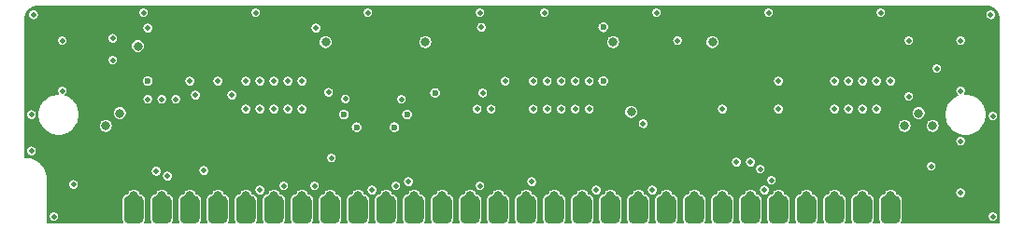
<source format=gbl>
G04 #@! TF.GenerationSoftware,KiCad,Pcbnew,(5.1.10-1-10_14)*
G04 #@! TF.CreationDate,2021-06-21T04:52:28-04:00*
G04 #@! TF.ProjectId,GW4191-SOP,47573431-3931-42d5-934f-502e6b696361,1.0-SOJ*
G04 #@! TF.SameCoordinates,Original*
G04 #@! TF.FileFunction,Copper,L4,Bot*
G04 #@! TF.FilePolarity,Positive*
%FSLAX46Y46*%
G04 Gerber Fmt 4.6, Leading zero omitted, Abs format (unit mm)*
G04 Created by KiCad (PCBNEW (5.1.10-1-10_14)) date 2021-06-21 04:52:28*
%MOMM*%
%LPD*%
G01*
G04 APERTURE LIST*
G04 #@! TA.AperFunction,ComponentPad*
%ADD10C,0.800000*%
G04 #@! TD*
G04 #@! TA.AperFunction,ViaPad*
%ADD11C,0.800000*%
G04 #@! TD*
G04 #@! TA.AperFunction,ViaPad*
%ADD12C,1.000000*%
G04 #@! TD*
G04 #@! TA.AperFunction,ViaPad*
%ADD13C,0.600000*%
G04 #@! TD*
G04 #@! TA.AperFunction,ViaPad*
%ADD14C,0.508000*%
G04 #@! TD*
G04 #@! TA.AperFunction,Conductor*
%ADD15C,0.152400*%
G04 #@! TD*
G04 #@! TA.AperFunction,Conductor*
%ADD16C,0.100000*%
G04 #@! TD*
G04 APERTURE END LIST*
G04 #@! TA.AperFunction,SMDPad,CuDef*
G36*
G01*
X82931000Y-100901500D02*
X82931000Y-99250500D01*
G75*
G02*
X83375500Y-98806000I444500J0D01*
G01*
X84264500Y-98806000D01*
G75*
G02*
X84709000Y-99250500I0J-444500D01*
G01*
X84709000Y-100901500D01*
G75*
G02*
X84264500Y-101346000I-444500J0D01*
G01*
X83375500Y-101346000D01*
G75*
G02*
X82931000Y-100901500I0J444500D01*
G01*
G37*
G04 #@! TD.AperFunction*
G04 #@! TA.AperFunction,SMDPad,CuDef*
G36*
G01*
X85471000Y-100901500D02*
X85471000Y-99250500D01*
G75*
G02*
X85915500Y-98806000I444500J0D01*
G01*
X86804500Y-98806000D01*
G75*
G02*
X87249000Y-99250500I0J-444500D01*
G01*
X87249000Y-100901500D01*
G75*
G02*
X86804500Y-101346000I-444500J0D01*
G01*
X85915500Y-101346000D01*
G75*
G02*
X85471000Y-100901500I0J444500D01*
G01*
G37*
G04 #@! TD.AperFunction*
G04 #@! TA.AperFunction,SMDPad,CuDef*
G36*
G01*
X88011000Y-100901500D02*
X88011000Y-99250500D01*
G75*
G02*
X88455500Y-98806000I444500J0D01*
G01*
X89344500Y-98806000D01*
G75*
G02*
X89789000Y-99250500I0J-444500D01*
G01*
X89789000Y-100901500D01*
G75*
G02*
X89344500Y-101346000I-444500J0D01*
G01*
X88455500Y-101346000D01*
G75*
G02*
X88011000Y-100901500I0J444500D01*
G01*
G37*
G04 #@! TD.AperFunction*
G04 #@! TA.AperFunction,SMDPad,CuDef*
G36*
G01*
X90551000Y-100901500D02*
X90551000Y-99250500D01*
G75*
G02*
X90995500Y-98806000I444500J0D01*
G01*
X91884500Y-98806000D01*
G75*
G02*
X92329000Y-99250500I0J-444500D01*
G01*
X92329000Y-100901500D01*
G75*
G02*
X91884500Y-101346000I-444500J0D01*
G01*
X90995500Y-101346000D01*
G75*
G02*
X90551000Y-100901500I0J444500D01*
G01*
G37*
G04 #@! TD.AperFunction*
G04 #@! TA.AperFunction,SMDPad,CuDef*
G36*
G01*
X93091000Y-100901500D02*
X93091000Y-99250500D01*
G75*
G02*
X93535500Y-98806000I444500J0D01*
G01*
X94424500Y-98806000D01*
G75*
G02*
X94869000Y-99250500I0J-444500D01*
G01*
X94869000Y-100901500D01*
G75*
G02*
X94424500Y-101346000I-444500J0D01*
G01*
X93535500Y-101346000D01*
G75*
G02*
X93091000Y-100901500I0J444500D01*
G01*
G37*
G04 #@! TD.AperFunction*
G04 #@! TA.AperFunction,SMDPad,CuDef*
G36*
G01*
X95631000Y-100901500D02*
X95631000Y-99250500D01*
G75*
G02*
X96075500Y-98806000I444500J0D01*
G01*
X96964500Y-98806000D01*
G75*
G02*
X97409000Y-99250500I0J-444500D01*
G01*
X97409000Y-100901500D01*
G75*
G02*
X96964500Y-101346000I-444500J0D01*
G01*
X96075500Y-101346000D01*
G75*
G02*
X95631000Y-100901500I0J444500D01*
G01*
G37*
G04 #@! TD.AperFunction*
G04 #@! TA.AperFunction,SMDPad,CuDef*
G36*
G01*
X98171000Y-100901500D02*
X98171000Y-99250500D01*
G75*
G02*
X98615500Y-98806000I444500J0D01*
G01*
X99504500Y-98806000D01*
G75*
G02*
X99949000Y-99250500I0J-444500D01*
G01*
X99949000Y-100901500D01*
G75*
G02*
X99504500Y-101346000I-444500J0D01*
G01*
X98615500Y-101346000D01*
G75*
G02*
X98171000Y-100901500I0J444500D01*
G01*
G37*
G04 #@! TD.AperFunction*
G04 #@! TA.AperFunction,SMDPad,CuDef*
G36*
G01*
X100711000Y-100901500D02*
X100711000Y-99250500D01*
G75*
G02*
X101155500Y-98806000I444500J0D01*
G01*
X102044500Y-98806000D01*
G75*
G02*
X102489000Y-99250500I0J-444500D01*
G01*
X102489000Y-100901500D01*
G75*
G02*
X102044500Y-101346000I-444500J0D01*
G01*
X101155500Y-101346000D01*
G75*
G02*
X100711000Y-100901500I0J444500D01*
G01*
G37*
G04 #@! TD.AperFunction*
G04 #@! TA.AperFunction,SMDPad,CuDef*
G36*
G01*
X103251000Y-100901500D02*
X103251000Y-99250500D01*
G75*
G02*
X103695500Y-98806000I444500J0D01*
G01*
X104584500Y-98806000D01*
G75*
G02*
X105029000Y-99250500I0J-444500D01*
G01*
X105029000Y-100901500D01*
G75*
G02*
X104584500Y-101346000I-444500J0D01*
G01*
X103695500Y-101346000D01*
G75*
G02*
X103251000Y-100901500I0J444500D01*
G01*
G37*
G04 #@! TD.AperFunction*
G04 #@! TA.AperFunction,SMDPad,CuDef*
G36*
G01*
X105791000Y-100901500D02*
X105791000Y-99250500D01*
G75*
G02*
X106235500Y-98806000I444500J0D01*
G01*
X107124500Y-98806000D01*
G75*
G02*
X107569000Y-99250500I0J-444500D01*
G01*
X107569000Y-100901500D01*
G75*
G02*
X107124500Y-101346000I-444500J0D01*
G01*
X106235500Y-101346000D01*
G75*
G02*
X105791000Y-100901500I0J444500D01*
G01*
G37*
G04 #@! TD.AperFunction*
G04 #@! TA.AperFunction,SMDPad,CuDef*
G36*
G01*
X108331000Y-100901500D02*
X108331000Y-99250500D01*
G75*
G02*
X108775500Y-98806000I444500J0D01*
G01*
X109664500Y-98806000D01*
G75*
G02*
X110109000Y-99250500I0J-444500D01*
G01*
X110109000Y-100901500D01*
G75*
G02*
X109664500Y-101346000I-444500J0D01*
G01*
X108775500Y-101346000D01*
G75*
G02*
X108331000Y-100901500I0J444500D01*
G01*
G37*
G04 #@! TD.AperFunction*
G04 #@! TA.AperFunction,SMDPad,CuDef*
G36*
G01*
X110871000Y-100901500D02*
X110871000Y-99250500D01*
G75*
G02*
X111315500Y-98806000I444500J0D01*
G01*
X112204500Y-98806000D01*
G75*
G02*
X112649000Y-99250500I0J-444500D01*
G01*
X112649000Y-100901500D01*
G75*
G02*
X112204500Y-101346000I-444500J0D01*
G01*
X111315500Y-101346000D01*
G75*
G02*
X110871000Y-100901500I0J444500D01*
G01*
G37*
G04 #@! TD.AperFunction*
G04 #@! TA.AperFunction,SMDPad,CuDef*
G36*
G01*
X113411000Y-100901500D02*
X113411000Y-99250500D01*
G75*
G02*
X113855500Y-98806000I444500J0D01*
G01*
X114744500Y-98806000D01*
G75*
G02*
X115189000Y-99250500I0J-444500D01*
G01*
X115189000Y-100901500D01*
G75*
G02*
X114744500Y-101346000I-444500J0D01*
G01*
X113855500Y-101346000D01*
G75*
G02*
X113411000Y-100901500I0J444500D01*
G01*
G37*
G04 #@! TD.AperFunction*
G04 #@! TA.AperFunction,SMDPad,CuDef*
G36*
G01*
X115951000Y-100901500D02*
X115951000Y-99250500D01*
G75*
G02*
X116395500Y-98806000I444500J0D01*
G01*
X117284500Y-98806000D01*
G75*
G02*
X117729000Y-99250500I0J-444500D01*
G01*
X117729000Y-100901500D01*
G75*
G02*
X117284500Y-101346000I-444500J0D01*
G01*
X116395500Y-101346000D01*
G75*
G02*
X115951000Y-100901500I0J444500D01*
G01*
G37*
G04 #@! TD.AperFunction*
G04 #@! TA.AperFunction,SMDPad,CuDef*
G36*
G01*
X118491000Y-100901500D02*
X118491000Y-99250500D01*
G75*
G02*
X118935500Y-98806000I444500J0D01*
G01*
X119824500Y-98806000D01*
G75*
G02*
X120269000Y-99250500I0J-444500D01*
G01*
X120269000Y-100901500D01*
G75*
G02*
X119824500Y-101346000I-444500J0D01*
G01*
X118935500Y-101346000D01*
G75*
G02*
X118491000Y-100901500I0J444500D01*
G01*
G37*
G04 #@! TD.AperFunction*
G04 #@! TA.AperFunction,SMDPad,CuDef*
G36*
G01*
X121031000Y-100901500D02*
X121031000Y-99250500D01*
G75*
G02*
X121475500Y-98806000I444500J0D01*
G01*
X122364500Y-98806000D01*
G75*
G02*
X122809000Y-99250500I0J-444500D01*
G01*
X122809000Y-100901500D01*
G75*
G02*
X122364500Y-101346000I-444500J0D01*
G01*
X121475500Y-101346000D01*
G75*
G02*
X121031000Y-100901500I0J444500D01*
G01*
G37*
G04 #@! TD.AperFunction*
G04 #@! TA.AperFunction,SMDPad,CuDef*
G36*
G01*
X123571000Y-100901500D02*
X123571000Y-99250500D01*
G75*
G02*
X124015500Y-98806000I444500J0D01*
G01*
X124904500Y-98806000D01*
G75*
G02*
X125349000Y-99250500I0J-444500D01*
G01*
X125349000Y-100901500D01*
G75*
G02*
X124904500Y-101346000I-444500J0D01*
G01*
X124015500Y-101346000D01*
G75*
G02*
X123571000Y-100901500I0J444500D01*
G01*
G37*
G04 #@! TD.AperFunction*
G04 #@! TA.AperFunction,SMDPad,CuDef*
G36*
G01*
X126111000Y-100901500D02*
X126111000Y-99250500D01*
G75*
G02*
X126555500Y-98806000I444500J0D01*
G01*
X127444500Y-98806000D01*
G75*
G02*
X127889000Y-99250500I0J-444500D01*
G01*
X127889000Y-100901500D01*
G75*
G02*
X127444500Y-101346000I-444500J0D01*
G01*
X126555500Y-101346000D01*
G75*
G02*
X126111000Y-100901500I0J444500D01*
G01*
G37*
G04 #@! TD.AperFunction*
G04 #@! TA.AperFunction,SMDPad,CuDef*
G36*
G01*
X128651000Y-100901500D02*
X128651000Y-99250500D01*
G75*
G02*
X129095500Y-98806000I444500J0D01*
G01*
X129984500Y-98806000D01*
G75*
G02*
X130429000Y-99250500I0J-444500D01*
G01*
X130429000Y-100901500D01*
G75*
G02*
X129984500Y-101346000I-444500J0D01*
G01*
X129095500Y-101346000D01*
G75*
G02*
X128651000Y-100901500I0J444500D01*
G01*
G37*
G04 #@! TD.AperFunction*
G04 #@! TA.AperFunction,SMDPad,CuDef*
G36*
G01*
X131191000Y-100901500D02*
X131191000Y-99250500D01*
G75*
G02*
X131635500Y-98806000I444500J0D01*
G01*
X132524500Y-98806000D01*
G75*
G02*
X132969000Y-99250500I0J-444500D01*
G01*
X132969000Y-100901500D01*
G75*
G02*
X132524500Y-101346000I-444500J0D01*
G01*
X131635500Y-101346000D01*
G75*
G02*
X131191000Y-100901500I0J444500D01*
G01*
G37*
G04 #@! TD.AperFunction*
G04 #@! TA.AperFunction,SMDPad,CuDef*
G36*
G01*
X133731000Y-100901500D02*
X133731000Y-99250500D01*
G75*
G02*
X134175500Y-98806000I444500J0D01*
G01*
X135064500Y-98806000D01*
G75*
G02*
X135509000Y-99250500I0J-444500D01*
G01*
X135509000Y-100901500D01*
G75*
G02*
X135064500Y-101346000I-444500J0D01*
G01*
X134175500Y-101346000D01*
G75*
G02*
X133731000Y-100901500I0J444500D01*
G01*
G37*
G04 #@! TD.AperFunction*
G04 #@! TA.AperFunction,SMDPad,CuDef*
G36*
G01*
X136271000Y-100901500D02*
X136271000Y-99250500D01*
G75*
G02*
X136715500Y-98806000I444500J0D01*
G01*
X137604500Y-98806000D01*
G75*
G02*
X138049000Y-99250500I0J-444500D01*
G01*
X138049000Y-100901500D01*
G75*
G02*
X137604500Y-101346000I-444500J0D01*
G01*
X136715500Y-101346000D01*
G75*
G02*
X136271000Y-100901500I0J444500D01*
G01*
G37*
G04 #@! TD.AperFunction*
G04 #@! TA.AperFunction,SMDPad,CuDef*
G36*
G01*
X138811000Y-100901500D02*
X138811000Y-99250500D01*
G75*
G02*
X139255500Y-98806000I444500J0D01*
G01*
X140144500Y-98806000D01*
G75*
G02*
X140589000Y-99250500I0J-444500D01*
G01*
X140589000Y-100901500D01*
G75*
G02*
X140144500Y-101346000I-444500J0D01*
G01*
X139255500Y-101346000D01*
G75*
G02*
X138811000Y-100901500I0J444500D01*
G01*
G37*
G04 #@! TD.AperFunction*
G04 #@! TA.AperFunction,SMDPad,CuDef*
G36*
G01*
X141351000Y-100901500D02*
X141351000Y-99250500D01*
G75*
G02*
X141795500Y-98806000I444500J0D01*
G01*
X142684500Y-98806000D01*
G75*
G02*
X143129000Y-99250500I0J-444500D01*
G01*
X143129000Y-100901500D01*
G75*
G02*
X142684500Y-101346000I-444500J0D01*
G01*
X141795500Y-101346000D01*
G75*
G02*
X141351000Y-100901500I0J444500D01*
G01*
G37*
G04 #@! TD.AperFunction*
G04 #@! TA.AperFunction,SMDPad,CuDef*
G36*
G01*
X143891000Y-100901500D02*
X143891000Y-99250500D01*
G75*
G02*
X144335500Y-98806000I444500J0D01*
G01*
X145224500Y-98806000D01*
G75*
G02*
X145669000Y-99250500I0J-444500D01*
G01*
X145669000Y-100901500D01*
G75*
G02*
X145224500Y-101346000I-444500J0D01*
G01*
X144335500Y-101346000D01*
G75*
G02*
X143891000Y-100901500I0J444500D01*
G01*
G37*
G04 #@! TD.AperFunction*
G04 #@! TA.AperFunction,SMDPad,CuDef*
G36*
G01*
X146431000Y-100901500D02*
X146431000Y-99250500D01*
G75*
G02*
X146875500Y-98806000I444500J0D01*
G01*
X147764500Y-98806000D01*
G75*
G02*
X148209000Y-99250500I0J-444500D01*
G01*
X148209000Y-100901500D01*
G75*
G02*
X147764500Y-101346000I-444500J0D01*
G01*
X146875500Y-101346000D01*
G75*
G02*
X146431000Y-100901500I0J444500D01*
G01*
G37*
G04 #@! TD.AperFunction*
G04 #@! TA.AperFunction,SMDPad,CuDef*
G36*
G01*
X148971000Y-100901500D02*
X148971000Y-99250500D01*
G75*
G02*
X149415500Y-98806000I444500J0D01*
G01*
X150304500Y-98806000D01*
G75*
G02*
X150749000Y-99250500I0J-444500D01*
G01*
X150749000Y-100901500D01*
G75*
G02*
X150304500Y-101346000I-444500J0D01*
G01*
X149415500Y-101346000D01*
G75*
G02*
X148971000Y-100901500I0J444500D01*
G01*
G37*
G04 #@! TD.AperFunction*
G04 #@! TA.AperFunction,SMDPad,CuDef*
G36*
G01*
X151511000Y-100901500D02*
X151511000Y-99250500D01*
G75*
G02*
X151955500Y-98806000I444500J0D01*
G01*
X152844500Y-98806000D01*
G75*
G02*
X153289000Y-99250500I0J-444500D01*
G01*
X153289000Y-100901500D01*
G75*
G02*
X152844500Y-101346000I-444500J0D01*
G01*
X151955500Y-101346000D01*
G75*
G02*
X151511000Y-100901500I0J444500D01*
G01*
G37*
G04 #@! TD.AperFunction*
G04 #@! TA.AperFunction,SMDPad,CuDef*
G36*
G01*
X154051000Y-100901500D02*
X154051000Y-99250500D01*
G75*
G02*
X154495500Y-98806000I444500J0D01*
G01*
X155384500Y-98806000D01*
G75*
G02*
X155829000Y-99250500I0J-444500D01*
G01*
X155829000Y-100901500D01*
G75*
G02*
X155384500Y-101346000I-444500J0D01*
G01*
X154495500Y-101346000D01*
G75*
G02*
X154051000Y-100901500I0J444500D01*
G01*
G37*
G04 #@! TD.AperFunction*
G04 #@! TA.AperFunction,SMDPad,CuDef*
G36*
G01*
X156591000Y-100901500D02*
X156591000Y-99250500D01*
G75*
G02*
X157035500Y-98806000I444500J0D01*
G01*
X157924500Y-98806000D01*
G75*
G02*
X158369000Y-99250500I0J-444500D01*
G01*
X158369000Y-100901500D01*
G75*
G02*
X157924500Y-101346000I-444500J0D01*
G01*
X157035500Y-101346000D01*
G75*
G02*
X156591000Y-100901500I0J444500D01*
G01*
G37*
G04 #@! TD.AperFunction*
D10*
X88900000Y-98806000D03*
X86360000Y-98806000D03*
X83820000Y-98806000D03*
X93980000Y-98806000D03*
X91440000Y-98806000D03*
X96520000Y-98806000D03*
X99060000Y-98806000D03*
X104140000Y-98806000D03*
X101600000Y-98806000D03*
X109220000Y-98806000D03*
X106680000Y-98806000D03*
X111760000Y-98806000D03*
X116840000Y-98806000D03*
X114300000Y-98806000D03*
X119380000Y-98806000D03*
X124460000Y-98806000D03*
X121920000Y-98806000D03*
X127000000Y-98806000D03*
X149860000Y-98806000D03*
X147320000Y-98806000D03*
X152400000Y-98806000D03*
X134620000Y-98806000D03*
X132080000Y-98806000D03*
X137160000Y-98806000D03*
X142240000Y-98806000D03*
X139700000Y-98806000D03*
X144780000Y-98806000D03*
X129540000Y-98806000D03*
X154940000Y-98806000D03*
X157480000Y-98806000D03*
D11*
X86741000Y-94107000D03*
X112776000Y-94107000D03*
X129794000Y-94107000D03*
X83820000Y-94107000D03*
X85090000Y-95250000D03*
X103759000Y-94107000D03*
X156210000Y-94107000D03*
X158750000Y-94107000D03*
D12*
X157480000Y-95377000D03*
D13*
X113665000Y-90932000D03*
X128905000Y-90932000D03*
X102870000Y-90932000D03*
X87630000Y-90932000D03*
X87630000Y-95758000D03*
D14*
X159131000Y-82169000D03*
X148971000Y-82169000D03*
X92329000Y-82169000D03*
X102489000Y-82169000D03*
X138811000Y-82169000D03*
X128651000Y-82169000D03*
X112649000Y-82169000D03*
X82169000Y-82169000D03*
D13*
X105410000Y-95059500D03*
X109982000Y-93916500D03*
X154940000Y-95758000D03*
X154940000Y-90932000D03*
X106553000Y-93916500D03*
D14*
X132524500Y-94234000D03*
X77089000Y-86995000D03*
X164211000Y-86995000D03*
X164211000Y-96139000D03*
X78994000Y-94742000D03*
X117475000Y-90932000D03*
X105537000Y-90011250D03*
X140970000Y-95758000D03*
X118745000Y-90932000D03*
X142240000Y-95758000D03*
X110617000Y-90043000D03*
X91440000Y-88392000D03*
X84450000Y-86500000D03*
X164211000Y-91567000D03*
X77089000Y-91440000D03*
X156591000Y-89789000D03*
X159131000Y-87249000D03*
X156591000Y-84709000D03*
X161290000Y-84709000D03*
D11*
X112776000Y-84836000D03*
X103759000Y-84836000D03*
X86741000Y-85217000D03*
D14*
X104267000Y-95377000D03*
X95250000Y-89662000D03*
X92710000Y-96520000D03*
X111252000Y-97536000D03*
X117729000Y-97917000D03*
X89408000Y-97028000D03*
X88392000Y-96583500D03*
X143510000Y-98298000D03*
X144145000Y-97409000D03*
X143129000Y-96393000D03*
X88900000Y-90043000D03*
X87630000Y-90043000D03*
X90170000Y-90043000D03*
X91948000Y-89662000D03*
X117983000Y-89471500D03*
X122428000Y-97536000D03*
X77279500Y-82359500D03*
X164020500Y-82359500D03*
X164211000Y-100711000D03*
X79121000Y-100711000D03*
X77089000Y-94742000D03*
X79883000Y-84709000D03*
X161290000Y-89281000D03*
X161290000Y-93853000D03*
X161290000Y-98552000D03*
X80899000Y-97790000D03*
X79883000Y-89281000D03*
X133350000Y-98298000D03*
X110109000Y-97917000D03*
X102743000Y-97917000D03*
X99949000Y-97917000D03*
X97790000Y-98298000D03*
X128270000Y-98298000D03*
X158623000Y-96139000D03*
D11*
X83820000Y-92456000D03*
X85090000Y-91313000D03*
D14*
X104013000Y-89408000D03*
D11*
X131445000Y-91186000D03*
X156210000Y-92456000D03*
X158750000Y-92456000D03*
D14*
X84450000Y-84500000D03*
D13*
X87630000Y-88392000D03*
X128905000Y-88392000D03*
D11*
X157480000Y-91313000D03*
D13*
X128905000Y-83502500D03*
D14*
X154051000Y-82169000D03*
X87249000Y-82169000D03*
X97409000Y-82169000D03*
X143891000Y-82169000D03*
X133731000Y-82169000D03*
X107569000Y-82169000D03*
X117729000Y-82169000D03*
X123571000Y-82169000D03*
X117856000Y-83502500D03*
X102870000Y-83566000D03*
X87630000Y-83566000D03*
D11*
X129794000Y-84836000D03*
D13*
X106553000Y-92583000D03*
X105410000Y-91440000D03*
X109982000Y-92583000D03*
X111125000Y-91440000D03*
D14*
X132524500Y-92265500D03*
D11*
X138811000Y-84836000D03*
D14*
X135636000Y-84709000D03*
D13*
X113665000Y-89471500D03*
D14*
X107950000Y-98298000D03*
X139700000Y-90932000D03*
X123825000Y-90932000D03*
X100330000Y-90932000D03*
X149860000Y-90932000D03*
X125095000Y-90932000D03*
X99060000Y-90932000D03*
X151130000Y-90932000D03*
X152400000Y-90932000D03*
X126365000Y-90932000D03*
X97790000Y-90932000D03*
X127635000Y-90932000D03*
X96520000Y-90932000D03*
X153670000Y-90932000D03*
X93980000Y-88392000D03*
X127635000Y-88392000D03*
X154940000Y-88392000D03*
X126365000Y-88392000D03*
X96520000Y-88392000D03*
X153670000Y-88392000D03*
X97790000Y-88392000D03*
X125095000Y-88392000D03*
X152400000Y-88392000D03*
X151130000Y-88392000D03*
X99060000Y-88392000D03*
X123825000Y-88392000D03*
X149860000Y-88392000D03*
X122555000Y-88392000D03*
X100330000Y-88392000D03*
X144780000Y-88392000D03*
X122555000Y-90932000D03*
X101600000Y-90932000D03*
X144780000Y-90932000D03*
X101600000Y-88392000D03*
X120015000Y-88392000D03*
D15*
X163807884Y-81632912D02*
X164030929Y-81700254D01*
X164236653Y-81809639D01*
X164417209Y-81956896D01*
X164565723Y-82136420D01*
X164676544Y-82341378D01*
X164745441Y-82563947D01*
X164771400Y-82810934D01*
X164771401Y-101271400D01*
X155947578Y-101271400D01*
X156007385Y-101159507D01*
X156045751Y-101033031D01*
X156058706Y-100901500D01*
X156058706Y-100663468D01*
X163728400Y-100663468D01*
X163728400Y-100758532D01*
X163746946Y-100851769D01*
X163783326Y-100939597D01*
X163836140Y-101018640D01*
X163903360Y-101085860D01*
X163982403Y-101138674D01*
X164070231Y-101175054D01*
X164163468Y-101193600D01*
X164258532Y-101193600D01*
X164351769Y-101175054D01*
X164439597Y-101138674D01*
X164518640Y-101085860D01*
X164585860Y-101018640D01*
X164638674Y-100939597D01*
X164675054Y-100851769D01*
X164693600Y-100758532D01*
X164693600Y-100663468D01*
X164675054Y-100570231D01*
X164638674Y-100482403D01*
X164585860Y-100403360D01*
X164518640Y-100336140D01*
X164439597Y-100283326D01*
X164351769Y-100246946D01*
X164258532Y-100228400D01*
X164163468Y-100228400D01*
X164070231Y-100246946D01*
X163982403Y-100283326D01*
X163903360Y-100336140D01*
X163836140Y-100403360D01*
X163783326Y-100482403D01*
X163746946Y-100570231D01*
X163728400Y-100663468D01*
X156058706Y-100663468D01*
X156058706Y-99250500D01*
X156045751Y-99118969D01*
X156007385Y-98992493D01*
X155945082Y-98875931D01*
X155861236Y-98773764D01*
X155759069Y-98689918D01*
X155642507Y-98627615D01*
X155532707Y-98594308D01*
X155497059Y-98508246D01*
X155494535Y-98504468D01*
X160807400Y-98504468D01*
X160807400Y-98599532D01*
X160825946Y-98692769D01*
X160862326Y-98780597D01*
X160915140Y-98859640D01*
X160982360Y-98926860D01*
X161061403Y-98979674D01*
X161149231Y-99016054D01*
X161242468Y-99034600D01*
X161337532Y-99034600D01*
X161430769Y-99016054D01*
X161518597Y-98979674D01*
X161597640Y-98926860D01*
X161664860Y-98859640D01*
X161717674Y-98780597D01*
X161754054Y-98692769D01*
X161772600Y-98599532D01*
X161772600Y-98504468D01*
X161754054Y-98411231D01*
X161717674Y-98323403D01*
X161664860Y-98244360D01*
X161597640Y-98177140D01*
X161518597Y-98124326D01*
X161430769Y-98087946D01*
X161337532Y-98069400D01*
X161242468Y-98069400D01*
X161149231Y-98087946D01*
X161061403Y-98124326D01*
X160982360Y-98177140D01*
X160915140Y-98244360D01*
X160862326Y-98323403D01*
X160825946Y-98411231D01*
X160807400Y-98504468D01*
X155494535Y-98504468D01*
X155428266Y-98405291D01*
X155340709Y-98317734D01*
X155237754Y-98248941D01*
X155123356Y-98201556D01*
X155001912Y-98177400D01*
X154878088Y-98177400D01*
X154756644Y-98201556D01*
X154642246Y-98248941D01*
X154539291Y-98317734D01*
X154451734Y-98405291D01*
X154382941Y-98508246D01*
X154347293Y-98594308D01*
X154237493Y-98627615D01*
X154120931Y-98689918D01*
X154018764Y-98773764D01*
X153934918Y-98875931D01*
X153872615Y-98992493D01*
X153834249Y-99118969D01*
X153821294Y-99250500D01*
X153821294Y-100901500D01*
X153834249Y-101033031D01*
X153872615Y-101159507D01*
X153932422Y-101271400D01*
X153407578Y-101271400D01*
X153467385Y-101159507D01*
X153505751Y-101033031D01*
X153518706Y-100901500D01*
X153518706Y-99250500D01*
X153505751Y-99118969D01*
X153467385Y-98992493D01*
X153405082Y-98875931D01*
X153321236Y-98773764D01*
X153219069Y-98689918D01*
X153102507Y-98627615D01*
X152992707Y-98594308D01*
X152957059Y-98508246D01*
X152888266Y-98405291D01*
X152800709Y-98317734D01*
X152697754Y-98248941D01*
X152583356Y-98201556D01*
X152461912Y-98177400D01*
X152338088Y-98177400D01*
X152216644Y-98201556D01*
X152102246Y-98248941D01*
X151999291Y-98317734D01*
X151911734Y-98405291D01*
X151842941Y-98508246D01*
X151807293Y-98594308D01*
X151697493Y-98627615D01*
X151580931Y-98689918D01*
X151478764Y-98773764D01*
X151394918Y-98875931D01*
X151332615Y-98992493D01*
X151294249Y-99118969D01*
X151281294Y-99250500D01*
X151281294Y-100901500D01*
X151294249Y-101033031D01*
X151332615Y-101159507D01*
X151392422Y-101271400D01*
X150867578Y-101271400D01*
X150927385Y-101159507D01*
X150965751Y-101033031D01*
X150978706Y-100901500D01*
X150978706Y-99250500D01*
X150965751Y-99118969D01*
X150927385Y-98992493D01*
X150865082Y-98875931D01*
X150781236Y-98773764D01*
X150679069Y-98689918D01*
X150562507Y-98627615D01*
X150452707Y-98594308D01*
X150417059Y-98508246D01*
X150348266Y-98405291D01*
X150260709Y-98317734D01*
X150157754Y-98248941D01*
X150043356Y-98201556D01*
X149921912Y-98177400D01*
X149798088Y-98177400D01*
X149676644Y-98201556D01*
X149562246Y-98248941D01*
X149459291Y-98317734D01*
X149371734Y-98405291D01*
X149302941Y-98508246D01*
X149267293Y-98594308D01*
X149157493Y-98627615D01*
X149040931Y-98689918D01*
X148938764Y-98773764D01*
X148854918Y-98875931D01*
X148792615Y-98992493D01*
X148754249Y-99118969D01*
X148741294Y-99250500D01*
X148741294Y-100901500D01*
X148754249Y-101033031D01*
X148792615Y-101159507D01*
X148852422Y-101271400D01*
X148327578Y-101271400D01*
X148387385Y-101159507D01*
X148425751Y-101033031D01*
X148438706Y-100901500D01*
X148438706Y-99250500D01*
X148425751Y-99118969D01*
X148387385Y-98992493D01*
X148325082Y-98875931D01*
X148241236Y-98773764D01*
X148139069Y-98689918D01*
X148022507Y-98627615D01*
X147912707Y-98594308D01*
X147877059Y-98508246D01*
X147808266Y-98405291D01*
X147720709Y-98317734D01*
X147617754Y-98248941D01*
X147503356Y-98201556D01*
X147381912Y-98177400D01*
X147258088Y-98177400D01*
X147136644Y-98201556D01*
X147022246Y-98248941D01*
X146919291Y-98317734D01*
X146831734Y-98405291D01*
X146762941Y-98508246D01*
X146727293Y-98594308D01*
X146617493Y-98627615D01*
X146500931Y-98689918D01*
X146398764Y-98773764D01*
X146314918Y-98875931D01*
X146252615Y-98992493D01*
X146214249Y-99118969D01*
X146201294Y-99250500D01*
X146201294Y-100901500D01*
X146214249Y-101033031D01*
X146252615Y-101159507D01*
X146312422Y-101271400D01*
X145787578Y-101271400D01*
X145847385Y-101159507D01*
X145885751Y-101033031D01*
X145898706Y-100901500D01*
X145898706Y-99250500D01*
X145885751Y-99118969D01*
X145847385Y-98992493D01*
X145785082Y-98875931D01*
X145701236Y-98773764D01*
X145599069Y-98689918D01*
X145482507Y-98627615D01*
X145372707Y-98594308D01*
X145337059Y-98508246D01*
X145268266Y-98405291D01*
X145180709Y-98317734D01*
X145077754Y-98248941D01*
X144963356Y-98201556D01*
X144841912Y-98177400D01*
X144718088Y-98177400D01*
X144596644Y-98201556D01*
X144482246Y-98248941D01*
X144379291Y-98317734D01*
X144291734Y-98405291D01*
X144222941Y-98508246D01*
X144187293Y-98594308D01*
X144077493Y-98627615D01*
X143960931Y-98689918D01*
X143858764Y-98773764D01*
X143774918Y-98875931D01*
X143712615Y-98992493D01*
X143674249Y-99118969D01*
X143661294Y-99250500D01*
X143661294Y-100901500D01*
X143674249Y-101033031D01*
X143712615Y-101159507D01*
X143772422Y-101271400D01*
X143247578Y-101271400D01*
X143307385Y-101159507D01*
X143345751Y-101033031D01*
X143358706Y-100901500D01*
X143358706Y-99250500D01*
X143345751Y-99118969D01*
X143307385Y-98992493D01*
X143245082Y-98875931D01*
X143161236Y-98773764D01*
X143059069Y-98689918D01*
X142942507Y-98627615D01*
X142832707Y-98594308D01*
X142797059Y-98508246D01*
X142728266Y-98405291D01*
X142640709Y-98317734D01*
X142540040Y-98250468D01*
X143027400Y-98250468D01*
X143027400Y-98345532D01*
X143045946Y-98438769D01*
X143082326Y-98526597D01*
X143135140Y-98605640D01*
X143202360Y-98672860D01*
X143281403Y-98725674D01*
X143369231Y-98762054D01*
X143462468Y-98780600D01*
X143557532Y-98780600D01*
X143650769Y-98762054D01*
X143738597Y-98725674D01*
X143817640Y-98672860D01*
X143884860Y-98605640D01*
X143937674Y-98526597D01*
X143974054Y-98438769D01*
X143992600Y-98345532D01*
X143992600Y-98250468D01*
X143974054Y-98157231D01*
X143937674Y-98069403D01*
X143884860Y-97990360D01*
X143817640Y-97923140D01*
X143738597Y-97870326D01*
X143650769Y-97833946D01*
X143557532Y-97815400D01*
X143462468Y-97815400D01*
X143369231Y-97833946D01*
X143281403Y-97870326D01*
X143202360Y-97923140D01*
X143135140Y-97990360D01*
X143082326Y-98069403D01*
X143045946Y-98157231D01*
X143027400Y-98250468D01*
X142540040Y-98250468D01*
X142537754Y-98248941D01*
X142423356Y-98201556D01*
X142301912Y-98177400D01*
X142178088Y-98177400D01*
X142056644Y-98201556D01*
X141942246Y-98248941D01*
X141839291Y-98317734D01*
X141751734Y-98405291D01*
X141682941Y-98508246D01*
X141647293Y-98594308D01*
X141537493Y-98627615D01*
X141420931Y-98689918D01*
X141318764Y-98773764D01*
X141234918Y-98875931D01*
X141172615Y-98992493D01*
X141134249Y-99118969D01*
X141121294Y-99250500D01*
X141121294Y-100901500D01*
X141134249Y-101033031D01*
X141172615Y-101159507D01*
X141232422Y-101271400D01*
X140707578Y-101271400D01*
X140767385Y-101159507D01*
X140805751Y-101033031D01*
X140818706Y-100901500D01*
X140818706Y-99250500D01*
X140805751Y-99118969D01*
X140767385Y-98992493D01*
X140705082Y-98875931D01*
X140621236Y-98773764D01*
X140519069Y-98689918D01*
X140402507Y-98627615D01*
X140292707Y-98594308D01*
X140257059Y-98508246D01*
X140188266Y-98405291D01*
X140100709Y-98317734D01*
X139997754Y-98248941D01*
X139883356Y-98201556D01*
X139761912Y-98177400D01*
X139638088Y-98177400D01*
X139516644Y-98201556D01*
X139402246Y-98248941D01*
X139299291Y-98317734D01*
X139211734Y-98405291D01*
X139142941Y-98508246D01*
X139107293Y-98594308D01*
X138997493Y-98627615D01*
X138880931Y-98689918D01*
X138778764Y-98773764D01*
X138694918Y-98875931D01*
X138632615Y-98992493D01*
X138594249Y-99118969D01*
X138581294Y-99250500D01*
X138581294Y-100901500D01*
X138594249Y-101033031D01*
X138632615Y-101159507D01*
X138692422Y-101271400D01*
X138167578Y-101271400D01*
X138227385Y-101159507D01*
X138265751Y-101033031D01*
X138278706Y-100901500D01*
X138278706Y-99250500D01*
X138265751Y-99118969D01*
X138227385Y-98992493D01*
X138165082Y-98875931D01*
X138081236Y-98773764D01*
X137979069Y-98689918D01*
X137862507Y-98627615D01*
X137752707Y-98594308D01*
X137717059Y-98508246D01*
X137648266Y-98405291D01*
X137560709Y-98317734D01*
X137457754Y-98248941D01*
X137343356Y-98201556D01*
X137221912Y-98177400D01*
X137098088Y-98177400D01*
X136976644Y-98201556D01*
X136862246Y-98248941D01*
X136759291Y-98317734D01*
X136671734Y-98405291D01*
X136602941Y-98508246D01*
X136567293Y-98594308D01*
X136457493Y-98627615D01*
X136340931Y-98689918D01*
X136238764Y-98773764D01*
X136154918Y-98875931D01*
X136092615Y-98992493D01*
X136054249Y-99118969D01*
X136041294Y-99250500D01*
X136041294Y-100901500D01*
X136054249Y-101033031D01*
X136092615Y-101159507D01*
X136152422Y-101271400D01*
X135627578Y-101271400D01*
X135687385Y-101159507D01*
X135725751Y-101033031D01*
X135738706Y-100901500D01*
X135738706Y-99250500D01*
X135725751Y-99118969D01*
X135687385Y-98992493D01*
X135625082Y-98875931D01*
X135541236Y-98773764D01*
X135439069Y-98689918D01*
X135322507Y-98627615D01*
X135212707Y-98594308D01*
X135177059Y-98508246D01*
X135108266Y-98405291D01*
X135020709Y-98317734D01*
X134917754Y-98248941D01*
X134803356Y-98201556D01*
X134681912Y-98177400D01*
X134558088Y-98177400D01*
X134436644Y-98201556D01*
X134322246Y-98248941D01*
X134219291Y-98317734D01*
X134131734Y-98405291D01*
X134062941Y-98508246D01*
X134027293Y-98594308D01*
X133917493Y-98627615D01*
X133800931Y-98689918D01*
X133698764Y-98773764D01*
X133614918Y-98875931D01*
X133552615Y-98992493D01*
X133514249Y-99118969D01*
X133501294Y-99250500D01*
X133501294Y-100901500D01*
X133514249Y-101033031D01*
X133552615Y-101159507D01*
X133612422Y-101271400D01*
X133087578Y-101271400D01*
X133147385Y-101159507D01*
X133185751Y-101033031D01*
X133198706Y-100901500D01*
X133198706Y-99250500D01*
X133185751Y-99118969D01*
X133147385Y-98992493D01*
X133085082Y-98875931D01*
X133001236Y-98773764D01*
X132899069Y-98689918D01*
X132782507Y-98627615D01*
X132672707Y-98594308D01*
X132637059Y-98508246D01*
X132568266Y-98405291D01*
X132480709Y-98317734D01*
X132380040Y-98250468D01*
X132867400Y-98250468D01*
X132867400Y-98345532D01*
X132885946Y-98438769D01*
X132922326Y-98526597D01*
X132975140Y-98605640D01*
X133042360Y-98672860D01*
X133121403Y-98725674D01*
X133209231Y-98762054D01*
X133302468Y-98780600D01*
X133397532Y-98780600D01*
X133490769Y-98762054D01*
X133578597Y-98725674D01*
X133657640Y-98672860D01*
X133724860Y-98605640D01*
X133777674Y-98526597D01*
X133814054Y-98438769D01*
X133832600Y-98345532D01*
X133832600Y-98250468D01*
X133814054Y-98157231D01*
X133777674Y-98069403D01*
X133724860Y-97990360D01*
X133657640Y-97923140D01*
X133578597Y-97870326D01*
X133490769Y-97833946D01*
X133397532Y-97815400D01*
X133302468Y-97815400D01*
X133209231Y-97833946D01*
X133121403Y-97870326D01*
X133042360Y-97923140D01*
X132975140Y-97990360D01*
X132922326Y-98069403D01*
X132885946Y-98157231D01*
X132867400Y-98250468D01*
X132380040Y-98250468D01*
X132377754Y-98248941D01*
X132263356Y-98201556D01*
X132141912Y-98177400D01*
X132018088Y-98177400D01*
X131896644Y-98201556D01*
X131782246Y-98248941D01*
X131679291Y-98317734D01*
X131591734Y-98405291D01*
X131522941Y-98508246D01*
X131487293Y-98594308D01*
X131377493Y-98627615D01*
X131260931Y-98689918D01*
X131158764Y-98773764D01*
X131074918Y-98875931D01*
X131012615Y-98992493D01*
X130974249Y-99118969D01*
X130961294Y-99250500D01*
X130961294Y-100901500D01*
X130974249Y-101033031D01*
X131012615Y-101159507D01*
X131072422Y-101271400D01*
X130547578Y-101271400D01*
X130607385Y-101159507D01*
X130645751Y-101033031D01*
X130658706Y-100901500D01*
X130658706Y-99250500D01*
X130645751Y-99118969D01*
X130607385Y-98992493D01*
X130545082Y-98875931D01*
X130461236Y-98773764D01*
X130359069Y-98689918D01*
X130242507Y-98627615D01*
X130132707Y-98594308D01*
X130097059Y-98508246D01*
X130028266Y-98405291D01*
X129940709Y-98317734D01*
X129837754Y-98248941D01*
X129723356Y-98201556D01*
X129601912Y-98177400D01*
X129478088Y-98177400D01*
X129356644Y-98201556D01*
X129242246Y-98248941D01*
X129139291Y-98317734D01*
X129051734Y-98405291D01*
X128982941Y-98508246D01*
X128947293Y-98594308D01*
X128837493Y-98627615D01*
X128720931Y-98689918D01*
X128618764Y-98773764D01*
X128534918Y-98875931D01*
X128472615Y-98992493D01*
X128434249Y-99118969D01*
X128421294Y-99250500D01*
X128421294Y-100901500D01*
X128434249Y-101033031D01*
X128472615Y-101159507D01*
X128532422Y-101271400D01*
X128007578Y-101271400D01*
X128067385Y-101159507D01*
X128105751Y-101033031D01*
X128118706Y-100901500D01*
X128118706Y-99250500D01*
X128105751Y-99118969D01*
X128067385Y-98992493D01*
X128005082Y-98875931D01*
X127921236Y-98773764D01*
X127819069Y-98689918D01*
X127702507Y-98627615D01*
X127592707Y-98594308D01*
X127557059Y-98508246D01*
X127488266Y-98405291D01*
X127400709Y-98317734D01*
X127300040Y-98250468D01*
X127787400Y-98250468D01*
X127787400Y-98345532D01*
X127805946Y-98438769D01*
X127842326Y-98526597D01*
X127895140Y-98605640D01*
X127962360Y-98672860D01*
X128041403Y-98725674D01*
X128129231Y-98762054D01*
X128222468Y-98780600D01*
X128317532Y-98780600D01*
X128410769Y-98762054D01*
X128498597Y-98725674D01*
X128577640Y-98672860D01*
X128644860Y-98605640D01*
X128697674Y-98526597D01*
X128734054Y-98438769D01*
X128752600Y-98345532D01*
X128752600Y-98250468D01*
X128734054Y-98157231D01*
X128697674Y-98069403D01*
X128644860Y-97990360D01*
X128577640Y-97923140D01*
X128498597Y-97870326D01*
X128410769Y-97833946D01*
X128317532Y-97815400D01*
X128222468Y-97815400D01*
X128129231Y-97833946D01*
X128041403Y-97870326D01*
X127962360Y-97923140D01*
X127895140Y-97990360D01*
X127842326Y-98069403D01*
X127805946Y-98157231D01*
X127787400Y-98250468D01*
X127300040Y-98250468D01*
X127297754Y-98248941D01*
X127183356Y-98201556D01*
X127061912Y-98177400D01*
X126938088Y-98177400D01*
X126816644Y-98201556D01*
X126702246Y-98248941D01*
X126599291Y-98317734D01*
X126511734Y-98405291D01*
X126442941Y-98508246D01*
X126407293Y-98594308D01*
X126297493Y-98627615D01*
X126180931Y-98689918D01*
X126078764Y-98773764D01*
X125994918Y-98875931D01*
X125932615Y-98992493D01*
X125894249Y-99118969D01*
X125881294Y-99250500D01*
X125881294Y-100901500D01*
X125894249Y-101033031D01*
X125932615Y-101159507D01*
X125992422Y-101271400D01*
X125467578Y-101271400D01*
X125527385Y-101159507D01*
X125565751Y-101033031D01*
X125578706Y-100901500D01*
X125578706Y-99250500D01*
X125565751Y-99118969D01*
X125527385Y-98992493D01*
X125465082Y-98875931D01*
X125381236Y-98773764D01*
X125279069Y-98689918D01*
X125162507Y-98627615D01*
X125052707Y-98594308D01*
X125017059Y-98508246D01*
X124948266Y-98405291D01*
X124860709Y-98317734D01*
X124757754Y-98248941D01*
X124643356Y-98201556D01*
X124521912Y-98177400D01*
X124398088Y-98177400D01*
X124276644Y-98201556D01*
X124162246Y-98248941D01*
X124059291Y-98317734D01*
X123971734Y-98405291D01*
X123902941Y-98508246D01*
X123867293Y-98594308D01*
X123757493Y-98627615D01*
X123640931Y-98689918D01*
X123538764Y-98773764D01*
X123454918Y-98875931D01*
X123392615Y-98992493D01*
X123354249Y-99118969D01*
X123341294Y-99250500D01*
X123341294Y-100901500D01*
X123354249Y-101033031D01*
X123392615Y-101159507D01*
X123452422Y-101271400D01*
X122927578Y-101271400D01*
X122987385Y-101159507D01*
X123025751Y-101033031D01*
X123038706Y-100901500D01*
X123038706Y-99250500D01*
X123025751Y-99118969D01*
X122987385Y-98992493D01*
X122925082Y-98875931D01*
X122841236Y-98773764D01*
X122739069Y-98689918D01*
X122622507Y-98627615D01*
X122512707Y-98594308D01*
X122477059Y-98508246D01*
X122408266Y-98405291D01*
X122320709Y-98317734D01*
X122217754Y-98248941D01*
X122103356Y-98201556D01*
X121981912Y-98177400D01*
X121858088Y-98177400D01*
X121736644Y-98201556D01*
X121622246Y-98248941D01*
X121519291Y-98317734D01*
X121431734Y-98405291D01*
X121362941Y-98508246D01*
X121327293Y-98594308D01*
X121217493Y-98627615D01*
X121100931Y-98689918D01*
X120998764Y-98773764D01*
X120914918Y-98875931D01*
X120852615Y-98992493D01*
X120814249Y-99118969D01*
X120801294Y-99250500D01*
X120801294Y-100901500D01*
X120814249Y-101033031D01*
X120852615Y-101159507D01*
X120912422Y-101271400D01*
X120387578Y-101271400D01*
X120447385Y-101159507D01*
X120485751Y-101033031D01*
X120498706Y-100901500D01*
X120498706Y-99250500D01*
X120485751Y-99118969D01*
X120447385Y-98992493D01*
X120385082Y-98875931D01*
X120301236Y-98773764D01*
X120199069Y-98689918D01*
X120082507Y-98627615D01*
X119972707Y-98594308D01*
X119937059Y-98508246D01*
X119868266Y-98405291D01*
X119780709Y-98317734D01*
X119677754Y-98248941D01*
X119563356Y-98201556D01*
X119441912Y-98177400D01*
X119318088Y-98177400D01*
X119196644Y-98201556D01*
X119082246Y-98248941D01*
X118979291Y-98317734D01*
X118891734Y-98405291D01*
X118822941Y-98508246D01*
X118787293Y-98594308D01*
X118677493Y-98627615D01*
X118560931Y-98689918D01*
X118458764Y-98773764D01*
X118374918Y-98875931D01*
X118312615Y-98992493D01*
X118274249Y-99118969D01*
X118261294Y-99250500D01*
X118261294Y-100901500D01*
X118274249Y-101033031D01*
X118312615Y-101159507D01*
X118372422Y-101271400D01*
X117847578Y-101271400D01*
X117907385Y-101159507D01*
X117945751Y-101033031D01*
X117958706Y-100901500D01*
X117958706Y-99250500D01*
X117945751Y-99118969D01*
X117907385Y-98992493D01*
X117845082Y-98875931D01*
X117761236Y-98773764D01*
X117659069Y-98689918D01*
X117542507Y-98627615D01*
X117432707Y-98594308D01*
X117397059Y-98508246D01*
X117328266Y-98405291D01*
X117240709Y-98317734D01*
X117137754Y-98248941D01*
X117023356Y-98201556D01*
X116901912Y-98177400D01*
X116778088Y-98177400D01*
X116656644Y-98201556D01*
X116542246Y-98248941D01*
X116439291Y-98317734D01*
X116351734Y-98405291D01*
X116282941Y-98508246D01*
X116247293Y-98594308D01*
X116137493Y-98627615D01*
X116020931Y-98689918D01*
X115918764Y-98773764D01*
X115834918Y-98875931D01*
X115772615Y-98992493D01*
X115734249Y-99118969D01*
X115721294Y-99250500D01*
X115721294Y-100901500D01*
X115734249Y-101033031D01*
X115772615Y-101159507D01*
X115832422Y-101271400D01*
X115307578Y-101271400D01*
X115367385Y-101159507D01*
X115405751Y-101033031D01*
X115418706Y-100901500D01*
X115418706Y-99250500D01*
X115405751Y-99118969D01*
X115367385Y-98992493D01*
X115305082Y-98875931D01*
X115221236Y-98773764D01*
X115119069Y-98689918D01*
X115002507Y-98627615D01*
X114892707Y-98594308D01*
X114857059Y-98508246D01*
X114788266Y-98405291D01*
X114700709Y-98317734D01*
X114597754Y-98248941D01*
X114483356Y-98201556D01*
X114361912Y-98177400D01*
X114238088Y-98177400D01*
X114116644Y-98201556D01*
X114002246Y-98248941D01*
X113899291Y-98317734D01*
X113811734Y-98405291D01*
X113742941Y-98508246D01*
X113707293Y-98594308D01*
X113597493Y-98627615D01*
X113480931Y-98689918D01*
X113378764Y-98773764D01*
X113294918Y-98875931D01*
X113232615Y-98992493D01*
X113194249Y-99118969D01*
X113181294Y-99250500D01*
X113181294Y-100901500D01*
X113194249Y-101033031D01*
X113232615Y-101159507D01*
X113292422Y-101271400D01*
X112767578Y-101271400D01*
X112827385Y-101159507D01*
X112865751Y-101033031D01*
X112878706Y-100901500D01*
X112878706Y-99250500D01*
X112865751Y-99118969D01*
X112827385Y-98992493D01*
X112765082Y-98875931D01*
X112681236Y-98773764D01*
X112579069Y-98689918D01*
X112462507Y-98627615D01*
X112352707Y-98594308D01*
X112317059Y-98508246D01*
X112248266Y-98405291D01*
X112160709Y-98317734D01*
X112057754Y-98248941D01*
X111943356Y-98201556D01*
X111821912Y-98177400D01*
X111698088Y-98177400D01*
X111576644Y-98201556D01*
X111462246Y-98248941D01*
X111359291Y-98317734D01*
X111271734Y-98405291D01*
X111202941Y-98508246D01*
X111167293Y-98594308D01*
X111057493Y-98627615D01*
X110940931Y-98689918D01*
X110838764Y-98773764D01*
X110754918Y-98875931D01*
X110692615Y-98992493D01*
X110654249Y-99118969D01*
X110641294Y-99250500D01*
X110641294Y-100901500D01*
X110654249Y-101033031D01*
X110692615Y-101159507D01*
X110752422Y-101271400D01*
X110227578Y-101271400D01*
X110287385Y-101159507D01*
X110325751Y-101033031D01*
X110338706Y-100901500D01*
X110338706Y-99250500D01*
X110325751Y-99118969D01*
X110287385Y-98992493D01*
X110225082Y-98875931D01*
X110141236Y-98773764D01*
X110039069Y-98689918D01*
X109922507Y-98627615D01*
X109812707Y-98594308D01*
X109777059Y-98508246D01*
X109708266Y-98405291D01*
X109620709Y-98317734D01*
X109517754Y-98248941D01*
X109403356Y-98201556D01*
X109281912Y-98177400D01*
X109158088Y-98177400D01*
X109036644Y-98201556D01*
X108922246Y-98248941D01*
X108819291Y-98317734D01*
X108731734Y-98405291D01*
X108662941Y-98508246D01*
X108627293Y-98594308D01*
X108517493Y-98627615D01*
X108400931Y-98689918D01*
X108298764Y-98773764D01*
X108214918Y-98875931D01*
X108152615Y-98992493D01*
X108114249Y-99118969D01*
X108101294Y-99250500D01*
X108101294Y-100901500D01*
X108114249Y-101033031D01*
X108152615Y-101159507D01*
X108212422Y-101271400D01*
X107687578Y-101271400D01*
X107747385Y-101159507D01*
X107785751Y-101033031D01*
X107798706Y-100901500D01*
X107798706Y-99250500D01*
X107785751Y-99118969D01*
X107747385Y-98992493D01*
X107685082Y-98875931D01*
X107601236Y-98773764D01*
X107499069Y-98689918D01*
X107382507Y-98627615D01*
X107272707Y-98594308D01*
X107237059Y-98508246D01*
X107168266Y-98405291D01*
X107080709Y-98317734D01*
X106980040Y-98250468D01*
X107467400Y-98250468D01*
X107467400Y-98345532D01*
X107485946Y-98438769D01*
X107522326Y-98526597D01*
X107575140Y-98605640D01*
X107642360Y-98672860D01*
X107721403Y-98725674D01*
X107809231Y-98762054D01*
X107902468Y-98780600D01*
X107997532Y-98780600D01*
X108090769Y-98762054D01*
X108178597Y-98725674D01*
X108257640Y-98672860D01*
X108324860Y-98605640D01*
X108377674Y-98526597D01*
X108414054Y-98438769D01*
X108432600Y-98345532D01*
X108432600Y-98250468D01*
X108414054Y-98157231D01*
X108377674Y-98069403D01*
X108324860Y-97990360D01*
X108257640Y-97923140D01*
X108178597Y-97870326D01*
X108176526Y-97869468D01*
X109626400Y-97869468D01*
X109626400Y-97964532D01*
X109644946Y-98057769D01*
X109681326Y-98145597D01*
X109734140Y-98224640D01*
X109801360Y-98291860D01*
X109880403Y-98344674D01*
X109968231Y-98381054D01*
X110061468Y-98399600D01*
X110156532Y-98399600D01*
X110249769Y-98381054D01*
X110337597Y-98344674D01*
X110416640Y-98291860D01*
X110483860Y-98224640D01*
X110536674Y-98145597D01*
X110573054Y-98057769D01*
X110591600Y-97964532D01*
X110591600Y-97869468D01*
X110573054Y-97776231D01*
X110536674Y-97688403D01*
X110483860Y-97609360D01*
X110416640Y-97542140D01*
X110337597Y-97489326D01*
X110335526Y-97488468D01*
X110769400Y-97488468D01*
X110769400Y-97583532D01*
X110787946Y-97676769D01*
X110824326Y-97764597D01*
X110877140Y-97843640D01*
X110944360Y-97910860D01*
X111023403Y-97963674D01*
X111111231Y-98000054D01*
X111204468Y-98018600D01*
X111299532Y-98018600D01*
X111392769Y-98000054D01*
X111480597Y-97963674D01*
X111559640Y-97910860D01*
X111601032Y-97869468D01*
X117246400Y-97869468D01*
X117246400Y-97964532D01*
X117264946Y-98057769D01*
X117301326Y-98145597D01*
X117354140Y-98224640D01*
X117421360Y-98291860D01*
X117500403Y-98344674D01*
X117588231Y-98381054D01*
X117681468Y-98399600D01*
X117776532Y-98399600D01*
X117869769Y-98381054D01*
X117957597Y-98344674D01*
X118036640Y-98291860D01*
X118103860Y-98224640D01*
X118156674Y-98145597D01*
X118193054Y-98057769D01*
X118211600Y-97964532D01*
X118211600Y-97869468D01*
X118193054Y-97776231D01*
X118156674Y-97688403D01*
X118103860Y-97609360D01*
X118036640Y-97542140D01*
X117957597Y-97489326D01*
X117955526Y-97488468D01*
X121945400Y-97488468D01*
X121945400Y-97583532D01*
X121963946Y-97676769D01*
X122000326Y-97764597D01*
X122053140Y-97843640D01*
X122120360Y-97910860D01*
X122199403Y-97963674D01*
X122287231Y-98000054D01*
X122380468Y-98018600D01*
X122475532Y-98018600D01*
X122568769Y-98000054D01*
X122656597Y-97963674D01*
X122735640Y-97910860D01*
X122802860Y-97843640D01*
X122855674Y-97764597D01*
X122892054Y-97676769D01*
X122910600Y-97583532D01*
X122910600Y-97488468D01*
X122892054Y-97395231D01*
X122878069Y-97361468D01*
X143662400Y-97361468D01*
X143662400Y-97456532D01*
X143680946Y-97549769D01*
X143717326Y-97637597D01*
X143770140Y-97716640D01*
X143837360Y-97783860D01*
X143916403Y-97836674D01*
X144004231Y-97873054D01*
X144097468Y-97891600D01*
X144192532Y-97891600D01*
X144285769Y-97873054D01*
X144373597Y-97836674D01*
X144452640Y-97783860D01*
X144519860Y-97716640D01*
X144572674Y-97637597D01*
X144609054Y-97549769D01*
X144627600Y-97456532D01*
X144627600Y-97361468D01*
X144609054Y-97268231D01*
X144572674Y-97180403D01*
X144519860Y-97101360D01*
X144452640Y-97034140D01*
X144373597Y-96981326D01*
X144285769Y-96944946D01*
X144192532Y-96926400D01*
X144097468Y-96926400D01*
X144004231Y-96944946D01*
X143916403Y-96981326D01*
X143837360Y-97034140D01*
X143770140Y-97101360D01*
X143717326Y-97180403D01*
X143680946Y-97268231D01*
X143662400Y-97361468D01*
X122878069Y-97361468D01*
X122855674Y-97307403D01*
X122802860Y-97228360D01*
X122735640Y-97161140D01*
X122656597Y-97108326D01*
X122568769Y-97071946D01*
X122475532Y-97053400D01*
X122380468Y-97053400D01*
X122287231Y-97071946D01*
X122199403Y-97108326D01*
X122120360Y-97161140D01*
X122053140Y-97228360D01*
X122000326Y-97307403D01*
X121963946Y-97395231D01*
X121945400Y-97488468D01*
X117955526Y-97488468D01*
X117869769Y-97452946D01*
X117776532Y-97434400D01*
X117681468Y-97434400D01*
X117588231Y-97452946D01*
X117500403Y-97489326D01*
X117421360Y-97542140D01*
X117354140Y-97609360D01*
X117301326Y-97688403D01*
X117264946Y-97776231D01*
X117246400Y-97869468D01*
X111601032Y-97869468D01*
X111626860Y-97843640D01*
X111679674Y-97764597D01*
X111716054Y-97676769D01*
X111734600Y-97583532D01*
X111734600Y-97488468D01*
X111716054Y-97395231D01*
X111679674Y-97307403D01*
X111626860Y-97228360D01*
X111559640Y-97161140D01*
X111480597Y-97108326D01*
X111392769Y-97071946D01*
X111299532Y-97053400D01*
X111204468Y-97053400D01*
X111111231Y-97071946D01*
X111023403Y-97108326D01*
X110944360Y-97161140D01*
X110877140Y-97228360D01*
X110824326Y-97307403D01*
X110787946Y-97395231D01*
X110769400Y-97488468D01*
X110335526Y-97488468D01*
X110249769Y-97452946D01*
X110156532Y-97434400D01*
X110061468Y-97434400D01*
X109968231Y-97452946D01*
X109880403Y-97489326D01*
X109801360Y-97542140D01*
X109734140Y-97609360D01*
X109681326Y-97688403D01*
X109644946Y-97776231D01*
X109626400Y-97869468D01*
X108176526Y-97869468D01*
X108090769Y-97833946D01*
X107997532Y-97815400D01*
X107902468Y-97815400D01*
X107809231Y-97833946D01*
X107721403Y-97870326D01*
X107642360Y-97923140D01*
X107575140Y-97990360D01*
X107522326Y-98069403D01*
X107485946Y-98157231D01*
X107467400Y-98250468D01*
X106980040Y-98250468D01*
X106977754Y-98248941D01*
X106863356Y-98201556D01*
X106741912Y-98177400D01*
X106618088Y-98177400D01*
X106496644Y-98201556D01*
X106382246Y-98248941D01*
X106279291Y-98317734D01*
X106191734Y-98405291D01*
X106122941Y-98508246D01*
X106087293Y-98594308D01*
X105977493Y-98627615D01*
X105860931Y-98689918D01*
X105758764Y-98773764D01*
X105674918Y-98875931D01*
X105612615Y-98992493D01*
X105574249Y-99118969D01*
X105561294Y-99250500D01*
X105561294Y-100901500D01*
X105574249Y-101033031D01*
X105612615Y-101159507D01*
X105672422Y-101271400D01*
X105147578Y-101271400D01*
X105207385Y-101159507D01*
X105245751Y-101033031D01*
X105258706Y-100901500D01*
X105258706Y-99250500D01*
X105245751Y-99118969D01*
X105207385Y-98992493D01*
X105145082Y-98875931D01*
X105061236Y-98773764D01*
X104959069Y-98689918D01*
X104842507Y-98627615D01*
X104732707Y-98594308D01*
X104697059Y-98508246D01*
X104628266Y-98405291D01*
X104540709Y-98317734D01*
X104437754Y-98248941D01*
X104323356Y-98201556D01*
X104201912Y-98177400D01*
X104078088Y-98177400D01*
X103956644Y-98201556D01*
X103842246Y-98248941D01*
X103739291Y-98317734D01*
X103651734Y-98405291D01*
X103582941Y-98508246D01*
X103547293Y-98594308D01*
X103437493Y-98627615D01*
X103320931Y-98689918D01*
X103218764Y-98773764D01*
X103134918Y-98875931D01*
X103072615Y-98992493D01*
X103034249Y-99118969D01*
X103021294Y-99250500D01*
X103021294Y-100901500D01*
X103034249Y-101033031D01*
X103072615Y-101159507D01*
X103132422Y-101271400D01*
X102607578Y-101271400D01*
X102667385Y-101159507D01*
X102705751Y-101033031D01*
X102718706Y-100901500D01*
X102718706Y-99250500D01*
X102705751Y-99118969D01*
X102667385Y-98992493D01*
X102605082Y-98875931D01*
X102521236Y-98773764D01*
X102419069Y-98689918D01*
X102302507Y-98627615D01*
X102192707Y-98594308D01*
X102157059Y-98508246D01*
X102088266Y-98405291D01*
X102000709Y-98317734D01*
X101897754Y-98248941D01*
X101783356Y-98201556D01*
X101661912Y-98177400D01*
X101538088Y-98177400D01*
X101416644Y-98201556D01*
X101302246Y-98248941D01*
X101199291Y-98317734D01*
X101111734Y-98405291D01*
X101042941Y-98508246D01*
X101007293Y-98594308D01*
X100897493Y-98627615D01*
X100780931Y-98689918D01*
X100678764Y-98773764D01*
X100594918Y-98875931D01*
X100532615Y-98992493D01*
X100494249Y-99118969D01*
X100481294Y-99250500D01*
X100481294Y-100901500D01*
X100494249Y-101033031D01*
X100532615Y-101159507D01*
X100592422Y-101271400D01*
X100067578Y-101271400D01*
X100127385Y-101159507D01*
X100165751Y-101033031D01*
X100178706Y-100901500D01*
X100178706Y-99250500D01*
X100165751Y-99118969D01*
X100127385Y-98992493D01*
X100065082Y-98875931D01*
X99981236Y-98773764D01*
X99879069Y-98689918D01*
X99762507Y-98627615D01*
X99652707Y-98594308D01*
X99617059Y-98508246D01*
X99548266Y-98405291D01*
X99460709Y-98317734D01*
X99357754Y-98248941D01*
X99243356Y-98201556D01*
X99121912Y-98177400D01*
X98998088Y-98177400D01*
X98876644Y-98201556D01*
X98762246Y-98248941D01*
X98659291Y-98317734D01*
X98571734Y-98405291D01*
X98502941Y-98508246D01*
X98467293Y-98594308D01*
X98357493Y-98627615D01*
X98240931Y-98689918D01*
X98138764Y-98773764D01*
X98054918Y-98875931D01*
X97992615Y-98992493D01*
X97954249Y-99118969D01*
X97941294Y-99250500D01*
X97941294Y-100901500D01*
X97954249Y-101033031D01*
X97992615Y-101159507D01*
X98052422Y-101271400D01*
X97527578Y-101271400D01*
X97587385Y-101159507D01*
X97625751Y-101033031D01*
X97638706Y-100901500D01*
X97638706Y-99250500D01*
X97625751Y-99118969D01*
X97587385Y-98992493D01*
X97525082Y-98875931D01*
X97441236Y-98773764D01*
X97339069Y-98689918D01*
X97222507Y-98627615D01*
X97112707Y-98594308D01*
X97077059Y-98508246D01*
X97008266Y-98405291D01*
X96920709Y-98317734D01*
X96820040Y-98250468D01*
X97307400Y-98250468D01*
X97307400Y-98345532D01*
X97325946Y-98438769D01*
X97362326Y-98526597D01*
X97415140Y-98605640D01*
X97482360Y-98672860D01*
X97561403Y-98725674D01*
X97649231Y-98762054D01*
X97742468Y-98780600D01*
X97837532Y-98780600D01*
X97930769Y-98762054D01*
X98018597Y-98725674D01*
X98097640Y-98672860D01*
X98164860Y-98605640D01*
X98217674Y-98526597D01*
X98254054Y-98438769D01*
X98272600Y-98345532D01*
X98272600Y-98250468D01*
X98254054Y-98157231D01*
X98217674Y-98069403D01*
X98164860Y-97990360D01*
X98097640Y-97923140D01*
X98018597Y-97870326D01*
X98016526Y-97869468D01*
X99466400Y-97869468D01*
X99466400Y-97964532D01*
X99484946Y-98057769D01*
X99521326Y-98145597D01*
X99574140Y-98224640D01*
X99641360Y-98291860D01*
X99720403Y-98344674D01*
X99808231Y-98381054D01*
X99901468Y-98399600D01*
X99996532Y-98399600D01*
X100089769Y-98381054D01*
X100177597Y-98344674D01*
X100256640Y-98291860D01*
X100323860Y-98224640D01*
X100376674Y-98145597D01*
X100413054Y-98057769D01*
X100431600Y-97964532D01*
X100431600Y-97869468D01*
X102260400Y-97869468D01*
X102260400Y-97964532D01*
X102278946Y-98057769D01*
X102315326Y-98145597D01*
X102368140Y-98224640D01*
X102435360Y-98291860D01*
X102514403Y-98344674D01*
X102602231Y-98381054D01*
X102695468Y-98399600D01*
X102790532Y-98399600D01*
X102883769Y-98381054D01*
X102971597Y-98344674D01*
X103050640Y-98291860D01*
X103117860Y-98224640D01*
X103170674Y-98145597D01*
X103207054Y-98057769D01*
X103225600Y-97964532D01*
X103225600Y-97869468D01*
X103207054Y-97776231D01*
X103170674Y-97688403D01*
X103117860Y-97609360D01*
X103050640Y-97542140D01*
X102971597Y-97489326D01*
X102883769Y-97452946D01*
X102790532Y-97434400D01*
X102695468Y-97434400D01*
X102602231Y-97452946D01*
X102514403Y-97489326D01*
X102435360Y-97542140D01*
X102368140Y-97609360D01*
X102315326Y-97688403D01*
X102278946Y-97776231D01*
X102260400Y-97869468D01*
X100431600Y-97869468D01*
X100413054Y-97776231D01*
X100376674Y-97688403D01*
X100323860Y-97609360D01*
X100256640Y-97542140D01*
X100177597Y-97489326D01*
X100089769Y-97452946D01*
X99996532Y-97434400D01*
X99901468Y-97434400D01*
X99808231Y-97452946D01*
X99720403Y-97489326D01*
X99641360Y-97542140D01*
X99574140Y-97609360D01*
X99521326Y-97688403D01*
X99484946Y-97776231D01*
X99466400Y-97869468D01*
X98016526Y-97869468D01*
X97930769Y-97833946D01*
X97837532Y-97815400D01*
X97742468Y-97815400D01*
X97649231Y-97833946D01*
X97561403Y-97870326D01*
X97482360Y-97923140D01*
X97415140Y-97990360D01*
X97362326Y-98069403D01*
X97325946Y-98157231D01*
X97307400Y-98250468D01*
X96820040Y-98250468D01*
X96817754Y-98248941D01*
X96703356Y-98201556D01*
X96581912Y-98177400D01*
X96458088Y-98177400D01*
X96336644Y-98201556D01*
X96222246Y-98248941D01*
X96119291Y-98317734D01*
X96031734Y-98405291D01*
X95962941Y-98508246D01*
X95927293Y-98594308D01*
X95817493Y-98627615D01*
X95700931Y-98689918D01*
X95598764Y-98773764D01*
X95514918Y-98875931D01*
X95452615Y-98992493D01*
X95414249Y-99118969D01*
X95401294Y-99250500D01*
X95401294Y-100901500D01*
X95414249Y-101033031D01*
X95452615Y-101159507D01*
X95512422Y-101271400D01*
X94987578Y-101271400D01*
X95047385Y-101159507D01*
X95085751Y-101033031D01*
X95098706Y-100901500D01*
X95098706Y-99250500D01*
X95085751Y-99118969D01*
X95047385Y-98992493D01*
X94985082Y-98875931D01*
X94901236Y-98773764D01*
X94799069Y-98689918D01*
X94682507Y-98627615D01*
X94572707Y-98594308D01*
X94537059Y-98508246D01*
X94468266Y-98405291D01*
X94380709Y-98317734D01*
X94277754Y-98248941D01*
X94163356Y-98201556D01*
X94041912Y-98177400D01*
X93918088Y-98177400D01*
X93796644Y-98201556D01*
X93682246Y-98248941D01*
X93579291Y-98317734D01*
X93491734Y-98405291D01*
X93422941Y-98508246D01*
X93387293Y-98594308D01*
X93277493Y-98627615D01*
X93160931Y-98689918D01*
X93058764Y-98773764D01*
X92974918Y-98875931D01*
X92912615Y-98992493D01*
X92874249Y-99118969D01*
X92861294Y-99250500D01*
X92861294Y-100901500D01*
X92874249Y-101033031D01*
X92912615Y-101159507D01*
X92972422Y-101271400D01*
X92447578Y-101271400D01*
X92507385Y-101159507D01*
X92545751Y-101033031D01*
X92558706Y-100901500D01*
X92558706Y-99250500D01*
X92545751Y-99118969D01*
X92507385Y-98992493D01*
X92445082Y-98875931D01*
X92361236Y-98773764D01*
X92259069Y-98689918D01*
X92142507Y-98627615D01*
X92032707Y-98594308D01*
X91997059Y-98508246D01*
X91928266Y-98405291D01*
X91840709Y-98317734D01*
X91737754Y-98248941D01*
X91623356Y-98201556D01*
X91501912Y-98177400D01*
X91378088Y-98177400D01*
X91256644Y-98201556D01*
X91142246Y-98248941D01*
X91039291Y-98317734D01*
X90951734Y-98405291D01*
X90882941Y-98508246D01*
X90847293Y-98594308D01*
X90737493Y-98627615D01*
X90620931Y-98689918D01*
X90518764Y-98773764D01*
X90434918Y-98875931D01*
X90372615Y-98992493D01*
X90334249Y-99118969D01*
X90321294Y-99250500D01*
X90321294Y-100901500D01*
X90334249Y-101033031D01*
X90372615Y-101159507D01*
X90432422Y-101271400D01*
X89907578Y-101271400D01*
X89967385Y-101159507D01*
X90005751Y-101033031D01*
X90018706Y-100901500D01*
X90018706Y-99250500D01*
X90005751Y-99118969D01*
X89967385Y-98992493D01*
X89905082Y-98875931D01*
X89821236Y-98773764D01*
X89719069Y-98689918D01*
X89602507Y-98627615D01*
X89492707Y-98594308D01*
X89457059Y-98508246D01*
X89388266Y-98405291D01*
X89300709Y-98317734D01*
X89197754Y-98248941D01*
X89083356Y-98201556D01*
X88961912Y-98177400D01*
X88838088Y-98177400D01*
X88716644Y-98201556D01*
X88602246Y-98248941D01*
X88499291Y-98317734D01*
X88411734Y-98405291D01*
X88342941Y-98508246D01*
X88307293Y-98594308D01*
X88197493Y-98627615D01*
X88080931Y-98689918D01*
X87978764Y-98773764D01*
X87894918Y-98875931D01*
X87832615Y-98992493D01*
X87794249Y-99118969D01*
X87781294Y-99250500D01*
X87781294Y-100901500D01*
X87794249Y-101033031D01*
X87832615Y-101159507D01*
X87892422Y-101271400D01*
X87367578Y-101271400D01*
X87427385Y-101159507D01*
X87465751Y-101033031D01*
X87478706Y-100901500D01*
X87478706Y-99250500D01*
X87465751Y-99118969D01*
X87427385Y-98992493D01*
X87365082Y-98875931D01*
X87281236Y-98773764D01*
X87179069Y-98689918D01*
X87062507Y-98627615D01*
X86952707Y-98594308D01*
X86917059Y-98508246D01*
X86848266Y-98405291D01*
X86760709Y-98317734D01*
X86657754Y-98248941D01*
X86543356Y-98201556D01*
X86421912Y-98177400D01*
X86298088Y-98177400D01*
X86176644Y-98201556D01*
X86062246Y-98248941D01*
X85959291Y-98317734D01*
X85871734Y-98405291D01*
X85802941Y-98508246D01*
X85767293Y-98594308D01*
X85657493Y-98627615D01*
X85540931Y-98689918D01*
X85438764Y-98773764D01*
X85354918Y-98875931D01*
X85292615Y-98992493D01*
X85254249Y-99118969D01*
X85241294Y-99250500D01*
X85241294Y-100901500D01*
X85254249Y-101033031D01*
X85292615Y-101159507D01*
X85352422Y-101271400D01*
X78560600Y-101271400D01*
X78560600Y-100663468D01*
X78638400Y-100663468D01*
X78638400Y-100758532D01*
X78656946Y-100851769D01*
X78693326Y-100939597D01*
X78746140Y-101018640D01*
X78813360Y-101085860D01*
X78892403Y-101138674D01*
X78980231Y-101175054D01*
X79073468Y-101193600D01*
X79168532Y-101193600D01*
X79261769Y-101175054D01*
X79349597Y-101138674D01*
X79428640Y-101085860D01*
X79495860Y-101018640D01*
X79548674Y-100939597D01*
X79585054Y-100851769D01*
X79603600Y-100758532D01*
X79603600Y-100663468D01*
X79585054Y-100570231D01*
X79548674Y-100482403D01*
X79495860Y-100403360D01*
X79428640Y-100336140D01*
X79349597Y-100283326D01*
X79261769Y-100246946D01*
X79168532Y-100228400D01*
X79073468Y-100228400D01*
X78980231Y-100246946D01*
X78892403Y-100283326D01*
X78813360Y-100336140D01*
X78746140Y-100403360D01*
X78693326Y-100482403D01*
X78656946Y-100570231D01*
X78638400Y-100663468D01*
X78560600Y-100663468D01*
X78560600Y-97742468D01*
X80416400Y-97742468D01*
X80416400Y-97837532D01*
X80434946Y-97930769D01*
X80471326Y-98018597D01*
X80524140Y-98097640D01*
X80591360Y-98164860D01*
X80670403Y-98217674D01*
X80758231Y-98254054D01*
X80851468Y-98272600D01*
X80946532Y-98272600D01*
X81039769Y-98254054D01*
X81127597Y-98217674D01*
X81206640Y-98164860D01*
X81273860Y-98097640D01*
X81326674Y-98018597D01*
X81363054Y-97930769D01*
X81381600Y-97837532D01*
X81381600Y-97742468D01*
X81363054Y-97649231D01*
X81326674Y-97561403D01*
X81273860Y-97482360D01*
X81206640Y-97415140D01*
X81127597Y-97362326D01*
X81039769Y-97325946D01*
X80946532Y-97307400D01*
X80851468Y-97307400D01*
X80758231Y-97325946D01*
X80670403Y-97362326D01*
X80591360Y-97415140D01*
X80524140Y-97482360D01*
X80471326Y-97561403D01*
X80434946Y-97649231D01*
X80416400Y-97742468D01*
X78560600Y-97742468D01*
X78560600Y-97265865D01*
X78559136Y-97251000D01*
X78559208Y-97240692D01*
X78558760Y-97236126D01*
X78525079Y-96915672D01*
X78519080Y-96886446D01*
X78513509Y-96857242D01*
X78512185Y-96852858D01*
X78512184Y-96852851D01*
X78512181Y-96852845D01*
X78416900Y-96545042D01*
X78413086Y-96535968D01*
X87909400Y-96535968D01*
X87909400Y-96631032D01*
X87927946Y-96724269D01*
X87964326Y-96812097D01*
X88017140Y-96891140D01*
X88084360Y-96958360D01*
X88163403Y-97011174D01*
X88251231Y-97047554D01*
X88344468Y-97066100D01*
X88439532Y-97066100D01*
X88532769Y-97047554D01*
X88620597Y-97011174D01*
X88666552Y-96980468D01*
X88925400Y-96980468D01*
X88925400Y-97075532D01*
X88943946Y-97168769D01*
X88980326Y-97256597D01*
X89033140Y-97335640D01*
X89100360Y-97402860D01*
X89179403Y-97455674D01*
X89267231Y-97492054D01*
X89360468Y-97510600D01*
X89455532Y-97510600D01*
X89548769Y-97492054D01*
X89636597Y-97455674D01*
X89715640Y-97402860D01*
X89782860Y-97335640D01*
X89835674Y-97256597D01*
X89872054Y-97168769D01*
X89890600Y-97075532D01*
X89890600Y-96980468D01*
X89872054Y-96887231D01*
X89835674Y-96799403D01*
X89782860Y-96720360D01*
X89715640Y-96653140D01*
X89636597Y-96600326D01*
X89548769Y-96563946D01*
X89455532Y-96545400D01*
X89360468Y-96545400D01*
X89267231Y-96563946D01*
X89179403Y-96600326D01*
X89100360Y-96653140D01*
X89033140Y-96720360D01*
X88980326Y-96799403D01*
X88943946Y-96887231D01*
X88925400Y-96980468D01*
X88666552Y-96980468D01*
X88699640Y-96958360D01*
X88766860Y-96891140D01*
X88819674Y-96812097D01*
X88856054Y-96724269D01*
X88874600Y-96631032D01*
X88874600Y-96535968D01*
X88861970Y-96472468D01*
X92227400Y-96472468D01*
X92227400Y-96567532D01*
X92245946Y-96660769D01*
X92282326Y-96748597D01*
X92335140Y-96827640D01*
X92402360Y-96894860D01*
X92481403Y-96947674D01*
X92569231Y-96984054D01*
X92662468Y-97002600D01*
X92757532Y-97002600D01*
X92850769Y-96984054D01*
X92938597Y-96947674D01*
X93017640Y-96894860D01*
X93084860Y-96827640D01*
X93137674Y-96748597D01*
X93174054Y-96660769D01*
X93192600Y-96567532D01*
X93192600Y-96472468D01*
X93174054Y-96379231D01*
X93160069Y-96345468D01*
X142646400Y-96345468D01*
X142646400Y-96440532D01*
X142664946Y-96533769D01*
X142701326Y-96621597D01*
X142754140Y-96700640D01*
X142821360Y-96767860D01*
X142900403Y-96820674D01*
X142988231Y-96857054D01*
X143081468Y-96875600D01*
X143176532Y-96875600D01*
X143269769Y-96857054D01*
X143357597Y-96820674D01*
X143436640Y-96767860D01*
X143503860Y-96700640D01*
X143556674Y-96621597D01*
X143593054Y-96533769D01*
X143611600Y-96440532D01*
X143611600Y-96345468D01*
X143593054Y-96252231D01*
X143556674Y-96164403D01*
X143507942Y-96091468D01*
X158140400Y-96091468D01*
X158140400Y-96186532D01*
X158158946Y-96279769D01*
X158195326Y-96367597D01*
X158248140Y-96446640D01*
X158315360Y-96513860D01*
X158394403Y-96566674D01*
X158482231Y-96603054D01*
X158575468Y-96621600D01*
X158670532Y-96621600D01*
X158763769Y-96603054D01*
X158851597Y-96566674D01*
X158930640Y-96513860D01*
X158997860Y-96446640D01*
X159050674Y-96367597D01*
X159087054Y-96279769D01*
X159105600Y-96186532D01*
X159105600Y-96091468D01*
X159087054Y-95998231D01*
X159050674Y-95910403D01*
X158997860Y-95831360D01*
X158930640Y-95764140D01*
X158851597Y-95711326D01*
X158763769Y-95674946D01*
X158670532Y-95656400D01*
X158575468Y-95656400D01*
X158482231Y-95674946D01*
X158394403Y-95711326D01*
X158315360Y-95764140D01*
X158248140Y-95831360D01*
X158195326Y-95910403D01*
X158158946Y-95998231D01*
X158140400Y-96091468D01*
X143507942Y-96091468D01*
X143503860Y-96085360D01*
X143436640Y-96018140D01*
X143357597Y-95965326D01*
X143269769Y-95928946D01*
X143176532Y-95910400D01*
X143081468Y-95910400D01*
X142988231Y-95928946D01*
X142900403Y-95965326D01*
X142821360Y-96018140D01*
X142754140Y-96085360D01*
X142701326Y-96164403D01*
X142664946Y-96252231D01*
X142646400Y-96345468D01*
X93160069Y-96345468D01*
X93137674Y-96291403D01*
X93084860Y-96212360D01*
X93017640Y-96145140D01*
X92938597Y-96092326D01*
X92850769Y-96055946D01*
X92757532Y-96037400D01*
X92662468Y-96037400D01*
X92569231Y-96055946D01*
X92481403Y-96092326D01*
X92402360Y-96145140D01*
X92335140Y-96212360D01*
X92282326Y-96291403D01*
X92245946Y-96379231D01*
X92227400Y-96472468D01*
X88861970Y-96472468D01*
X88856054Y-96442731D01*
X88819674Y-96354903D01*
X88766860Y-96275860D01*
X88699640Y-96208640D01*
X88620597Y-96155826D01*
X88532769Y-96119446D01*
X88439532Y-96100900D01*
X88344468Y-96100900D01*
X88251231Y-96119446D01*
X88163403Y-96155826D01*
X88084360Y-96208640D01*
X88017140Y-96275860D01*
X87964326Y-96354903D01*
X87927946Y-96442731D01*
X87909400Y-96535968D01*
X78413086Y-96535968D01*
X78405368Y-96517608D01*
X78394203Y-96489973D01*
X78392049Y-96485922D01*
X78238793Y-96202483D01*
X78222151Y-96177810D01*
X78205832Y-96152871D01*
X78202932Y-96149316D01*
X77997542Y-95901042D01*
X77976410Y-95880057D01*
X77955571Y-95858777D01*
X77952036Y-95855852D01*
X77702334Y-95652200D01*
X77677513Y-95635709D01*
X77652954Y-95618893D01*
X77648918Y-95616711D01*
X77364416Y-95465438D01*
X77336876Y-95454086D01*
X77309505Y-95442355D01*
X77305130Y-95441001D01*
X77305124Y-95440999D01*
X77305118Y-95440998D01*
X76996656Y-95347868D01*
X76967429Y-95342081D01*
X76938310Y-95335891D01*
X76933747Y-95335411D01*
X76873136Y-95329468D01*
X103784400Y-95329468D01*
X103784400Y-95424532D01*
X103802946Y-95517769D01*
X103839326Y-95605597D01*
X103892140Y-95684640D01*
X103959360Y-95751860D01*
X104038403Y-95804674D01*
X104126231Y-95841054D01*
X104219468Y-95859600D01*
X104314532Y-95859600D01*
X104407769Y-95841054D01*
X104495597Y-95804674D01*
X104574640Y-95751860D01*
X104616032Y-95710468D01*
X140487400Y-95710468D01*
X140487400Y-95805532D01*
X140505946Y-95898769D01*
X140542326Y-95986597D01*
X140595140Y-96065640D01*
X140662360Y-96132860D01*
X140741403Y-96185674D01*
X140829231Y-96222054D01*
X140922468Y-96240600D01*
X141017532Y-96240600D01*
X141110769Y-96222054D01*
X141198597Y-96185674D01*
X141277640Y-96132860D01*
X141344860Y-96065640D01*
X141397674Y-95986597D01*
X141434054Y-95898769D01*
X141452600Y-95805532D01*
X141452600Y-95710468D01*
X141757400Y-95710468D01*
X141757400Y-95805532D01*
X141775946Y-95898769D01*
X141812326Y-95986597D01*
X141865140Y-96065640D01*
X141932360Y-96132860D01*
X142011403Y-96185674D01*
X142099231Y-96222054D01*
X142192468Y-96240600D01*
X142287532Y-96240600D01*
X142380769Y-96222054D01*
X142468597Y-96185674D01*
X142547640Y-96132860D01*
X142614860Y-96065640D01*
X142667674Y-95986597D01*
X142704054Y-95898769D01*
X142722600Y-95805532D01*
X142722600Y-95710468D01*
X142704054Y-95617231D01*
X142667674Y-95529403D01*
X142614860Y-95450360D01*
X142547640Y-95383140D01*
X142468597Y-95330326D01*
X142380769Y-95293946D01*
X142287532Y-95275400D01*
X142192468Y-95275400D01*
X142099231Y-95293946D01*
X142011403Y-95330326D01*
X141932360Y-95383140D01*
X141865140Y-95450360D01*
X141812326Y-95529403D01*
X141775946Y-95617231D01*
X141757400Y-95710468D01*
X141452600Y-95710468D01*
X141434054Y-95617231D01*
X141397674Y-95529403D01*
X141344860Y-95450360D01*
X141277640Y-95383140D01*
X141198597Y-95330326D01*
X141110769Y-95293946D01*
X141017532Y-95275400D01*
X140922468Y-95275400D01*
X140829231Y-95293946D01*
X140741403Y-95330326D01*
X140662360Y-95383140D01*
X140595140Y-95450360D01*
X140542326Y-95529403D01*
X140505946Y-95617231D01*
X140487400Y-95710468D01*
X104616032Y-95710468D01*
X104641860Y-95684640D01*
X104694674Y-95605597D01*
X104731054Y-95517769D01*
X104749600Y-95424532D01*
X104749600Y-95329468D01*
X104731054Y-95236231D01*
X104694674Y-95148403D01*
X104641860Y-95069360D01*
X104574640Y-95002140D01*
X104495597Y-94949326D01*
X104407769Y-94912946D01*
X104314532Y-94894400D01*
X104219468Y-94894400D01*
X104126231Y-94912946D01*
X104038403Y-94949326D01*
X103959360Y-95002140D01*
X103892140Y-95069360D01*
X103839326Y-95148403D01*
X103802946Y-95236231D01*
X103784400Y-95329468D01*
X76873136Y-95329468D01*
X76613066Y-95303968D01*
X76613056Y-95303968D01*
X76597135Y-95302400D01*
X76528600Y-95302400D01*
X76528600Y-94694468D01*
X76606400Y-94694468D01*
X76606400Y-94789532D01*
X76624946Y-94882769D01*
X76661326Y-94970597D01*
X76714140Y-95049640D01*
X76781360Y-95116860D01*
X76860403Y-95169674D01*
X76948231Y-95206054D01*
X77041468Y-95224600D01*
X77136532Y-95224600D01*
X77229769Y-95206054D01*
X77317597Y-95169674D01*
X77396640Y-95116860D01*
X77463860Y-95049640D01*
X77516674Y-94970597D01*
X77553054Y-94882769D01*
X77571600Y-94789532D01*
X77571600Y-94694468D01*
X77553054Y-94601231D01*
X77516674Y-94513403D01*
X77463860Y-94434360D01*
X77396640Y-94367140D01*
X77317597Y-94314326D01*
X77229769Y-94277946D01*
X77136532Y-94259400D01*
X77041468Y-94259400D01*
X76948231Y-94277946D01*
X76860403Y-94314326D01*
X76781360Y-94367140D01*
X76714140Y-94434360D01*
X76661326Y-94513403D01*
X76624946Y-94601231D01*
X76606400Y-94694468D01*
X76528600Y-94694468D01*
X76528600Y-93805468D01*
X160807400Y-93805468D01*
X160807400Y-93900532D01*
X160825946Y-93993769D01*
X160862326Y-94081597D01*
X160915140Y-94160640D01*
X160982360Y-94227860D01*
X161061403Y-94280674D01*
X161149231Y-94317054D01*
X161242468Y-94335600D01*
X161337532Y-94335600D01*
X161430769Y-94317054D01*
X161518597Y-94280674D01*
X161597640Y-94227860D01*
X161664860Y-94160640D01*
X161717674Y-94081597D01*
X161754054Y-93993769D01*
X161772600Y-93900532D01*
X161772600Y-93805468D01*
X161754054Y-93712231D01*
X161717674Y-93624403D01*
X161664860Y-93545360D01*
X161597640Y-93478140D01*
X161518597Y-93425326D01*
X161430769Y-93388946D01*
X161337532Y-93370400D01*
X161242468Y-93370400D01*
X161149231Y-93388946D01*
X161061403Y-93425326D01*
X160982360Y-93478140D01*
X160915140Y-93545360D01*
X160862326Y-93624403D01*
X160825946Y-93712231D01*
X160807400Y-93805468D01*
X76528600Y-93805468D01*
X76528600Y-91392468D01*
X76606400Y-91392468D01*
X76606400Y-91487532D01*
X76624946Y-91580769D01*
X76661326Y-91668597D01*
X76714140Y-91747640D01*
X76781360Y-91814860D01*
X76860403Y-91867674D01*
X76948231Y-91904054D01*
X77041468Y-91922600D01*
X77136532Y-91922600D01*
X77229769Y-91904054D01*
X77317597Y-91867674D01*
X77396640Y-91814860D01*
X77463860Y-91747640D01*
X77516674Y-91668597D01*
X77553054Y-91580769D01*
X77571600Y-91487532D01*
X77571600Y-91392468D01*
X77553054Y-91299231D01*
X77533772Y-91252679D01*
X77663602Y-91252679D01*
X77663602Y-91627321D01*
X77736691Y-91994763D01*
X77880060Y-92340886D01*
X78088200Y-92652389D01*
X78353111Y-92917300D01*
X78664614Y-93125440D01*
X79010737Y-93268809D01*
X79378179Y-93341898D01*
X79752821Y-93341898D01*
X80120263Y-93268809D01*
X80466386Y-93125440D01*
X80777889Y-92917300D01*
X81042800Y-92652389D01*
X81215391Y-92394088D01*
X83191400Y-92394088D01*
X83191400Y-92517912D01*
X83215556Y-92639356D01*
X83262941Y-92753754D01*
X83331734Y-92856709D01*
X83419291Y-92944266D01*
X83522246Y-93013059D01*
X83636644Y-93060444D01*
X83758088Y-93084600D01*
X83881912Y-93084600D01*
X84003356Y-93060444D01*
X84117754Y-93013059D01*
X84220709Y-92944266D01*
X84308266Y-92856709D01*
X84377059Y-92753754D01*
X84424444Y-92639356D01*
X84446009Y-92530937D01*
X106024400Y-92530937D01*
X106024400Y-92635063D01*
X106044713Y-92737187D01*
X106084560Y-92833386D01*
X106142409Y-92919963D01*
X106216037Y-92993591D01*
X106302614Y-93051440D01*
X106398813Y-93091287D01*
X106500937Y-93111600D01*
X106605063Y-93111600D01*
X106707187Y-93091287D01*
X106803386Y-93051440D01*
X106889963Y-92993591D01*
X106963591Y-92919963D01*
X107021440Y-92833386D01*
X107061287Y-92737187D01*
X107081600Y-92635063D01*
X107081600Y-92530937D01*
X109453400Y-92530937D01*
X109453400Y-92635063D01*
X109473713Y-92737187D01*
X109513560Y-92833386D01*
X109571409Y-92919963D01*
X109645037Y-92993591D01*
X109731614Y-93051440D01*
X109827813Y-93091287D01*
X109929937Y-93111600D01*
X110034063Y-93111600D01*
X110136187Y-93091287D01*
X110232386Y-93051440D01*
X110318963Y-92993591D01*
X110392591Y-92919963D01*
X110450440Y-92833386D01*
X110490287Y-92737187D01*
X110510600Y-92635063D01*
X110510600Y-92530937D01*
X110490287Y-92428813D01*
X110450440Y-92332614D01*
X110392591Y-92246037D01*
X110364522Y-92217968D01*
X132041900Y-92217968D01*
X132041900Y-92313032D01*
X132060446Y-92406269D01*
X132096826Y-92494097D01*
X132149640Y-92573140D01*
X132216860Y-92640360D01*
X132295903Y-92693174D01*
X132383731Y-92729554D01*
X132476968Y-92748100D01*
X132572032Y-92748100D01*
X132665269Y-92729554D01*
X132753097Y-92693174D01*
X132832140Y-92640360D01*
X132899360Y-92573140D01*
X132952174Y-92494097D01*
X132988554Y-92406269D01*
X132990976Y-92394088D01*
X155581400Y-92394088D01*
X155581400Y-92517912D01*
X155605556Y-92639356D01*
X155652941Y-92753754D01*
X155721734Y-92856709D01*
X155809291Y-92944266D01*
X155912246Y-93013059D01*
X156026644Y-93060444D01*
X156148088Y-93084600D01*
X156271912Y-93084600D01*
X156393356Y-93060444D01*
X156507754Y-93013059D01*
X156610709Y-92944266D01*
X156698266Y-92856709D01*
X156767059Y-92753754D01*
X156814444Y-92639356D01*
X156838600Y-92517912D01*
X156838600Y-92394088D01*
X158121400Y-92394088D01*
X158121400Y-92517912D01*
X158145556Y-92639356D01*
X158192941Y-92753754D01*
X158261734Y-92856709D01*
X158349291Y-92944266D01*
X158452246Y-93013059D01*
X158566644Y-93060444D01*
X158688088Y-93084600D01*
X158811912Y-93084600D01*
X158933356Y-93060444D01*
X159047754Y-93013059D01*
X159150709Y-92944266D01*
X159238266Y-92856709D01*
X159307059Y-92753754D01*
X159354444Y-92639356D01*
X159378600Y-92517912D01*
X159378600Y-92394088D01*
X159354444Y-92272644D01*
X159307059Y-92158246D01*
X159238266Y-92055291D01*
X159150709Y-91967734D01*
X159047754Y-91898941D01*
X158933356Y-91851556D01*
X158811912Y-91827400D01*
X158688088Y-91827400D01*
X158566644Y-91851556D01*
X158452246Y-91898941D01*
X158349291Y-91967734D01*
X158261734Y-92055291D01*
X158192941Y-92158246D01*
X158145556Y-92272644D01*
X158121400Y-92394088D01*
X156838600Y-92394088D01*
X156814444Y-92272644D01*
X156767059Y-92158246D01*
X156698266Y-92055291D01*
X156610709Y-91967734D01*
X156507754Y-91898941D01*
X156393356Y-91851556D01*
X156271912Y-91827400D01*
X156148088Y-91827400D01*
X156026644Y-91851556D01*
X155912246Y-91898941D01*
X155809291Y-91967734D01*
X155721734Y-92055291D01*
X155652941Y-92158246D01*
X155605556Y-92272644D01*
X155581400Y-92394088D01*
X132990976Y-92394088D01*
X133007100Y-92313032D01*
X133007100Y-92217968D01*
X132988554Y-92124731D01*
X132952174Y-92036903D01*
X132899360Y-91957860D01*
X132832140Y-91890640D01*
X132753097Y-91837826D01*
X132665269Y-91801446D01*
X132572032Y-91782900D01*
X132476968Y-91782900D01*
X132383731Y-91801446D01*
X132295903Y-91837826D01*
X132216860Y-91890640D01*
X132149640Y-91957860D01*
X132096826Y-92036903D01*
X132060446Y-92124731D01*
X132041900Y-92217968D01*
X110364522Y-92217968D01*
X110318963Y-92172409D01*
X110232386Y-92114560D01*
X110136187Y-92074713D01*
X110034063Y-92054400D01*
X109929937Y-92054400D01*
X109827813Y-92074713D01*
X109731614Y-92114560D01*
X109645037Y-92172409D01*
X109571409Y-92246037D01*
X109513560Y-92332614D01*
X109473713Y-92428813D01*
X109453400Y-92530937D01*
X107081600Y-92530937D01*
X107061287Y-92428813D01*
X107021440Y-92332614D01*
X106963591Y-92246037D01*
X106889963Y-92172409D01*
X106803386Y-92114560D01*
X106707187Y-92074713D01*
X106605063Y-92054400D01*
X106500937Y-92054400D01*
X106398813Y-92074713D01*
X106302614Y-92114560D01*
X106216037Y-92172409D01*
X106142409Y-92246037D01*
X106084560Y-92332614D01*
X106044713Y-92428813D01*
X106024400Y-92530937D01*
X84446009Y-92530937D01*
X84448600Y-92517912D01*
X84448600Y-92394088D01*
X84424444Y-92272644D01*
X84377059Y-92158246D01*
X84308266Y-92055291D01*
X84220709Y-91967734D01*
X84117754Y-91898941D01*
X84003356Y-91851556D01*
X83881912Y-91827400D01*
X83758088Y-91827400D01*
X83636644Y-91851556D01*
X83522246Y-91898941D01*
X83419291Y-91967734D01*
X83331734Y-92055291D01*
X83262941Y-92158246D01*
X83215556Y-92272644D01*
X83191400Y-92394088D01*
X81215391Y-92394088D01*
X81250940Y-92340886D01*
X81394309Y-91994763D01*
X81467398Y-91627321D01*
X81467398Y-91252679D01*
X81467082Y-91251088D01*
X84461400Y-91251088D01*
X84461400Y-91374912D01*
X84485556Y-91496356D01*
X84532941Y-91610754D01*
X84601734Y-91713709D01*
X84689291Y-91801266D01*
X84792246Y-91870059D01*
X84906644Y-91917444D01*
X85028088Y-91941600D01*
X85151912Y-91941600D01*
X85273356Y-91917444D01*
X85387754Y-91870059D01*
X85490709Y-91801266D01*
X85578266Y-91713709D01*
X85647059Y-91610754D01*
X85694444Y-91496356D01*
X85718600Y-91374912D01*
X85718600Y-91251088D01*
X85694444Y-91129644D01*
X85647059Y-91015246D01*
X85578266Y-90912291D01*
X85550443Y-90884468D01*
X96037400Y-90884468D01*
X96037400Y-90979532D01*
X96055946Y-91072769D01*
X96092326Y-91160597D01*
X96145140Y-91239640D01*
X96212360Y-91306860D01*
X96291403Y-91359674D01*
X96379231Y-91396054D01*
X96472468Y-91414600D01*
X96567532Y-91414600D01*
X96660769Y-91396054D01*
X96748597Y-91359674D01*
X96827640Y-91306860D01*
X96894860Y-91239640D01*
X96947674Y-91160597D01*
X96984054Y-91072769D01*
X97002600Y-90979532D01*
X97002600Y-90884468D01*
X97307400Y-90884468D01*
X97307400Y-90979532D01*
X97325946Y-91072769D01*
X97362326Y-91160597D01*
X97415140Y-91239640D01*
X97482360Y-91306860D01*
X97561403Y-91359674D01*
X97649231Y-91396054D01*
X97742468Y-91414600D01*
X97837532Y-91414600D01*
X97930769Y-91396054D01*
X98018597Y-91359674D01*
X98097640Y-91306860D01*
X98164860Y-91239640D01*
X98217674Y-91160597D01*
X98254054Y-91072769D01*
X98272600Y-90979532D01*
X98272600Y-90884468D01*
X98577400Y-90884468D01*
X98577400Y-90979532D01*
X98595946Y-91072769D01*
X98632326Y-91160597D01*
X98685140Y-91239640D01*
X98752360Y-91306860D01*
X98831403Y-91359674D01*
X98919231Y-91396054D01*
X99012468Y-91414600D01*
X99107532Y-91414600D01*
X99200769Y-91396054D01*
X99288597Y-91359674D01*
X99367640Y-91306860D01*
X99434860Y-91239640D01*
X99487674Y-91160597D01*
X99524054Y-91072769D01*
X99542600Y-90979532D01*
X99542600Y-90884468D01*
X99847400Y-90884468D01*
X99847400Y-90979532D01*
X99865946Y-91072769D01*
X99902326Y-91160597D01*
X99955140Y-91239640D01*
X100022360Y-91306860D01*
X100101403Y-91359674D01*
X100189231Y-91396054D01*
X100282468Y-91414600D01*
X100377532Y-91414600D01*
X100470769Y-91396054D01*
X100558597Y-91359674D01*
X100637640Y-91306860D01*
X100704860Y-91239640D01*
X100757674Y-91160597D01*
X100794054Y-91072769D01*
X100812600Y-90979532D01*
X100812600Y-90884468D01*
X101117400Y-90884468D01*
X101117400Y-90979532D01*
X101135946Y-91072769D01*
X101172326Y-91160597D01*
X101225140Y-91239640D01*
X101292360Y-91306860D01*
X101371403Y-91359674D01*
X101459231Y-91396054D01*
X101552468Y-91414600D01*
X101647532Y-91414600D01*
X101740769Y-91396054D01*
X101760364Y-91387937D01*
X104881400Y-91387937D01*
X104881400Y-91492063D01*
X104901713Y-91594187D01*
X104941560Y-91690386D01*
X104999409Y-91776963D01*
X105073037Y-91850591D01*
X105159614Y-91908440D01*
X105255813Y-91948287D01*
X105357937Y-91968600D01*
X105462063Y-91968600D01*
X105564187Y-91948287D01*
X105660386Y-91908440D01*
X105746963Y-91850591D01*
X105820591Y-91776963D01*
X105878440Y-91690386D01*
X105918287Y-91594187D01*
X105938600Y-91492063D01*
X105938600Y-91387937D01*
X110596400Y-91387937D01*
X110596400Y-91492063D01*
X110616713Y-91594187D01*
X110656560Y-91690386D01*
X110714409Y-91776963D01*
X110788037Y-91850591D01*
X110874614Y-91908440D01*
X110970813Y-91948287D01*
X111072937Y-91968600D01*
X111177063Y-91968600D01*
X111279187Y-91948287D01*
X111375386Y-91908440D01*
X111461963Y-91850591D01*
X111535591Y-91776963D01*
X111593440Y-91690386D01*
X111633287Y-91594187D01*
X111653600Y-91492063D01*
X111653600Y-91387937D01*
X111633287Y-91285813D01*
X111593440Y-91189614D01*
X111535591Y-91103037D01*
X111461963Y-91029409D01*
X111375386Y-90971560D01*
X111279187Y-90931713D01*
X111177063Y-90911400D01*
X111072937Y-90911400D01*
X110970813Y-90931713D01*
X110874614Y-90971560D01*
X110788037Y-91029409D01*
X110714409Y-91103037D01*
X110656560Y-91189614D01*
X110616713Y-91285813D01*
X110596400Y-91387937D01*
X105938600Y-91387937D01*
X105918287Y-91285813D01*
X105878440Y-91189614D01*
X105820591Y-91103037D01*
X105746963Y-91029409D01*
X105660386Y-90971560D01*
X105564187Y-90931713D01*
X105462063Y-90911400D01*
X105357937Y-90911400D01*
X105255813Y-90931713D01*
X105159614Y-90971560D01*
X105073037Y-91029409D01*
X104999409Y-91103037D01*
X104941560Y-91189614D01*
X104901713Y-91285813D01*
X104881400Y-91387937D01*
X101760364Y-91387937D01*
X101828597Y-91359674D01*
X101907640Y-91306860D01*
X101974860Y-91239640D01*
X102027674Y-91160597D01*
X102064054Y-91072769D01*
X102082600Y-90979532D01*
X102082600Y-90884468D01*
X116992400Y-90884468D01*
X116992400Y-90979532D01*
X117010946Y-91072769D01*
X117047326Y-91160597D01*
X117100140Y-91239640D01*
X117167360Y-91306860D01*
X117246403Y-91359674D01*
X117334231Y-91396054D01*
X117427468Y-91414600D01*
X117522532Y-91414600D01*
X117615769Y-91396054D01*
X117703597Y-91359674D01*
X117782640Y-91306860D01*
X117849860Y-91239640D01*
X117902674Y-91160597D01*
X117939054Y-91072769D01*
X117957600Y-90979532D01*
X117957600Y-90884468D01*
X118262400Y-90884468D01*
X118262400Y-90979532D01*
X118280946Y-91072769D01*
X118317326Y-91160597D01*
X118370140Y-91239640D01*
X118437360Y-91306860D01*
X118516403Y-91359674D01*
X118604231Y-91396054D01*
X118697468Y-91414600D01*
X118792532Y-91414600D01*
X118885769Y-91396054D01*
X118973597Y-91359674D01*
X119052640Y-91306860D01*
X119119860Y-91239640D01*
X119172674Y-91160597D01*
X119209054Y-91072769D01*
X119227600Y-90979532D01*
X119227600Y-90884468D01*
X122072400Y-90884468D01*
X122072400Y-90979532D01*
X122090946Y-91072769D01*
X122127326Y-91160597D01*
X122180140Y-91239640D01*
X122247360Y-91306860D01*
X122326403Y-91359674D01*
X122414231Y-91396054D01*
X122507468Y-91414600D01*
X122602532Y-91414600D01*
X122695769Y-91396054D01*
X122783597Y-91359674D01*
X122862640Y-91306860D01*
X122929860Y-91239640D01*
X122982674Y-91160597D01*
X123019054Y-91072769D01*
X123037600Y-90979532D01*
X123037600Y-90884468D01*
X123342400Y-90884468D01*
X123342400Y-90979532D01*
X123360946Y-91072769D01*
X123397326Y-91160597D01*
X123450140Y-91239640D01*
X123517360Y-91306860D01*
X123596403Y-91359674D01*
X123684231Y-91396054D01*
X123777468Y-91414600D01*
X123872532Y-91414600D01*
X123965769Y-91396054D01*
X124053597Y-91359674D01*
X124132640Y-91306860D01*
X124199860Y-91239640D01*
X124252674Y-91160597D01*
X124289054Y-91072769D01*
X124307600Y-90979532D01*
X124307600Y-90884468D01*
X124612400Y-90884468D01*
X124612400Y-90979532D01*
X124630946Y-91072769D01*
X124667326Y-91160597D01*
X124720140Y-91239640D01*
X124787360Y-91306860D01*
X124866403Y-91359674D01*
X124954231Y-91396054D01*
X125047468Y-91414600D01*
X125142532Y-91414600D01*
X125235769Y-91396054D01*
X125323597Y-91359674D01*
X125402640Y-91306860D01*
X125469860Y-91239640D01*
X125522674Y-91160597D01*
X125559054Y-91072769D01*
X125577600Y-90979532D01*
X125577600Y-90884468D01*
X125882400Y-90884468D01*
X125882400Y-90979532D01*
X125900946Y-91072769D01*
X125937326Y-91160597D01*
X125990140Y-91239640D01*
X126057360Y-91306860D01*
X126136403Y-91359674D01*
X126224231Y-91396054D01*
X126317468Y-91414600D01*
X126412532Y-91414600D01*
X126505769Y-91396054D01*
X126593597Y-91359674D01*
X126672640Y-91306860D01*
X126739860Y-91239640D01*
X126792674Y-91160597D01*
X126829054Y-91072769D01*
X126847600Y-90979532D01*
X126847600Y-90884468D01*
X127152400Y-90884468D01*
X127152400Y-90979532D01*
X127170946Y-91072769D01*
X127207326Y-91160597D01*
X127260140Y-91239640D01*
X127327360Y-91306860D01*
X127406403Y-91359674D01*
X127494231Y-91396054D01*
X127587468Y-91414600D01*
X127682532Y-91414600D01*
X127775769Y-91396054D01*
X127863597Y-91359674D01*
X127942640Y-91306860D01*
X128009860Y-91239640D01*
X128062674Y-91160597D01*
X128077796Y-91124088D01*
X130816400Y-91124088D01*
X130816400Y-91247912D01*
X130840556Y-91369356D01*
X130887941Y-91483754D01*
X130956734Y-91586709D01*
X131044291Y-91674266D01*
X131147246Y-91743059D01*
X131261644Y-91790444D01*
X131383088Y-91814600D01*
X131506912Y-91814600D01*
X131628356Y-91790444D01*
X131742754Y-91743059D01*
X131845709Y-91674266D01*
X131933266Y-91586709D01*
X132002059Y-91483754D01*
X132049444Y-91369356D01*
X132073600Y-91247912D01*
X132073600Y-91124088D01*
X132049444Y-91002644D01*
X132002059Y-90888246D01*
X131999535Y-90884468D01*
X139217400Y-90884468D01*
X139217400Y-90979532D01*
X139235946Y-91072769D01*
X139272326Y-91160597D01*
X139325140Y-91239640D01*
X139392360Y-91306860D01*
X139471403Y-91359674D01*
X139559231Y-91396054D01*
X139652468Y-91414600D01*
X139747532Y-91414600D01*
X139840769Y-91396054D01*
X139928597Y-91359674D01*
X140007640Y-91306860D01*
X140074860Y-91239640D01*
X140127674Y-91160597D01*
X140164054Y-91072769D01*
X140182600Y-90979532D01*
X140182600Y-90884468D01*
X144297400Y-90884468D01*
X144297400Y-90979532D01*
X144315946Y-91072769D01*
X144352326Y-91160597D01*
X144405140Y-91239640D01*
X144472360Y-91306860D01*
X144551403Y-91359674D01*
X144639231Y-91396054D01*
X144732468Y-91414600D01*
X144827532Y-91414600D01*
X144920769Y-91396054D01*
X145008597Y-91359674D01*
X145087640Y-91306860D01*
X145154860Y-91239640D01*
X145207674Y-91160597D01*
X145244054Y-91072769D01*
X145262600Y-90979532D01*
X145262600Y-90884468D01*
X149377400Y-90884468D01*
X149377400Y-90979532D01*
X149395946Y-91072769D01*
X149432326Y-91160597D01*
X149485140Y-91239640D01*
X149552360Y-91306860D01*
X149631403Y-91359674D01*
X149719231Y-91396054D01*
X149812468Y-91414600D01*
X149907532Y-91414600D01*
X150000769Y-91396054D01*
X150088597Y-91359674D01*
X150167640Y-91306860D01*
X150234860Y-91239640D01*
X150287674Y-91160597D01*
X150324054Y-91072769D01*
X150342600Y-90979532D01*
X150342600Y-90884468D01*
X150647400Y-90884468D01*
X150647400Y-90979532D01*
X150665946Y-91072769D01*
X150702326Y-91160597D01*
X150755140Y-91239640D01*
X150822360Y-91306860D01*
X150901403Y-91359674D01*
X150989231Y-91396054D01*
X151082468Y-91414600D01*
X151177532Y-91414600D01*
X151270769Y-91396054D01*
X151358597Y-91359674D01*
X151437640Y-91306860D01*
X151504860Y-91239640D01*
X151557674Y-91160597D01*
X151594054Y-91072769D01*
X151612600Y-90979532D01*
X151612600Y-90884468D01*
X151917400Y-90884468D01*
X151917400Y-90979532D01*
X151935946Y-91072769D01*
X151972326Y-91160597D01*
X152025140Y-91239640D01*
X152092360Y-91306860D01*
X152171403Y-91359674D01*
X152259231Y-91396054D01*
X152352468Y-91414600D01*
X152447532Y-91414600D01*
X152540769Y-91396054D01*
X152628597Y-91359674D01*
X152707640Y-91306860D01*
X152774860Y-91239640D01*
X152827674Y-91160597D01*
X152864054Y-91072769D01*
X152882600Y-90979532D01*
X152882600Y-90884468D01*
X153187400Y-90884468D01*
X153187400Y-90979532D01*
X153205946Y-91072769D01*
X153242326Y-91160597D01*
X153295140Y-91239640D01*
X153362360Y-91306860D01*
X153441403Y-91359674D01*
X153529231Y-91396054D01*
X153622468Y-91414600D01*
X153717532Y-91414600D01*
X153810769Y-91396054D01*
X153898597Y-91359674D01*
X153977640Y-91306860D01*
X154033412Y-91251088D01*
X156851400Y-91251088D01*
X156851400Y-91374912D01*
X156875556Y-91496356D01*
X156922941Y-91610754D01*
X156991734Y-91713709D01*
X157079291Y-91801266D01*
X157182246Y-91870059D01*
X157296644Y-91917444D01*
X157418088Y-91941600D01*
X157541912Y-91941600D01*
X157663356Y-91917444D01*
X157777754Y-91870059D01*
X157880709Y-91801266D01*
X157968266Y-91713709D01*
X158037059Y-91610754D01*
X158084444Y-91496356D01*
X158108600Y-91374912D01*
X158108600Y-91252679D01*
X159832602Y-91252679D01*
X159832602Y-91627321D01*
X159905691Y-91994763D01*
X160049060Y-92340886D01*
X160257200Y-92652389D01*
X160522111Y-92917300D01*
X160833614Y-93125440D01*
X161179737Y-93268809D01*
X161547179Y-93341898D01*
X161921821Y-93341898D01*
X162289263Y-93268809D01*
X162635386Y-93125440D01*
X162946889Y-92917300D01*
X163211800Y-92652389D01*
X163419940Y-92340886D01*
X163563309Y-91994763D01*
X163636398Y-91627321D01*
X163636398Y-91519468D01*
X163728400Y-91519468D01*
X163728400Y-91614532D01*
X163746946Y-91707769D01*
X163783326Y-91795597D01*
X163836140Y-91874640D01*
X163903360Y-91941860D01*
X163982403Y-91994674D01*
X164070231Y-92031054D01*
X164163468Y-92049600D01*
X164258532Y-92049600D01*
X164351769Y-92031054D01*
X164439597Y-91994674D01*
X164518640Y-91941860D01*
X164585860Y-91874640D01*
X164638674Y-91795597D01*
X164675054Y-91707769D01*
X164693600Y-91614532D01*
X164693600Y-91519468D01*
X164675054Y-91426231D01*
X164638674Y-91338403D01*
X164585860Y-91259360D01*
X164518640Y-91192140D01*
X164439597Y-91139326D01*
X164351769Y-91102946D01*
X164258532Y-91084400D01*
X164163468Y-91084400D01*
X164070231Y-91102946D01*
X163982403Y-91139326D01*
X163903360Y-91192140D01*
X163836140Y-91259360D01*
X163783326Y-91338403D01*
X163746946Y-91426231D01*
X163728400Y-91519468D01*
X163636398Y-91519468D01*
X163636398Y-91252679D01*
X163563309Y-90885237D01*
X163419940Y-90539114D01*
X163211800Y-90227611D01*
X162946889Y-89962700D01*
X162635386Y-89754560D01*
X162289263Y-89611191D01*
X161921821Y-89538102D01*
X161698628Y-89538102D01*
X161717674Y-89509597D01*
X161754054Y-89421769D01*
X161772600Y-89328532D01*
X161772600Y-89233468D01*
X161754054Y-89140231D01*
X161717674Y-89052403D01*
X161664860Y-88973360D01*
X161597640Y-88906140D01*
X161518597Y-88853326D01*
X161430769Y-88816946D01*
X161337532Y-88798400D01*
X161242468Y-88798400D01*
X161149231Y-88816946D01*
X161061403Y-88853326D01*
X160982360Y-88906140D01*
X160915140Y-88973360D01*
X160862326Y-89052403D01*
X160825946Y-89140231D01*
X160807400Y-89233468D01*
X160807400Y-89328532D01*
X160825946Y-89421769D01*
X160862326Y-89509597D01*
X160915140Y-89588640D01*
X160982360Y-89655860D01*
X161016625Y-89678754D01*
X160833614Y-89754560D01*
X160522111Y-89962700D01*
X160257200Y-90227611D01*
X160049060Y-90539114D01*
X159905691Y-90885237D01*
X159832602Y-91252679D01*
X158108600Y-91252679D01*
X158108600Y-91251088D01*
X158084444Y-91129644D01*
X158037059Y-91015246D01*
X157968266Y-90912291D01*
X157880709Y-90824734D01*
X157777754Y-90755941D01*
X157663356Y-90708556D01*
X157541912Y-90684400D01*
X157418088Y-90684400D01*
X157296644Y-90708556D01*
X157182246Y-90755941D01*
X157079291Y-90824734D01*
X156991734Y-90912291D01*
X156922941Y-91015246D01*
X156875556Y-91129644D01*
X156851400Y-91251088D01*
X154033412Y-91251088D01*
X154044860Y-91239640D01*
X154097674Y-91160597D01*
X154134054Y-91072769D01*
X154152600Y-90979532D01*
X154152600Y-90884468D01*
X154134054Y-90791231D01*
X154097674Y-90703403D01*
X154044860Y-90624360D01*
X153977640Y-90557140D01*
X153898597Y-90504326D01*
X153810769Y-90467946D01*
X153717532Y-90449400D01*
X153622468Y-90449400D01*
X153529231Y-90467946D01*
X153441403Y-90504326D01*
X153362360Y-90557140D01*
X153295140Y-90624360D01*
X153242326Y-90703403D01*
X153205946Y-90791231D01*
X153187400Y-90884468D01*
X152882600Y-90884468D01*
X152864054Y-90791231D01*
X152827674Y-90703403D01*
X152774860Y-90624360D01*
X152707640Y-90557140D01*
X152628597Y-90504326D01*
X152540769Y-90467946D01*
X152447532Y-90449400D01*
X152352468Y-90449400D01*
X152259231Y-90467946D01*
X152171403Y-90504326D01*
X152092360Y-90557140D01*
X152025140Y-90624360D01*
X151972326Y-90703403D01*
X151935946Y-90791231D01*
X151917400Y-90884468D01*
X151612600Y-90884468D01*
X151594054Y-90791231D01*
X151557674Y-90703403D01*
X151504860Y-90624360D01*
X151437640Y-90557140D01*
X151358597Y-90504326D01*
X151270769Y-90467946D01*
X151177532Y-90449400D01*
X151082468Y-90449400D01*
X150989231Y-90467946D01*
X150901403Y-90504326D01*
X150822360Y-90557140D01*
X150755140Y-90624360D01*
X150702326Y-90703403D01*
X150665946Y-90791231D01*
X150647400Y-90884468D01*
X150342600Y-90884468D01*
X150324054Y-90791231D01*
X150287674Y-90703403D01*
X150234860Y-90624360D01*
X150167640Y-90557140D01*
X150088597Y-90504326D01*
X150000769Y-90467946D01*
X149907532Y-90449400D01*
X149812468Y-90449400D01*
X149719231Y-90467946D01*
X149631403Y-90504326D01*
X149552360Y-90557140D01*
X149485140Y-90624360D01*
X149432326Y-90703403D01*
X149395946Y-90791231D01*
X149377400Y-90884468D01*
X145262600Y-90884468D01*
X145244054Y-90791231D01*
X145207674Y-90703403D01*
X145154860Y-90624360D01*
X145087640Y-90557140D01*
X145008597Y-90504326D01*
X144920769Y-90467946D01*
X144827532Y-90449400D01*
X144732468Y-90449400D01*
X144639231Y-90467946D01*
X144551403Y-90504326D01*
X144472360Y-90557140D01*
X144405140Y-90624360D01*
X144352326Y-90703403D01*
X144315946Y-90791231D01*
X144297400Y-90884468D01*
X140182600Y-90884468D01*
X140164054Y-90791231D01*
X140127674Y-90703403D01*
X140074860Y-90624360D01*
X140007640Y-90557140D01*
X139928597Y-90504326D01*
X139840769Y-90467946D01*
X139747532Y-90449400D01*
X139652468Y-90449400D01*
X139559231Y-90467946D01*
X139471403Y-90504326D01*
X139392360Y-90557140D01*
X139325140Y-90624360D01*
X139272326Y-90703403D01*
X139235946Y-90791231D01*
X139217400Y-90884468D01*
X131999535Y-90884468D01*
X131933266Y-90785291D01*
X131845709Y-90697734D01*
X131742754Y-90628941D01*
X131628356Y-90581556D01*
X131506912Y-90557400D01*
X131383088Y-90557400D01*
X131261644Y-90581556D01*
X131147246Y-90628941D01*
X131044291Y-90697734D01*
X130956734Y-90785291D01*
X130887941Y-90888246D01*
X130840556Y-91002644D01*
X130816400Y-91124088D01*
X128077796Y-91124088D01*
X128099054Y-91072769D01*
X128117600Y-90979532D01*
X128117600Y-90884468D01*
X128099054Y-90791231D01*
X128062674Y-90703403D01*
X128009860Y-90624360D01*
X127942640Y-90557140D01*
X127863597Y-90504326D01*
X127775769Y-90467946D01*
X127682532Y-90449400D01*
X127587468Y-90449400D01*
X127494231Y-90467946D01*
X127406403Y-90504326D01*
X127327360Y-90557140D01*
X127260140Y-90624360D01*
X127207326Y-90703403D01*
X127170946Y-90791231D01*
X127152400Y-90884468D01*
X126847600Y-90884468D01*
X126829054Y-90791231D01*
X126792674Y-90703403D01*
X126739860Y-90624360D01*
X126672640Y-90557140D01*
X126593597Y-90504326D01*
X126505769Y-90467946D01*
X126412532Y-90449400D01*
X126317468Y-90449400D01*
X126224231Y-90467946D01*
X126136403Y-90504326D01*
X126057360Y-90557140D01*
X125990140Y-90624360D01*
X125937326Y-90703403D01*
X125900946Y-90791231D01*
X125882400Y-90884468D01*
X125577600Y-90884468D01*
X125559054Y-90791231D01*
X125522674Y-90703403D01*
X125469860Y-90624360D01*
X125402640Y-90557140D01*
X125323597Y-90504326D01*
X125235769Y-90467946D01*
X125142532Y-90449400D01*
X125047468Y-90449400D01*
X124954231Y-90467946D01*
X124866403Y-90504326D01*
X124787360Y-90557140D01*
X124720140Y-90624360D01*
X124667326Y-90703403D01*
X124630946Y-90791231D01*
X124612400Y-90884468D01*
X124307600Y-90884468D01*
X124289054Y-90791231D01*
X124252674Y-90703403D01*
X124199860Y-90624360D01*
X124132640Y-90557140D01*
X124053597Y-90504326D01*
X123965769Y-90467946D01*
X123872532Y-90449400D01*
X123777468Y-90449400D01*
X123684231Y-90467946D01*
X123596403Y-90504326D01*
X123517360Y-90557140D01*
X123450140Y-90624360D01*
X123397326Y-90703403D01*
X123360946Y-90791231D01*
X123342400Y-90884468D01*
X123037600Y-90884468D01*
X123019054Y-90791231D01*
X122982674Y-90703403D01*
X122929860Y-90624360D01*
X122862640Y-90557140D01*
X122783597Y-90504326D01*
X122695769Y-90467946D01*
X122602532Y-90449400D01*
X122507468Y-90449400D01*
X122414231Y-90467946D01*
X122326403Y-90504326D01*
X122247360Y-90557140D01*
X122180140Y-90624360D01*
X122127326Y-90703403D01*
X122090946Y-90791231D01*
X122072400Y-90884468D01*
X119227600Y-90884468D01*
X119209054Y-90791231D01*
X119172674Y-90703403D01*
X119119860Y-90624360D01*
X119052640Y-90557140D01*
X118973597Y-90504326D01*
X118885769Y-90467946D01*
X118792532Y-90449400D01*
X118697468Y-90449400D01*
X118604231Y-90467946D01*
X118516403Y-90504326D01*
X118437360Y-90557140D01*
X118370140Y-90624360D01*
X118317326Y-90703403D01*
X118280946Y-90791231D01*
X118262400Y-90884468D01*
X117957600Y-90884468D01*
X117939054Y-90791231D01*
X117902674Y-90703403D01*
X117849860Y-90624360D01*
X117782640Y-90557140D01*
X117703597Y-90504326D01*
X117615769Y-90467946D01*
X117522532Y-90449400D01*
X117427468Y-90449400D01*
X117334231Y-90467946D01*
X117246403Y-90504326D01*
X117167360Y-90557140D01*
X117100140Y-90624360D01*
X117047326Y-90703403D01*
X117010946Y-90791231D01*
X116992400Y-90884468D01*
X102082600Y-90884468D01*
X102064054Y-90791231D01*
X102027674Y-90703403D01*
X101974860Y-90624360D01*
X101907640Y-90557140D01*
X101828597Y-90504326D01*
X101740769Y-90467946D01*
X101647532Y-90449400D01*
X101552468Y-90449400D01*
X101459231Y-90467946D01*
X101371403Y-90504326D01*
X101292360Y-90557140D01*
X101225140Y-90624360D01*
X101172326Y-90703403D01*
X101135946Y-90791231D01*
X101117400Y-90884468D01*
X100812600Y-90884468D01*
X100794054Y-90791231D01*
X100757674Y-90703403D01*
X100704860Y-90624360D01*
X100637640Y-90557140D01*
X100558597Y-90504326D01*
X100470769Y-90467946D01*
X100377532Y-90449400D01*
X100282468Y-90449400D01*
X100189231Y-90467946D01*
X100101403Y-90504326D01*
X100022360Y-90557140D01*
X99955140Y-90624360D01*
X99902326Y-90703403D01*
X99865946Y-90791231D01*
X99847400Y-90884468D01*
X99542600Y-90884468D01*
X99524054Y-90791231D01*
X99487674Y-90703403D01*
X99434860Y-90624360D01*
X99367640Y-90557140D01*
X99288597Y-90504326D01*
X99200769Y-90467946D01*
X99107532Y-90449400D01*
X99012468Y-90449400D01*
X98919231Y-90467946D01*
X98831403Y-90504326D01*
X98752360Y-90557140D01*
X98685140Y-90624360D01*
X98632326Y-90703403D01*
X98595946Y-90791231D01*
X98577400Y-90884468D01*
X98272600Y-90884468D01*
X98254054Y-90791231D01*
X98217674Y-90703403D01*
X98164860Y-90624360D01*
X98097640Y-90557140D01*
X98018597Y-90504326D01*
X97930769Y-90467946D01*
X97837532Y-90449400D01*
X97742468Y-90449400D01*
X97649231Y-90467946D01*
X97561403Y-90504326D01*
X97482360Y-90557140D01*
X97415140Y-90624360D01*
X97362326Y-90703403D01*
X97325946Y-90791231D01*
X97307400Y-90884468D01*
X97002600Y-90884468D01*
X96984054Y-90791231D01*
X96947674Y-90703403D01*
X96894860Y-90624360D01*
X96827640Y-90557140D01*
X96748597Y-90504326D01*
X96660769Y-90467946D01*
X96567532Y-90449400D01*
X96472468Y-90449400D01*
X96379231Y-90467946D01*
X96291403Y-90504326D01*
X96212360Y-90557140D01*
X96145140Y-90624360D01*
X96092326Y-90703403D01*
X96055946Y-90791231D01*
X96037400Y-90884468D01*
X85550443Y-90884468D01*
X85490709Y-90824734D01*
X85387754Y-90755941D01*
X85273356Y-90708556D01*
X85151912Y-90684400D01*
X85028088Y-90684400D01*
X84906644Y-90708556D01*
X84792246Y-90755941D01*
X84689291Y-90824734D01*
X84601734Y-90912291D01*
X84532941Y-91015246D01*
X84485556Y-91129644D01*
X84461400Y-91251088D01*
X81467082Y-91251088D01*
X81394309Y-90885237D01*
X81250940Y-90539114D01*
X81042800Y-90227611D01*
X80810657Y-89995468D01*
X87147400Y-89995468D01*
X87147400Y-90090532D01*
X87165946Y-90183769D01*
X87202326Y-90271597D01*
X87255140Y-90350640D01*
X87322360Y-90417860D01*
X87401403Y-90470674D01*
X87489231Y-90507054D01*
X87582468Y-90525600D01*
X87677532Y-90525600D01*
X87770769Y-90507054D01*
X87858597Y-90470674D01*
X87937640Y-90417860D01*
X88004860Y-90350640D01*
X88057674Y-90271597D01*
X88094054Y-90183769D01*
X88112600Y-90090532D01*
X88112600Y-89995468D01*
X88417400Y-89995468D01*
X88417400Y-90090532D01*
X88435946Y-90183769D01*
X88472326Y-90271597D01*
X88525140Y-90350640D01*
X88592360Y-90417860D01*
X88671403Y-90470674D01*
X88759231Y-90507054D01*
X88852468Y-90525600D01*
X88947532Y-90525600D01*
X89040769Y-90507054D01*
X89128597Y-90470674D01*
X89207640Y-90417860D01*
X89274860Y-90350640D01*
X89327674Y-90271597D01*
X89364054Y-90183769D01*
X89382600Y-90090532D01*
X89382600Y-89995468D01*
X89687400Y-89995468D01*
X89687400Y-90090532D01*
X89705946Y-90183769D01*
X89742326Y-90271597D01*
X89795140Y-90350640D01*
X89862360Y-90417860D01*
X89941403Y-90470674D01*
X90029231Y-90507054D01*
X90122468Y-90525600D01*
X90217532Y-90525600D01*
X90310769Y-90507054D01*
X90398597Y-90470674D01*
X90477640Y-90417860D01*
X90544860Y-90350640D01*
X90597674Y-90271597D01*
X90634054Y-90183769D01*
X90652600Y-90090532D01*
X90652600Y-89995468D01*
X90634054Y-89902231D01*
X90597674Y-89814403D01*
X90544860Y-89735360D01*
X90477640Y-89668140D01*
X90398597Y-89615326D01*
X90396526Y-89614468D01*
X91465400Y-89614468D01*
X91465400Y-89709532D01*
X91483946Y-89802769D01*
X91520326Y-89890597D01*
X91573140Y-89969640D01*
X91640360Y-90036860D01*
X91719403Y-90089674D01*
X91807231Y-90126054D01*
X91900468Y-90144600D01*
X91995532Y-90144600D01*
X92088769Y-90126054D01*
X92176597Y-90089674D01*
X92255640Y-90036860D01*
X92322860Y-89969640D01*
X92375674Y-89890597D01*
X92412054Y-89802769D01*
X92430600Y-89709532D01*
X92430600Y-89614468D01*
X94767400Y-89614468D01*
X94767400Y-89709532D01*
X94785946Y-89802769D01*
X94822326Y-89890597D01*
X94875140Y-89969640D01*
X94942360Y-90036860D01*
X95021403Y-90089674D01*
X95109231Y-90126054D01*
X95202468Y-90144600D01*
X95297532Y-90144600D01*
X95390769Y-90126054D01*
X95478597Y-90089674D01*
X95557640Y-90036860D01*
X95624860Y-89969640D01*
X95628816Y-89963718D01*
X105054400Y-89963718D01*
X105054400Y-90058782D01*
X105072946Y-90152019D01*
X105109326Y-90239847D01*
X105162140Y-90318890D01*
X105229360Y-90386110D01*
X105308403Y-90438924D01*
X105396231Y-90475304D01*
X105489468Y-90493850D01*
X105584532Y-90493850D01*
X105677769Y-90475304D01*
X105765597Y-90438924D01*
X105844640Y-90386110D01*
X105911860Y-90318890D01*
X105964674Y-90239847D01*
X106001054Y-90152019D01*
X106019600Y-90058782D01*
X106019600Y-89995468D01*
X110134400Y-89995468D01*
X110134400Y-90090532D01*
X110152946Y-90183769D01*
X110189326Y-90271597D01*
X110242140Y-90350640D01*
X110309360Y-90417860D01*
X110388403Y-90470674D01*
X110476231Y-90507054D01*
X110569468Y-90525600D01*
X110664532Y-90525600D01*
X110757769Y-90507054D01*
X110845597Y-90470674D01*
X110924640Y-90417860D01*
X110991860Y-90350640D01*
X111044674Y-90271597D01*
X111081054Y-90183769D01*
X111099600Y-90090532D01*
X111099600Y-89995468D01*
X111081054Y-89902231D01*
X111044674Y-89814403D01*
X110991860Y-89735360D01*
X110924640Y-89668140D01*
X110845597Y-89615326D01*
X110757769Y-89578946D01*
X110664532Y-89560400D01*
X110569468Y-89560400D01*
X110476231Y-89578946D01*
X110388403Y-89615326D01*
X110309360Y-89668140D01*
X110242140Y-89735360D01*
X110189326Y-89814403D01*
X110152946Y-89902231D01*
X110134400Y-89995468D01*
X106019600Y-89995468D01*
X106019600Y-89963718D01*
X106001054Y-89870481D01*
X105964674Y-89782653D01*
X105911860Y-89703610D01*
X105844640Y-89636390D01*
X105765597Y-89583576D01*
X105677769Y-89547196D01*
X105584532Y-89528650D01*
X105489468Y-89528650D01*
X105396231Y-89547196D01*
X105308403Y-89583576D01*
X105229360Y-89636390D01*
X105162140Y-89703610D01*
X105109326Y-89782653D01*
X105072946Y-89870481D01*
X105054400Y-89963718D01*
X95628816Y-89963718D01*
X95677674Y-89890597D01*
X95714054Y-89802769D01*
X95732600Y-89709532D01*
X95732600Y-89614468D01*
X95714054Y-89521231D01*
X95677674Y-89433403D01*
X95628942Y-89360468D01*
X103530400Y-89360468D01*
X103530400Y-89455532D01*
X103548946Y-89548769D01*
X103585326Y-89636597D01*
X103638140Y-89715640D01*
X103705360Y-89782860D01*
X103784403Y-89835674D01*
X103872231Y-89872054D01*
X103965468Y-89890600D01*
X104060532Y-89890600D01*
X104153769Y-89872054D01*
X104241597Y-89835674D01*
X104320640Y-89782860D01*
X104387860Y-89715640D01*
X104440674Y-89636597D01*
X104477054Y-89548769D01*
X104495600Y-89455532D01*
X104495600Y-89419437D01*
X113136400Y-89419437D01*
X113136400Y-89523563D01*
X113156713Y-89625687D01*
X113196560Y-89721886D01*
X113254409Y-89808463D01*
X113328037Y-89882091D01*
X113414614Y-89939940D01*
X113510813Y-89979787D01*
X113612937Y-90000100D01*
X113717063Y-90000100D01*
X113819187Y-89979787D01*
X113915386Y-89939940D01*
X114001963Y-89882091D01*
X114075591Y-89808463D01*
X114133440Y-89721886D01*
X114173287Y-89625687D01*
X114193600Y-89523563D01*
X114193600Y-89423968D01*
X117500400Y-89423968D01*
X117500400Y-89519032D01*
X117518946Y-89612269D01*
X117555326Y-89700097D01*
X117608140Y-89779140D01*
X117675360Y-89846360D01*
X117754403Y-89899174D01*
X117842231Y-89935554D01*
X117935468Y-89954100D01*
X118030532Y-89954100D01*
X118123769Y-89935554D01*
X118211597Y-89899174D01*
X118290640Y-89846360D01*
X118357860Y-89779140D01*
X118383031Y-89741468D01*
X156108400Y-89741468D01*
X156108400Y-89836532D01*
X156126946Y-89929769D01*
X156163326Y-90017597D01*
X156216140Y-90096640D01*
X156283360Y-90163860D01*
X156362403Y-90216674D01*
X156450231Y-90253054D01*
X156543468Y-90271600D01*
X156638532Y-90271600D01*
X156731769Y-90253054D01*
X156819597Y-90216674D01*
X156898640Y-90163860D01*
X156965860Y-90096640D01*
X157018674Y-90017597D01*
X157055054Y-89929769D01*
X157073600Y-89836532D01*
X157073600Y-89741468D01*
X157055054Y-89648231D01*
X157018674Y-89560403D01*
X156965860Y-89481360D01*
X156898640Y-89414140D01*
X156819597Y-89361326D01*
X156731769Y-89324946D01*
X156638532Y-89306400D01*
X156543468Y-89306400D01*
X156450231Y-89324946D01*
X156362403Y-89361326D01*
X156283360Y-89414140D01*
X156216140Y-89481360D01*
X156163326Y-89560403D01*
X156126946Y-89648231D01*
X156108400Y-89741468D01*
X118383031Y-89741468D01*
X118410674Y-89700097D01*
X118447054Y-89612269D01*
X118465600Y-89519032D01*
X118465600Y-89423968D01*
X118447054Y-89330731D01*
X118410674Y-89242903D01*
X118357860Y-89163860D01*
X118290640Y-89096640D01*
X118211597Y-89043826D01*
X118123769Y-89007446D01*
X118030532Y-88988900D01*
X117935468Y-88988900D01*
X117842231Y-89007446D01*
X117754403Y-89043826D01*
X117675360Y-89096640D01*
X117608140Y-89163860D01*
X117555326Y-89242903D01*
X117518946Y-89330731D01*
X117500400Y-89423968D01*
X114193600Y-89423968D01*
X114193600Y-89419437D01*
X114173287Y-89317313D01*
X114133440Y-89221114D01*
X114075591Y-89134537D01*
X114001963Y-89060909D01*
X113915386Y-89003060D01*
X113819187Y-88963213D01*
X113717063Y-88942900D01*
X113612937Y-88942900D01*
X113510813Y-88963213D01*
X113414614Y-89003060D01*
X113328037Y-89060909D01*
X113254409Y-89134537D01*
X113196560Y-89221114D01*
X113156713Y-89317313D01*
X113136400Y-89419437D01*
X104495600Y-89419437D01*
X104495600Y-89360468D01*
X104477054Y-89267231D01*
X104440674Y-89179403D01*
X104387860Y-89100360D01*
X104320640Y-89033140D01*
X104241597Y-88980326D01*
X104153769Y-88943946D01*
X104060532Y-88925400D01*
X103965468Y-88925400D01*
X103872231Y-88943946D01*
X103784403Y-88980326D01*
X103705360Y-89033140D01*
X103638140Y-89100360D01*
X103585326Y-89179403D01*
X103548946Y-89267231D01*
X103530400Y-89360468D01*
X95628942Y-89360468D01*
X95624860Y-89354360D01*
X95557640Y-89287140D01*
X95478597Y-89234326D01*
X95390769Y-89197946D01*
X95297532Y-89179400D01*
X95202468Y-89179400D01*
X95109231Y-89197946D01*
X95021403Y-89234326D01*
X94942360Y-89287140D01*
X94875140Y-89354360D01*
X94822326Y-89433403D01*
X94785946Y-89521231D01*
X94767400Y-89614468D01*
X92430600Y-89614468D01*
X92412054Y-89521231D01*
X92375674Y-89433403D01*
X92322860Y-89354360D01*
X92255640Y-89287140D01*
X92176597Y-89234326D01*
X92088769Y-89197946D01*
X91995532Y-89179400D01*
X91900468Y-89179400D01*
X91807231Y-89197946D01*
X91719403Y-89234326D01*
X91640360Y-89287140D01*
X91573140Y-89354360D01*
X91520326Y-89433403D01*
X91483946Y-89521231D01*
X91465400Y-89614468D01*
X90396526Y-89614468D01*
X90310769Y-89578946D01*
X90217532Y-89560400D01*
X90122468Y-89560400D01*
X90029231Y-89578946D01*
X89941403Y-89615326D01*
X89862360Y-89668140D01*
X89795140Y-89735360D01*
X89742326Y-89814403D01*
X89705946Y-89902231D01*
X89687400Y-89995468D01*
X89382600Y-89995468D01*
X89364054Y-89902231D01*
X89327674Y-89814403D01*
X89274860Y-89735360D01*
X89207640Y-89668140D01*
X89128597Y-89615326D01*
X89040769Y-89578946D01*
X88947532Y-89560400D01*
X88852468Y-89560400D01*
X88759231Y-89578946D01*
X88671403Y-89615326D01*
X88592360Y-89668140D01*
X88525140Y-89735360D01*
X88472326Y-89814403D01*
X88435946Y-89902231D01*
X88417400Y-89995468D01*
X88112600Y-89995468D01*
X88094054Y-89902231D01*
X88057674Y-89814403D01*
X88004860Y-89735360D01*
X87937640Y-89668140D01*
X87858597Y-89615326D01*
X87770769Y-89578946D01*
X87677532Y-89560400D01*
X87582468Y-89560400D01*
X87489231Y-89578946D01*
X87401403Y-89615326D01*
X87322360Y-89668140D01*
X87255140Y-89735360D01*
X87202326Y-89814403D01*
X87165946Y-89902231D01*
X87147400Y-89995468D01*
X80810657Y-89995468D01*
X80777889Y-89962700D01*
X80466386Y-89754560D01*
X80201613Y-89644887D01*
X80257860Y-89588640D01*
X80310674Y-89509597D01*
X80347054Y-89421769D01*
X80365600Y-89328532D01*
X80365600Y-89233468D01*
X80347054Y-89140231D01*
X80310674Y-89052403D01*
X80257860Y-88973360D01*
X80190640Y-88906140D01*
X80111597Y-88853326D01*
X80023769Y-88816946D01*
X79930532Y-88798400D01*
X79835468Y-88798400D01*
X79742231Y-88816946D01*
X79654403Y-88853326D01*
X79575360Y-88906140D01*
X79508140Y-88973360D01*
X79455326Y-89052403D01*
X79418946Y-89140231D01*
X79400400Y-89233468D01*
X79400400Y-89328532D01*
X79418946Y-89421769D01*
X79455326Y-89509597D01*
X79474372Y-89538102D01*
X79378179Y-89538102D01*
X79010737Y-89611191D01*
X78664614Y-89754560D01*
X78353111Y-89962700D01*
X78088200Y-90227611D01*
X77880060Y-90539114D01*
X77736691Y-90885237D01*
X77663602Y-91252679D01*
X77533772Y-91252679D01*
X77516674Y-91211403D01*
X77463860Y-91132360D01*
X77396640Y-91065140D01*
X77317597Y-91012326D01*
X77229769Y-90975946D01*
X77136532Y-90957400D01*
X77041468Y-90957400D01*
X76948231Y-90975946D01*
X76860403Y-91012326D01*
X76781360Y-91065140D01*
X76714140Y-91132360D01*
X76661326Y-91211403D01*
X76624946Y-91299231D01*
X76606400Y-91392468D01*
X76528600Y-91392468D01*
X76528600Y-88339937D01*
X87101400Y-88339937D01*
X87101400Y-88444063D01*
X87121713Y-88546187D01*
X87161560Y-88642386D01*
X87219409Y-88728963D01*
X87293037Y-88802591D01*
X87379614Y-88860440D01*
X87475813Y-88900287D01*
X87577937Y-88920600D01*
X87682063Y-88920600D01*
X87784187Y-88900287D01*
X87880386Y-88860440D01*
X87966963Y-88802591D01*
X88040591Y-88728963D01*
X88098440Y-88642386D01*
X88138287Y-88546187D01*
X88158600Y-88444063D01*
X88158600Y-88344468D01*
X90957400Y-88344468D01*
X90957400Y-88439532D01*
X90975946Y-88532769D01*
X91012326Y-88620597D01*
X91065140Y-88699640D01*
X91132360Y-88766860D01*
X91211403Y-88819674D01*
X91299231Y-88856054D01*
X91392468Y-88874600D01*
X91487532Y-88874600D01*
X91580769Y-88856054D01*
X91668597Y-88819674D01*
X91747640Y-88766860D01*
X91814860Y-88699640D01*
X91867674Y-88620597D01*
X91904054Y-88532769D01*
X91922600Y-88439532D01*
X91922600Y-88344468D01*
X93497400Y-88344468D01*
X93497400Y-88439532D01*
X93515946Y-88532769D01*
X93552326Y-88620597D01*
X93605140Y-88699640D01*
X93672360Y-88766860D01*
X93751403Y-88819674D01*
X93839231Y-88856054D01*
X93932468Y-88874600D01*
X94027532Y-88874600D01*
X94120769Y-88856054D01*
X94208597Y-88819674D01*
X94287640Y-88766860D01*
X94354860Y-88699640D01*
X94407674Y-88620597D01*
X94444054Y-88532769D01*
X94462600Y-88439532D01*
X94462600Y-88344468D01*
X96037400Y-88344468D01*
X96037400Y-88439532D01*
X96055946Y-88532769D01*
X96092326Y-88620597D01*
X96145140Y-88699640D01*
X96212360Y-88766860D01*
X96291403Y-88819674D01*
X96379231Y-88856054D01*
X96472468Y-88874600D01*
X96567532Y-88874600D01*
X96660769Y-88856054D01*
X96748597Y-88819674D01*
X96827640Y-88766860D01*
X96894860Y-88699640D01*
X96947674Y-88620597D01*
X96984054Y-88532769D01*
X97002600Y-88439532D01*
X97002600Y-88344468D01*
X97307400Y-88344468D01*
X97307400Y-88439532D01*
X97325946Y-88532769D01*
X97362326Y-88620597D01*
X97415140Y-88699640D01*
X97482360Y-88766860D01*
X97561403Y-88819674D01*
X97649231Y-88856054D01*
X97742468Y-88874600D01*
X97837532Y-88874600D01*
X97930769Y-88856054D01*
X98018597Y-88819674D01*
X98097640Y-88766860D01*
X98164860Y-88699640D01*
X98217674Y-88620597D01*
X98254054Y-88532769D01*
X98272600Y-88439532D01*
X98272600Y-88344468D01*
X98577400Y-88344468D01*
X98577400Y-88439532D01*
X98595946Y-88532769D01*
X98632326Y-88620597D01*
X98685140Y-88699640D01*
X98752360Y-88766860D01*
X98831403Y-88819674D01*
X98919231Y-88856054D01*
X99012468Y-88874600D01*
X99107532Y-88874600D01*
X99200769Y-88856054D01*
X99288597Y-88819674D01*
X99367640Y-88766860D01*
X99434860Y-88699640D01*
X99487674Y-88620597D01*
X99524054Y-88532769D01*
X99542600Y-88439532D01*
X99542600Y-88344468D01*
X99847400Y-88344468D01*
X99847400Y-88439532D01*
X99865946Y-88532769D01*
X99902326Y-88620597D01*
X99955140Y-88699640D01*
X100022360Y-88766860D01*
X100101403Y-88819674D01*
X100189231Y-88856054D01*
X100282468Y-88874600D01*
X100377532Y-88874600D01*
X100470769Y-88856054D01*
X100558597Y-88819674D01*
X100637640Y-88766860D01*
X100704860Y-88699640D01*
X100757674Y-88620597D01*
X100794054Y-88532769D01*
X100812600Y-88439532D01*
X100812600Y-88344468D01*
X101117400Y-88344468D01*
X101117400Y-88439532D01*
X101135946Y-88532769D01*
X101172326Y-88620597D01*
X101225140Y-88699640D01*
X101292360Y-88766860D01*
X101371403Y-88819674D01*
X101459231Y-88856054D01*
X101552468Y-88874600D01*
X101647532Y-88874600D01*
X101740769Y-88856054D01*
X101828597Y-88819674D01*
X101907640Y-88766860D01*
X101974860Y-88699640D01*
X102027674Y-88620597D01*
X102064054Y-88532769D01*
X102082600Y-88439532D01*
X102082600Y-88344468D01*
X119532400Y-88344468D01*
X119532400Y-88439532D01*
X119550946Y-88532769D01*
X119587326Y-88620597D01*
X119640140Y-88699640D01*
X119707360Y-88766860D01*
X119786403Y-88819674D01*
X119874231Y-88856054D01*
X119967468Y-88874600D01*
X120062532Y-88874600D01*
X120155769Y-88856054D01*
X120243597Y-88819674D01*
X120322640Y-88766860D01*
X120389860Y-88699640D01*
X120442674Y-88620597D01*
X120479054Y-88532769D01*
X120497600Y-88439532D01*
X120497600Y-88344468D01*
X122072400Y-88344468D01*
X122072400Y-88439532D01*
X122090946Y-88532769D01*
X122127326Y-88620597D01*
X122180140Y-88699640D01*
X122247360Y-88766860D01*
X122326403Y-88819674D01*
X122414231Y-88856054D01*
X122507468Y-88874600D01*
X122602532Y-88874600D01*
X122695769Y-88856054D01*
X122783597Y-88819674D01*
X122862640Y-88766860D01*
X122929860Y-88699640D01*
X122982674Y-88620597D01*
X123019054Y-88532769D01*
X123037600Y-88439532D01*
X123037600Y-88344468D01*
X123342400Y-88344468D01*
X123342400Y-88439532D01*
X123360946Y-88532769D01*
X123397326Y-88620597D01*
X123450140Y-88699640D01*
X123517360Y-88766860D01*
X123596403Y-88819674D01*
X123684231Y-88856054D01*
X123777468Y-88874600D01*
X123872532Y-88874600D01*
X123965769Y-88856054D01*
X124053597Y-88819674D01*
X124132640Y-88766860D01*
X124199860Y-88699640D01*
X124252674Y-88620597D01*
X124289054Y-88532769D01*
X124307600Y-88439532D01*
X124307600Y-88344468D01*
X124612400Y-88344468D01*
X124612400Y-88439532D01*
X124630946Y-88532769D01*
X124667326Y-88620597D01*
X124720140Y-88699640D01*
X124787360Y-88766860D01*
X124866403Y-88819674D01*
X124954231Y-88856054D01*
X125047468Y-88874600D01*
X125142532Y-88874600D01*
X125235769Y-88856054D01*
X125323597Y-88819674D01*
X125402640Y-88766860D01*
X125469860Y-88699640D01*
X125522674Y-88620597D01*
X125559054Y-88532769D01*
X125577600Y-88439532D01*
X125577600Y-88344468D01*
X125882400Y-88344468D01*
X125882400Y-88439532D01*
X125900946Y-88532769D01*
X125937326Y-88620597D01*
X125990140Y-88699640D01*
X126057360Y-88766860D01*
X126136403Y-88819674D01*
X126224231Y-88856054D01*
X126317468Y-88874600D01*
X126412532Y-88874600D01*
X126505769Y-88856054D01*
X126593597Y-88819674D01*
X126672640Y-88766860D01*
X126739860Y-88699640D01*
X126792674Y-88620597D01*
X126829054Y-88532769D01*
X126847600Y-88439532D01*
X126847600Y-88344468D01*
X127152400Y-88344468D01*
X127152400Y-88439532D01*
X127170946Y-88532769D01*
X127207326Y-88620597D01*
X127260140Y-88699640D01*
X127327360Y-88766860D01*
X127406403Y-88819674D01*
X127494231Y-88856054D01*
X127587468Y-88874600D01*
X127682532Y-88874600D01*
X127775769Y-88856054D01*
X127863597Y-88819674D01*
X127942640Y-88766860D01*
X128009860Y-88699640D01*
X128062674Y-88620597D01*
X128099054Y-88532769D01*
X128117600Y-88439532D01*
X128117600Y-88344468D01*
X128116699Y-88339937D01*
X128376400Y-88339937D01*
X128376400Y-88444063D01*
X128396713Y-88546187D01*
X128436560Y-88642386D01*
X128494409Y-88728963D01*
X128568037Y-88802591D01*
X128654614Y-88860440D01*
X128750813Y-88900287D01*
X128852937Y-88920600D01*
X128957063Y-88920600D01*
X129059187Y-88900287D01*
X129155386Y-88860440D01*
X129241963Y-88802591D01*
X129315591Y-88728963D01*
X129373440Y-88642386D01*
X129413287Y-88546187D01*
X129433600Y-88444063D01*
X129433600Y-88344468D01*
X144297400Y-88344468D01*
X144297400Y-88439532D01*
X144315946Y-88532769D01*
X144352326Y-88620597D01*
X144405140Y-88699640D01*
X144472360Y-88766860D01*
X144551403Y-88819674D01*
X144639231Y-88856054D01*
X144732468Y-88874600D01*
X144827532Y-88874600D01*
X144920769Y-88856054D01*
X145008597Y-88819674D01*
X145087640Y-88766860D01*
X145154860Y-88699640D01*
X145207674Y-88620597D01*
X145244054Y-88532769D01*
X145262600Y-88439532D01*
X145262600Y-88344468D01*
X149377400Y-88344468D01*
X149377400Y-88439532D01*
X149395946Y-88532769D01*
X149432326Y-88620597D01*
X149485140Y-88699640D01*
X149552360Y-88766860D01*
X149631403Y-88819674D01*
X149719231Y-88856054D01*
X149812468Y-88874600D01*
X149907532Y-88874600D01*
X150000769Y-88856054D01*
X150088597Y-88819674D01*
X150167640Y-88766860D01*
X150234860Y-88699640D01*
X150287674Y-88620597D01*
X150324054Y-88532769D01*
X150342600Y-88439532D01*
X150342600Y-88344468D01*
X150647400Y-88344468D01*
X150647400Y-88439532D01*
X150665946Y-88532769D01*
X150702326Y-88620597D01*
X150755140Y-88699640D01*
X150822360Y-88766860D01*
X150901403Y-88819674D01*
X150989231Y-88856054D01*
X151082468Y-88874600D01*
X151177532Y-88874600D01*
X151270769Y-88856054D01*
X151358597Y-88819674D01*
X151437640Y-88766860D01*
X151504860Y-88699640D01*
X151557674Y-88620597D01*
X151594054Y-88532769D01*
X151612600Y-88439532D01*
X151612600Y-88344468D01*
X151917400Y-88344468D01*
X151917400Y-88439532D01*
X151935946Y-88532769D01*
X151972326Y-88620597D01*
X152025140Y-88699640D01*
X152092360Y-88766860D01*
X152171403Y-88819674D01*
X152259231Y-88856054D01*
X152352468Y-88874600D01*
X152447532Y-88874600D01*
X152540769Y-88856054D01*
X152628597Y-88819674D01*
X152707640Y-88766860D01*
X152774860Y-88699640D01*
X152827674Y-88620597D01*
X152864054Y-88532769D01*
X152882600Y-88439532D01*
X152882600Y-88344468D01*
X153187400Y-88344468D01*
X153187400Y-88439532D01*
X153205946Y-88532769D01*
X153242326Y-88620597D01*
X153295140Y-88699640D01*
X153362360Y-88766860D01*
X153441403Y-88819674D01*
X153529231Y-88856054D01*
X153622468Y-88874600D01*
X153717532Y-88874600D01*
X153810769Y-88856054D01*
X153898597Y-88819674D01*
X153977640Y-88766860D01*
X154044860Y-88699640D01*
X154097674Y-88620597D01*
X154134054Y-88532769D01*
X154152600Y-88439532D01*
X154152600Y-88344468D01*
X154457400Y-88344468D01*
X154457400Y-88439532D01*
X154475946Y-88532769D01*
X154512326Y-88620597D01*
X154565140Y-88699640D01*
X154632360Y-88766860D01*
X154711403Y-88819674D01*
X154799231Y-88856054D01*
X154892468Y-88874600D01*
X154987532Y-88874600D01*
X155080769Y-88856054D01*
X155168597Y-88819674D01*
X155247640Y-88766860D01*
X155314860Y-88699640D01*
X155367674Y-88620597D01*
X155404054Y-88532769D01*
X155422600Y-88439532D01*
X155422600Y-88344468D01*
X155404054Y-88251231D01*
X155367674Y-88163403D01*
X155314860Y-88084360D01*
X155247640Y-88017140D01*
X155168597Y-87964326D01*
X155080769Y-87927946D01*
X154987532Y-87909400D01*
X154892468Y-87909400D01*
X154799231Y-87927946D01*
X154711403Y-87964326D01*
X154632360Y-88017140D01*
X154565140Y-88084360D01*
X154512326Y-88163403D01*
X154475946Y-88251231D01*
X154457400Y-88344468D01*
X154152600Y-88344468D01*
X154134054Y-88251231D01*
X154097674Y-88163403D01*
X154044860Y-88084360D01*
X153977640Y-88017140D01*
X153898597Y-87964326D01*
X153810769Y-87927946D01*
X153717532Y-87909400D01*
X153622468Y-87909400D01*
X153529231Y-87927946D01*
X153441403Y-87964326D01*
X153362360Y-88017140D01*
X153295140Y-88084360D01*
X153242326Y-88163403D01*
X153205946Y-88251231D01*
X153187400Y-88344468D01*
X152882600Y-88344468D01*
X152864054Y-88251231D01*
X152827674Y-88163403D01*
X152774860Y-88084360D01*
X152707640Y-88017140D01*
X152628597Y-87964326D01*
X152540769Y-87927946D01*
X152447532Y-87909400D01*
X152352468Y-87909400D01*
X152259231Y-87927946D01*
X152171403Y-87964326D01*
X152092360Y-88017140D01*
X152025140Y-88084360D01*
X151972326Y-88163403D01*
X151935946Y-88251231D01*
X151917400Y-88344468D01*
X151612600Y-88344468D01*
X151594054Y-88251231D01*
X151557674Y-88163403D01*
X151504860Y-88084360D01*
X151437640Y-88017140D01*
X151358597Y-87964326D01*
X151270769Y-87927946D01*
X151177532Y-87909400D01*
X151082468Y-87909400D01*
X150989231Y-87927946D01*
X150901403Y-87964326D01*
X150822360Y-88017140D01*
X150755140Y-88084360D01*
X150702326Y-88163403D01*
X150665946Y-88251231D01*
X150647400Y-88344468D01*
X150342600Y-88344468D01*
X150324054Y-88251231D01*
X150287674Y-88163403D01*
X150234860Y-88084360D01*
X150167640Y-88017140D01*
X150088597Y-87964326D01*
X150000769Y-87927946D01*
X149907532Y-87909400D01*
X149812468Y-87909400D01*
X149719231Y-87927946D01*
X149631403Y-87964326D01*
X149552360Y-88017140D01*
X149485140Y-88084360D01*
X149432326Y-88163403D01*
X149395946Y-88251231D01*
X149377400Y-88344468D01*
X145262600Y-88344468D01*
X145244054Y-88251231D01*
X145207674Y-88163403D01*
X145154860Y-88084360D01*
X145087640Y-88017140D01*
X145008597Y-87964326D01*
X144920769Y-87927946D01*
X144827532Y-87909400D01*
X144732468Y-87909400D01*
X144639231Y-87927946D01*
X144551403Y-87964326D01*
X144472360Y-88017140D01*
X144405140Y-88084360D01*
X144352326Y-88163403D01*
X144315946Y-88251231D01*
X144297400Y-88344468D01*
X129433600Y-88344468D01*
X129433600Y-88339937D01*
X129413287Y-88237813D01*
X129373440Y-88141614D01*
X129315591Y-88055037D01*
X129241963Y-87981409D01*
X129155386Y-87923560D01*
X129059187Y-87883713D01*
X128957063Y-87863400D01*
X128852937Y-87863400D01*
X128750813Y-87883713D01*
X128654614Y-87923560D01*
X128568037Y-87981409D01*
X128494409Y-88055037D01*
X128436560Y-88141614D01*
X128396713Y-88237813D01*
X128376400Y-88339937D01*
X128116699Y-88339937D01*
X128099054Y-88251231D01*
X128062674Y-88163403D01*
X128009860Y-88084360D01*
X127942640Y-88017140D01*
X127863597Y-87964326D01*
X127775769Y-87927946D01*
X127682532Y-87909400D01*
X127587468Y-87909400D01*
X127494231Y-87927946D01*
X127406403Y-87964326D01*
X127327360Y-88017140D01*
X127260140Y-88084360D01*
X127207326Y-88163403D01*
X127170946Y-88251231D01*
X127152400Y-88344468D01*
X126847600Y-88344468D01*
X126829054Y-88251231D01*
X126792674Y-88163403D01*
X126739860Y-88084360D01*
X126672640Y-88017140D01*
X126593597Y-87964326D01*
X126505769Y-87927946D01*
X126412532Y-87909400D01*
X126317468Y-87909400D01*
X126224231Y-87927946D01*
X126136403Y-87964326D01*
X126057360Y-88017140D01*
X125990140Y-88084360D01*
X125937326Y-88163403D01*
X125900946Y-88251231D01*
X125882400Y-88344468D01*
X125577600Y-88344468D01*
X125559054Y-88251231D01*
X125522674Y-88163403D01*
X125469860Y-88084360D01*
X125402640Y-88017140D01*
X125323597Y-87964326D01*
X125235769Y-87927946D01*
X125142532Y-87909400D01*
X125047468Y-87909400D01*
X124954231Y-87927946D01*
X124866403Y-87964326D01*
X124787360Y-88017140D01*
X124720140Y-88084360D01*
X124667326Y-88163403D01*
X124630946Y-88251231D01*
X124612400Y-88344468D01*
X124307600Y-88344468D01*
X124289054Y-88251231D01*
X124252674Y-88163403D01*
X124199860Y-88084360D01*
X124132640Y-88017140D01*
X124053597Y-87964326D01*
X123965769Y-87927946D01*
X123872532Y-87909400D01*
X123777468Y-87909400D01*
X123684231Y-87927946D01*
X123596403Y-87964326D01*
X123517360Y-88017140D01*
X123450140Y-88084360D01*
X123397326Y-88163403D01*
X123360946Y-88251231D01*
X123342400Y-88344468D01*
X123037600Y-88344468D01*
X123019054Y-88251231D01*
X122982674Y-88163403D01*
X122929860Y-88084360D01*
X122862640Y-88017140D01*
X122783597Y-87964326D01*
X122695769Y-87927946D01*
X122602532Y-87909400D01*
X122507468Y-87909400D01*
X122414231Y-87927946D01*
X122326403Y-87964326D01*
X122247360Y-88017140D01*
X122180140Y-88084360D01*
X122127326Y-88163403D01*
X122090946Y-88251231D01*
X122072400Y-88344468D01*
X120497600Y-88344468D01*
X120479054Y-88251231D01*
X120442674Y-88163403D01*
X120389860Y-88084360D01*
X120322640Y-88017140D01*
X120243597Y-87964326D01*
X120155769Y-87927946D01*
X120062532Y-87909400D01*
X119967468Y-87909400D01*
X119874231Y-87927946D01*
X119786403Y-87964326D01*
X119707360Y-88017140D01*
X119640140Y-88084360D01*
X119587326Y-88163403D01*
X119550946Y-88251231D01*
X119532400Y-88344468D01*
X102082600Y-88344468D01*
X102064054Y-88251231D01*
X102027674Y-88163403D01*
X101974860Y-88084360D01*
X101907640Y-88017140D01*
X101828597Y-87964326D01*
X101740769Y-87927946D01*
X101647532Y-87909400D01*
X101552468Y-87909400D01*
X101459231Y-87927946D01*
X101371403Y-87964326D01*
X101292360Y-88017140D01*
X101225140Y-88084360D01*
X101172326Y-88163403D01*
X101135946Y-88251231D01*
X101117400Y-88344468D01*
X100812600Y-88344468D01*
X100794054Y-88251231D01*
X100757674Y-88163403D01*
X100704860Y-88084360D01*
X100637640Y-88017140D01*
X100558597Y-87964326D01*
X100470769Y-87927946D01*
X100377532Y-87909400D01*
X100282468Y-87909400D01*
X100189231Y-87927946D01*
X100101403Y-87964326D01*
X100022360Y-88017140D01*
X99955140Y-88084360D01*
X99902326Y-88163403D01*
X99865946Y-88251231D01*
X99847400Y-88344468D01*
X99542600Y-88344468D01*
X99524054Y-88251231D01*
X99487674Y-88163403D01*
X99434860Y-88084360D01*
X99367640Y-88017140D01*
X99288597Y-87964326D01*
X99200769Y-87927946D01*
X99107532Y-87909400D01*
X99012468Y-87909400D01*
X98919231Y-87927946D01*
X98831403Y-87964326D01*
X98752360Y-88017140D01*
X98685140Y-88084360D01*
X98632326Y-88163403D01*
X98595946Y-88251231D01*
X98577400Y-88344468D01*
X98272600Y-88344468D01*
X98254054Y-88251231D01*
X98217674Y-88163403D01*
X98164860Y-88084360D01*
X98097640Y-88017140D01*
X98018597Y-87964326D01*
X97930769Y-87927946D01*
X97837532Y-87909400D01*
X97742468Y-87909400D01*
X97649231Y-87927946D01*
X97561403Y-87964326D01*
X97482360Y-88017140D01*
X97415140Y-88084360D01*
X97362326Y-88163403D01*
X97325946Y-88251231D01*
X97307400Y-88344468D01*
X97002600Y-88344468D01*
X96984054Y-88251231D01*
X96947674Y-88163403D01*
X96894860Y-88084360D01*
X96827640Y-88017140D01*
X96748597Y-87964326D01*
X96660769Y-87927946D01*
X96567532Y-87909400D01*
X96472468Y-87909400D01*
X96379231Y-87927946D01*
X96291403Y-87964326D01*
X96212360Y-88017140D01*
X96145140Y-88084360D01*
X96092326Y-88163403D01*
X96055946Y-88251231D01*
X96037400Y-88344468D01*
X94462600Y-88344468D01*
X94444054Y-88251231D01*
X94407674Y-88163403D01*
X94354860Y-88084360D01*
X94287640Y-88017140D01*
X94208597Y-87964326D01*
X94120769Y-87927946D01*
X94027532Y-87909400D01*
X93932468Y-87909400D01*
X93839231Y-87927946D01*
X93751403Y-87964326D01*
X93672360Y-88017140D01*
X93605140Y-88084360D01*
X93552326Y-88163403D01*
X93515946Y-88251231D01*
X93497400Y-88344468D01*
X91922600Y-88344468D01*
X91904054Y-88251231D01*
X91867674Y-88163403D01*
X91814860Y-88084360D01*
X91747640Y-88017140D01*
X91668597Y-87964326D01*
X91580769Y-87927946D01*
X91487532Y-87909400D01*
X91392468Y-87909400D01*
X91299231Y-87927946D01*
X91211403Y-87964326D01*
X91132360Y-88017140D01*
X91065140Y-88084360D01*
X91012326Y-88163403D01*
X90975946Y-88251231D01*
X90957400Y-88344468D01*
X88158600Y-88344468D01*
X88158600Y-88339937D01*
X88138287Y-88237813D01*
X88098440Y-88141614D01*
X88040591Y-88055037D01*
X87966963Y-87981409D01*
X87880386Y-87923560D01*
X87784187Y-87883713D01*
X87682063Y-87863400D01*
X87577937Y-87863400D01*
X87475813Y-87883713D01*
X87379614Y-87923560D01*
X87293037Y-87981409D01*
X87219409Y-88055037D01*
X87161560Y-88141614D01*
X87121713Y-88237813D01*
X87101400Y-88339937D01*
X76528600Y-88339937D01*
X76528600Y-87201468D01*
X158648400Y-87201468D01*
X158648400Y-87296532D01*
X158666946Y-87389769D01*
X158703326Y-87477597D01*
X158756140Y-87556640D01*
X158823360Y-87623860D01*
X158902403Y-87676674D01*
X158990231Y-87713054D01*
X159083468Y-87731600D01*
X159178532Y-87731600D01*
X159271769Y-87713054D01*
X159359597Y-87676674D01*
X159438640Y-87623860D01*
X159505860Y-87556640D01*
X159558674Y-87477597D01*
X159595054Y-87389769D01*
X159613600Y-87296532D01*
X159613600Y-87201468D01*
X159595054Y-87108231D01*
X159558674Y-87020403D01*
X159505860Y-86941360D01*
X159438640Y-86874140D01*
X159359597Y-86821326D01*
X159271769Y-86784946D01*
X159178532Y-86766400D01*
X159083468Y-86766400D01*
X158990231Y-86784946D01*
X158902403Y-86821326D01*
X158823360Y-86874140D01*
X158756140Y-86941360D01*
X158703326Y-87020403D01*
X158666946Y-87108231D01*
X158648400Y-87201468D01*
X76528600Y-87201468D01*
X76528600Y-86452468D01*
X83967400Y-86452468D01*
X83967400Y-86547532D01*
X83985946Y-86640769D01*
X84022326Y-86728597D01*
X84075140Y-86807640D01*
X84142360Y-86874860D01*
X84221403Y-86927674D01*
X84309231Y-86964054D01*
X84402468Y-86982600D01*
X84497532Y-86982600D01*
X84590769Y-86964054D01*
X84678597Y-86927674D01*
X84757640Y-86874860D01*
X84824860Y-86807640D01*
X84877674Y-86728597D01*
X84914054Y-86640769D01*
X84932600Y-86547532D01*
X84932600Y-86452468D01*
X84914054Y-86359231D01*
X84877674Y-86271403D01*
X84824860Y-86192360D01*
X84757640Y-86125140D01*
X84678597Y-86072326D01*
X84590769Y-86035946D01*
X84497532Y-86017400D01*
X84402468Y-86017400D01*
X84309231Y-86035946D01*
X84221403Y-86072326D01*
X84142360Y-86125140D01*
X84075140Y-86192360D01*
X84022326Y-86271403D01*
X83985946Y-86359231D01*
X83967400Y-86452468D01*
X76528600Y-86452468D01*
X76528600Y-84661468D01*
X79400400Y-84661468D01*
X79400400Y-84756532D01*
X79418946Y-84849769D01*
X79455326Y-84937597D01*
X79508140Y-85016640D01*
X79575360Y-85083860D01*
X79654403Y-85136674D01*
X79742231Y-85173054D01*
X79835468Y-85191600D01*
X79930532Y-85191600D01*
X80023769Y-85173054D01*
X80067142Y-85155088D01*
X86112400Y-85155088D01*
X86112400Y-85278912D01*
X86136556Y-85400356D01*
X86183941Y-85514754D01*
X86252734Y-85617709D01*
X86340291Y-85705266D01*
X86443246Y-85774059D01*
X86557644Y-85821444D01*
X86679088Y-85845600D01*
X86802912Y-85845600D01*
X86924356Y-85821444D01*
X87038754Y-85774059D01*
X87141709Y-85705266D01*
X87229266Y-85617709D01*
X87298059Y-85514754D01*
X87345444Y-85400356D01*
X87369600Y-85278912D01*
X87369600Y-85155088D01*
X87345444Y-85033644D01*
X87298059Y-84919246D01*
X87229266Y-84816291D01*
X87187063Y-84774088D01*
X103130400Y-84774088D01*
X103130400Y-84897912D01*
X103154556Y-85019356D01*
X103201941Y-85133754D01*
X103270734Y-85236709D01*
X103358291Y-85324266D01*
X103461246Y-85393059D01*
X103575644Y-85440444D01*
X103697088Y-85464600D01*
X103820912Y-85464600D01*
X103942356Y-85440444D01*
X104056754Y-85393059D01*
X104159709Y-85324266D01*
X104247266Y-85236709D01*
X104316059Y-85133754D01*
X104363444Y-85019356D01*
X104387600Y-84897912D01*
X104387600Y-84774088D01*
X112147400Y-84774088D01*
X112147400Y-84897912D01*
X112171556Y-85019356D01*
X112218941Y-85133754D01*
X112287734Y-85236709D01*
X112375291Y-85324266D01*
X112478246Y-85393059D01*
X112592644Y-85440444D01*
X112714088Y-85464600D01*
X112837912Y-85464600D01*
X112959356Y-85440444D01*
X113073754Y-85393059D01*
X113176709Y-85324266D01*
X113264266Y-85236709D01*
X113333059Y-85133754D01*
X113380444Y-85019356D01*
X113404600Y-84897912D01*
X113404600Y-84774088D01*
X129165400Y-84774088D01*
X129165400Y-84897912D01*
X129189556Y-85019356D01*
X129236941Y-85133754D01*
X129305734Y-85236709D01*
X129393291Y-85324266D01*
X129496246Y-85393059D01*
X129610644Y-85440444D01*
X129732088Y-85464600D01*
X129855912Y-85464600D01*
X129977356Y-85440444D01*
X130091754Y-85393059D01*
X130194709Y-85324266D01*
X130282266Y-85236709D01*
X130351059Y-85133754D01*
X130398444Y-85019356D01*
X130422600Y-84897912D01*
X130422600Y-84774088D01*
X130400200Y-84661468D01*
X135153400Y-84661468D01*
X135153400Y-84756532D01*
X135171946Y-84849769D01*
X135208326Y-84937597D01*
X135261140Y-85016640D01*
X135328360Y-85083860D01*
X135407403Y-85136674D01*
X135495231Y-85173054D01*
X135588468Y-85191600D01*
X135683532Y-85191600D01*
X135776769Y-85173054D01*
X135864597Y-85136674D01*
X135943640Y-85083860D01*
X136010860Y-85016640D01*
X136063674Y-84937597D01*
X136100054Y-84849769D01*
X136115107Y-84774088D01*
X138182400Y-84774088D01*
X138182400Y-84897912D01*
X138206556Y-85019356D01*
X138253941Y-85133754D01*
X138322734Y-85236709D01*
X138410291Y-85324266D01*
X138513246Y-85393059D01*
X138627644Y-85440444D01*
X138749088Y-85464600D01*
X138872912Y-85464600D01*
X138994356Y-85440444D01*
X139108754Y-85393059D01*
X139211709Y-85324266D01*
X139299266Y-85236709D01*
X139368059Y-85133754D01*
X139415444Y-85019356D01*
X139439600Y-84897912D01*
X139439600Y-84774088D01*
X139417200Y-84661468D01*
X156108400Y-84661468D01*
X156108400Y-84756532D01*
X156126946Y-84849769D01*
X156163326Y-84937597D01*
X156216140Y-85016640D01*
X156283360Y-85083860D01*
X156362403Y-85136674D01*
X156450231Y-85173054D01*
X156543468Y-85191600D01*
X156638532Y-85191600D01*
X156731769Y-85173054D01*
X156819597Y-85136674D01*
X156898640Y-85083860D01*
X156965860Y-85016640D01*
X157018674Y-84937597D01*
X157055054Y-84849769D01*
X157073600Y-84756532D01*
X157073600Y-84661468D01*
X160807400Y-84661468D01*
X160807400Y-84756532D01*
X160825946Y-84849769D01*
X160862326Y-84937597D01*
X160915140Y-85016640D01*
X160982360Y-85083860D01*
X161061403Y-85136674D01*
X161149231Y-85173054D01*
X161242468Y-85191600D01*
X161337532Y-85191600D01*
X161430769Y-85173054D01*
X161518597Y-85136674D01*
X161597640Y-85083860D01*
X161664860Y-85016640D01*
X161717674Y-84937597D01*
X161754054Y-84849769D01*
X161772600Y-84756532D01*
X161772600Y-84661468D01*
X161754054Y-84568231D01*
X161717674Y-84480403D01*
X161664860Y-84401360D01*
X161597640Y-84334140D01*
X161518597Y-84281326D01*
X161430769Y-84244946D01*
X161337532Y-84226400D01*
X161242468Y-84226400D01*
X161149231Y-84244946D01*
X161061403Y-84281326D01*
X160982360Y-84334140D01*
X160915140Y-84401360D01*
X160862326Y-84480403D01*
X160825946Y-84568231D01*
X160807400Y-84661468D01*
X157073600Y-84661468D01*
X157055054Y-84568231D01*
X157018674Y-84480403D01*
X156965860Y-84401360D01*
X156898640Y-84334140D01*
X156819597Y-84281326D01*
X156731769Y-84244946D01*
X156638532Y-84226400D01*
X156543468Y-84226400D01*
X156450231Y-84244946D01*
X156362403Y-84281326D01*
X156283360Y-84334140D01*
X156216140Y-84401360D01*
X156163326Y-84480403D01*
X156126946Y-84568231D01*
X156108400Y-84661468D01*
X139417200Y-84661468D01*
X139415444Y-84652644D01*
X139368059Y-84538246D01*
X139299266Y-84435291D01*
X139211709Y-84347734D01*
X139108754Y-84278941D01*
X138994356Y-84231556D01*
X138872912Y-84207400D01*
X138749088Y-84207400D01*
X138627644Y-84231556D01*
X138513246Y-84278941D01*
X138410291Y-84347734D01*
X138322734Y-84435291D01*
X138253941Y-84538246D01*
X138206556Y-84652644D01*
X138182400Y-84774088D01*
X136115107Y-84774088D01*
X136118600Y-84756532D01*
X136118600Y-84661468D01*
X136100054Y-84568231D01*
X136063674Y-84480403D01*
X136010860Y-84401360D01*
X135943640Y-84334140D01*
X135864597Y-84281326D01*
X135776769Y-84244946D01*
X135683532Y-84226400D01*
X135588468Y-84226400D01*
X135495231Y-84244946D01*
X135407403Y-84281326D01*
X135328360Y-84334140D01*
X135261140Y-84401360D01*
X135208326Y-84480403D01*
X135171946Y-84568231D01*
X135153400Y-84661468D01*
X130400200Y-84661468D01*
X130398444Y-84652644D01*
X130351059Y-84538246D01*
X130282266Y-84435291D01*
X130194709Y-84347734D01*
X130091754Y-84278941D01*
X129977356Y-84231556D01*
X129855912Y-84207400D01*
X129732088Y-84207400D01*
X129610644Y-84231556D01*
X129496246Y-84278941D01*
X129393291Y-84347734D01*
X129305734Y-84435291D01*
X129236941Y-84538246D01*
X129189556Y-84652644D01*
X129165400Y-84774088D01*
X113404600Y-84774088D01*
X113380444Y-84652644D01*
X113333059Y-84538246D01*
X113264266Y-84435291D01*
X113176709Y-84347734D01*
X113073754Y-84278941D01*
X112959356Y-84231556D01*
X112837912Y-84207400D01*
X112714088Y-84207400D01*
X112592644Y-84231556D01*
X112478246Y-84278941D01*
X112375291Y-84347734D01*
X112287734Y-84435291D01*
X112218941Y-84538246D01*
X112171556Y-84652644D01*
X112147400Y-84774088D01*
X104387600Y-84774088D01*
X104363444Y-84652644D01*
X104316059Y-84538246D01*
X104247266Y-84435291D01*
X104159709Y-84347734D01*
X104056754Y-84278941D01*
X103942356Y-84231556D01*
X103820912Y-84207400D01*
X103697088Y-84207400D01*
X103575644Y-84231556D01*
X103461246Y-84278941D01*
X103358291Y-84347734D01*
X103270734Y-84435291D01*
X103201941Y-84538246D01*
X103154556Y-84652644D01*
X103130400Y-84774088D01*
X87187063Y-84774088D01*
X87141709Y-84728734D01*
X87038754Y-84659941D01*
X86924356Y-84612556D01*
X86802912Y-84588400D01*
X86679088Y-84588400D01*
X86557644Y-84612556D01*
X86443246Y-84659941D01*
X86340291Y-84728734D01*
X86252734Y-84816291D01*
X86183941Y-84919246D01*
X86136556Y-85033644D01*
X86112400Y-85155088D01*
X80067142Y-85155088D01*
X80111597Y-85136674D01*
X80190640Y-85083860D01*
X80257860Y-85016640D01*
X80310674Y-84937597D01*
X80347054Y-84849769D01*
X80365600Y-84756532D01*
X80365600Y-84661468D01*
X80347054Y-84568231D01*
X80310674Y-84480403D01*
X80292009Y-84452468D01*
X83967400Y-84452468D01*
X83967400Y-84547532D01*
X83985946Y-84640769D01*
X84022326Y-84728597D01*
X84075140Y-84807640D01*
X84142360Y-84874860D01*
X84221403Y-84927674D01*
X84309231Y-84964054D01*
X84402468Y-84982600D01*
X84497532Y-84982600D01*
X84590769Y-84964054D01*
X84678597Y-84927674D01*
X84757640Y-84874860D01*
X84824860Y-84807640D01*
X84877674Y-84728597D01*
X84914054Y-84640769D01*
X84932600Y-84547532D01*
X84932600Y-84452468D01*
X84914054Y-84359231D01*
X84877674Y-84271403D01*
X84824860Y-84192360D01*
X84757640Y-84125140D01*
X84678597Y-84072326D01*
X84590769Y-84035946D01*
X84497532Y-84017400D01*
X84402468Y-84017400D01*
X84309231Y-84035946D01*
X84221403Y-84072326D01*
X84142360Y-84125140D01*
X84075140Y-84192360D01*
X84022326Y-84271403D01*
X83985946Y-84359231D01*
X83967400Y-84452468D01*
X80292009Y-84452468D01*
X80257860Y-84401360D01*
X80190640Y-84334140D01*
X80111597Y-84281326D01*
X80023769Y-84244946D01*
X79930532Y-84226400D01*
X79835468Y-84226400D01*
X79742231Y-84244946D01*
X79654403Y-84281326D01*
X79575360Y-84334140D01*
X79508140Y-84401360D01*
X79455326Y-84480403D01*
X79418946Y-84568231D01*
X79400400Y-84661468D01*
X76528600Y-84661468D01*
X76528600Y-83518468D01*
X87147400Y-83518468D01*
X87147400Y-83613532D01*
X87165946Y-83706769D01*
X87202326Y-83794597D01*
X87255140Y-83873640D01*
X87322360Y-83940860D01*
X87401403Y-83993674D01*
X87489231Y-84030054D01*
X87582468Y-84048600D01*
X87677532Y-84048600D01*
X87770769Y-84030054D01*
X87858597Y-83993674D01*
X87937640Y-83940860D01*
X88004860Y-83873640D01*
X88057674Y-83794597D01*
X88094054Y-83706769D01*
X88112600Y-83613532D01*
X88112600Y-83518468D01*
X102387400Y-83518468D01*
X102387400Y-83613532D01*
X102405946Y-83706769D01*
X102442326Y-83794597D01*
X102495140Y-83873640D01*
X102562360Y-83940860D01*
X102641403Y-83993674D01*
X102729231Y-84030054D01*
X102822468Y-84048600D01*
X102917532Y-84048600D01*
X103010769Y-84030054D01*
X103098597Y-83993674D01*
X103177640Y-83940860D01*
X103244860Y-83873640D01*
X103297674Y-83794597D01*
X103334054Y-83706769D01*
X103352600Y-83613532D01*
X103352600Y-83518468D01*
X103339970Y-83454968D01*
X117373400Y-83454968D01*
X117373400Y-83550032D01*
X117391946Y-83643269D01*
X117428326Y-83731097D01*
X117481140Y-83810140D01*
X117548360Y-83877360D01*
X117627403Y-83930174D01*
X117715231Y-83966554D01*
X117808468Y-83985100D01*
X117903532Y-83985100D01*
X117996769Y-83966554D01*
X118084597Y-83930174D01*
X118163640Y-83877360D01*
X118230860Y-83810140D01*
X118283674Y-83731097D01*
X118320054Y-83643269D01*
X118338600Y-83550032D01*
X118338600Y-83454968D01*
X118337699Y-83450437D01*
X128376400Y-83450437D01*
X128376400Y-83554563D01*
X128396713Y-83656687D01*
X128436560Y-83752886D01*
X128494409Y-83839463D01*
X128568037Y-83913091D01*
X128654614Y-83970940D01*
X128750813Y-84010787D01*
X128852937Y-84031100D01*
X128957063Y-84031100D01*
X129059187Y-84010787D01*
X129155386Y-83970940D01*
X129241963Y-83913091D01*
X129315591Y-83839463D01*
X129373440Y-83752886D01*
X129413287Y-83656687D01*
X129433600Y-83554563D01*
X129433600Y-83450437D01*
X129413287Y-83348313D01*
X129373440Y-83252114D01*
X129315591Y-83165537D01*
X129241963Y-83091909D01*
X129155386Y-83034060D01*
X129059187Y-82994213D01*
X128957063Y-82973900D01*
X128852937Y-82973900D01*
X128750813Y-82994213D01*
X128654614Y-83034060D01*
X128568037Y-83091909D01*
X128494409Y-83165537D01*
X128436560Y-83252114D01*
X128396713Y-83348313D01*
X128376400Y-83450437D01*
X118337699Y-83450437D01*
X118320054Y-83361731D01*
X118283674Y-83273903D01*
X118230860Y-83194860D01*
X118163640Y-83127640D01*
X118084597Y-83074826D01*
X117996769Y-83038446D01*
X117903532Y-83019900D01*
X117808468Y-83019900D01*
X117715231Y-83038446D01*
X117627403Y-83074826D01*
X117548360Y-83127640D01*
X117481140Y-83194860D01*
X117428326Y-83273903D01*
X117391946Y-83361731D01*
X117373400Y-83454968D01*
X103339970Y-83454968D01*
X103334054Y-83425231D01*
X103297674Y-83337403D01*
X103244860Y-83258360D01*
X103177640Y-83191140D01*
X103098597Y-83138326D01*
X103010769Y-83101946D01*
X102917532Y-83083400D01*
X102822468Y-83083400D01*
X102729231Y-83101946D01*
X102641403Y-83138326D01*
X102562360Y-83191140D01*
X102495140Y-83258360D01*
X102442326Y-83337403D01*
X102405946Y-83425231D01*
X102387400Y-83518468D01*
X88112600Y-83518468D01*
X88094054Y-83425231D01*
X88057674Y-83337403D01*
X88004860Y-83258360D01*
X87937640Y-83191140D01*
X87858597Y-83138326D01*
X87770769Y-83101946D01*
X87677532Y-83083400D01*
X87582468Y-83083400D01*
X87489231Y-83101946D01*
X87401403Y-83138326D01*
X87322360Y-83191140D01*
X87255140Y-83258360D01*
X87202326Y-83337403D01*
X87165946Y-83425231D01*
X87147400Y-83518468D01*
X76528600Y-83518468D01*
X76528600Y-82820073D01*
X76552912Y-82572116D01*
X76620254Y-82349071D01*
X76639981Y-82311968D01*
X76796900Y-82311968D01*
X76796900Y-82407032D01*
X76815446Y-82500269D01*
X76851826Y-82588097D01*
X76904640Y-82667140D01*
X76971860Y-82734360D01*
X77050903Y-82787174D01*
X77138731Y-82823554D01*
X77231968Y-82842100D01*
X77327032Y-82842100D01*
X77420269Y-82823554D01*
X77508097Y-82787174D01*
X77587140Y-82734360D01*
X77654360Y-82667140D01*
X77707174Y-82588097D01*
X77743554Y-82500269D01*
X77762100Y-82407032D01*
X77762100Y-82311968D01*
X77743554Y-82218731D01*
X77707174Y-82130903D01*
X77700870Y-82121468D01*
X86766400Y-82121468D01*
X86766400Y-82216532D01*
X86784946Y-82309769D01*
X86821326Y-82397597D01*
X86874140Y-82476640D01*
X86941360Y-82543860D01*
X87020403Y-82596674D01*
X87108231Y-82633054D01*
X87201468Y-82651600D01*
X87296532Y-82651600D01*
X87389769Y-82633054D01*
X87477597Y-82596674D01*
X87556640Y-82543860D01*
X87623860Y-82476640D01*
X87676674Y-82397597D01*
X87713054Y-82309769D01*
X87731600Y-82216532D01*
X87731600Y-82121468D01*
X96926400Y-82121468D01*
X96926400Y-82216532D01*
X96944946Y-82309769D01*
X96981326Y-82397597D01*
X97034140Y-82476640D01*
X97101360Y-82543860D01*
X97180403Y-82596674D01*
X97268231Y-82633054D01*
X97361468Y-82651600D01*
X97456532Y-82651600D01*
X97549769Y-82633054D01*
X97637597Y-82596674D01*
X97716640Y-82543860D01*
X97783860Y-82476640D01*
X97836674Y-82397597D01*
X97873054Y-82309769D01*
X97891600Y-82216532D01*
X97891600Y-82121468D01*
X107086400Y-82121468D01*
X107086400Y-82216532D01*
X107104946Y-82309769D01*
X107141326Y-82397597D01*
X107194140Y-82476640D01*
X107261360Y-82543860D01*
X107340403Y-82596674D01*
X107428231Y-82633054D01*
X107521468Y-82651600D01*
X107616532Y-82651600D01*
X107709769Y-82633054D01*
X107797597Y-82596674D01*
X107876640Y-82543860D01*
X107943860Y-82476640D01*
X107996674Y-82397597D01*
X108033054Y-82309769D01*
X108051600Y-82216532D01*
X108051600Y-82121468D01*
X117246400Y-82121468D01*
X117246400Y-82216532D01*
X117264946Y-82309769D01*
X117301326Y-82397597D01*
X117354140Y-82476640D01*
X117421360Y-82543860D01*
X117500403Y-82596674D01*
X117588231Y-82633054D01*
X117681468Y-82651600D01*
X117776532Y-82651600D01*
X117869769Y-82633054D01*
X117957597Y-82596674D01*
X118036640Y-82543860D01*
X118103860Y-82476640D01*
X118156674Y-82397597D01*
X118193054Y-82309769D01*
X118211600Y-82216532D01*
X118211600Y-82121468D01*
X123088400Y-82121468D01*
X123088400Y-82216532D01*
X123106946Y-82309769D01*
X123143326Y-82397597D01*
X123196140Y-82476640D01*
X123263360Y-82543860D01*
X123342403Y-82596674D01*
X123430231Y-82633054D01*
X123523468Y-82651600D01*
X123618532Y-82651600D01*
X123711769Y-82633054D01*
X123799597Y-82596674D01*
X123878640Y-82543860D01*
X123945860Y-82476640D01*
X123998674Y-82397597D01*
X124035054Y-82309769D01*
X124053600Y-82216532D01*
X124053600Y-82121468D01*
X133248400Y-82121468D01*
X133248400Y-82216532D01*
X133266946Y-82309769D01*
X133303326Y-82397597D01*
X133356140Y-82476640D01*
X133423360Y-82543860D01*
X133502403Y-82596674D01*
X133590231Y-82633054D01*
X133683468Y-82651600D01*
X133778532Y-82651600D01*
X133871769Y-82633054D01*
X133959597Y-82596674D01*
X134038640Y-82543860D01*
X134105860Y-82476640D01*
X134158674Y-82397597D01*
X134195054Y-82309769D01*
X134213600Y-82216532D01*
X134213600Y-82121468D01*
X143408400Y-82121468D01*
X143408400Y-82216532D01*
X143426946Y-82309769D01*
X143463326Y-82397597D01*
X143516140Y-82476640D01*
X143583360Y-82543860D01*
X143662403Y-82596674D01*
X143750231Y-82633054D01*
X143843468Y-82651600D01*
X143938532Y-82651600D01*
X144031769Y-82633054D01*
X144119597Y-82596674D01*
X144198640Y-82543860D01*
X144265860Y-82476640D01*
X144318674Y-82397597D01*
X144355054Y-82309769D01*
X144373600Y-82216532D01*
X144373600Y-82121468D01*
X153568400Y-82121468D01*
X153568400Y-82216532D01*
X153586946Y-82309769D01*
X153623326Y-82397597D01*
X153676140Y-82476640D01*
X153743360Y-82543860D01*
X153822403Y-82596674D01*
X153910231Y-82633054D01*
X154003468Y-82651600D01*
X154098532Y-82651600D01*
X154191769Y-82633054D01*
X154279597Y-82596674D01*
X154358640Y-82543860D01*
X154425860Y-82476640D01*
X154478674Y-82397597D01*
X154514143Y-82311968D01*
X163537900Y-82311968D01*
X163537900Y-82407032D01*
X163556446Y-82500269D01*
X163592826Y-82588097D01*
X163645640Y-82667140D01*
X163712860Y-82734360D01*
X163791903Y-82787174D01*
X163879731Y-82823554D01*
X163972968Y-82842100D01*
X164068032Y-82842100D01*
X164161269Y-82823554D01*
X164249097Y-82787174D01*
X164328140Y-82734360D01*
X164395360Y-82667140D01*
X164448174Y-82588097D01*
X164484554Y-82500269D01*
X164503100Y-82407032D01*
X164503100Y-82311968D01*
X164484554Y-82218731D01*
X164448174Y-82130903D01*
X164395360Y-82051860D01*
X164328140Y-81984640D01*
X164249097Y-81931826D01*
X164161269Y-81895446D01*
X164068032Y-81876900D01*
X163972968Y-81876900D01*
X163879731Y-81895446D01*
X163791903Y-81931826D01*
X163712860Y-81984640D01*
X163645640Y-82051860D01*
X163592826Y-82130903D01*
X163556446Y-82218731D01*
X163537900Y-82311968D01*
X154514143Y-82311968D01*
X154515054Y-82309769D01*
X154533600Y-82216532D01*
X154533600Y-82121468D01*
X154515054Y-82028231D01*
X154478674Y-81940403D01*
X154425860Y-81861360D01*
X154358640Y-81794140D01*
X154279597Y-81741326D01*
X154191769Y-81704946D01*
X154098532Y-81686400D01*
X154003468Y-81686400D01*
X153910231Y-81704946D01*
X153822403Y-81741326D01*
X153743360Y-81794140D01*
X153676140Y-81861360D01*
X153623326Y-81940403D01*
X153586946Y-82028231D01*
X153568400Y-82121468D01*
X144373600Y-82121468D01*
X144355054Y-82028231D01*
X144318674Y-81940403D01*
X144265860Y-81861360D01*
X144198640Y-81794140D01*
X144119597Y-81741326D01*
X144031769Y-81704946D01*
X143938532Y-81686400D01*
X143843468Y-81686400D01*
X143750231Y-81704946D01*
X143662403Y-81741326D01*
X143583360Y-81794140D01*
X143516140Y-81861360D01*
X143463326Y-81940403D01*
X143426946Y-82028231D01*
X143408400Y-82121468D01*
X134213600Y-82121468D01*
X134195054Y-82028231D01*
X134158674Y-81940403D01*
X134105860Y-81861360D01*
X134038640Y-81794140D01*
X133959597Y-81741326D01*
X133871769Y-81704946D01*
X133778532Y-81686400D01*
X133683468Y-81686400D01*
X133590231Y-81704946D01*
X133502403Y-81741326D01*
X133423360Y-81794140D01*
X133356140Y-81861360D01*
X133303326Y-81940403D01*
X133266946Y-82028231D01*
X133248400Y-82121468D01*
X124053600Y-82121468D01*
X124035054Y-82028231D01*
X123998674Y-81940403D01*
X123945860Y-81861360D01*
X123878640Y-81794140D01*
X123799597Y-81741326D01*
X123711769Y-81704946D01*
X123618532Y-81686400D01*
X123523468Y-81686400D01*
X123430231Y-81704946D01*
X123342403Y-81741326D01*
X123263360Y-81794140D01*
X123196140Y-81861360D01*
X123143326Y-81940403D01*
X123106946Y-82028231D01*
X123088400Y-82121468D01*
X118211600Y-82121468D01*
X118193054Y-82028231D01*
X118156674Y-81940403D01*
X118103860Y-81861360D01*
X118036640Y-81794140D01*
X117957597Y-81741326D01*
X117869769Y-81704946D01*
X117776532Y-81686400D01*
X117681468Y-81686400D01*
X117588231Y-81704946D01*
X117500403Y-81741326D01*
X117421360Y-81794140D01*
X117354140Y-81861360D01*
X117301326Y-81940403D01*
X117264946Y-82028231D01*
X117246400Y-82121468D01*
X108051600Y-82121468D01*
X108033054Y-82028231D01*
X107996674Y-81940403D01*
X107943860Y-81861360D01*
X107876640Y-81794140D01*
X107797597Y-81741326D01*
X107709769Y-81704946D01*
X107616532Y-81686400D01*
X107521468Y-81686400D01*
X107428231Y-81704946D01*
X107340403Y-81741326D01*
X107261360Y-81794140D01*
X107194140Y-81861360D01*
X107141326Y-81940403D01*
X107104946Y-82028231D01*
X107086400Y-82121468D01*
X97891600Y-82121468D01*
X97873054Y-82028231D01*
X97836674Y-81940403D01*
X97783860Y-81861360D01*
X97716640Y-81794140D01*
X97637597Y-81741326D01*
X97549769Y-81704946D01*
X97456532Y-81686400D01*
X97361468Y-81686400D01*
X97268231Y-81704946D01*
X97180403Y-81741326D01*
X97101360Y-81794140D01*
X97034140Y-81861360D01*
X96981326Y-81940403D01*
X96944946Y-82028231D01*
X96926400Y-82121468D01*
X87731600Y-82121468D01*
X87713054Y-82028231D01*
X87676674Y-81940403D01*
X87623860Y-81861360D01*
X87556640Y-81794140D01*
X87477597Y-81741326D01*
X87389769Y-81704946D01*
X87296532Y-81686400D01*
X87201468Y-81686400D01*
X87108231Y-81704946D01*
X87020403Y-81741326D01*
X86941360Y-81794140D01*
X86874140Y-81861360D01*
X86821326Y-81940403D01*
X86784946Y-82028231D01*
X86766400Y-82121468D01*
X77700870Y-82121468D01*
X77654360Y-82051860D01*
X77587140Y-81984640D01*
X77508097Y-81931826D01*
X77420269Y-81895446D01*
X77327032Y-81876900D01*
X77231968Y-81876900D01*
X77138731Y-81895446D01*
X77050903Y-81931826D01*
X76971860Y-81984640D01*
X76904640Y-82051860D01*
X76851826Y-82130903D01*
X76815446Y-82218731D01*
X76796900Y-82311968D01*
X76639981Y-82311968D01*
X76729639Y-82143347D01*
X76876896Y-81962791D01*
X77056420Y-81814277D01*
X77261378Y-81703456D01*
X77483947Y-81634559D01*
X77730934Y-81608600D01*
X163559927Y-81608600D01*
X163807884Y-81632912D01*
G04 #@! TA.AperFunction,Conductor*
D16*
G36*
X163807884Y-81632912D02*
G01*
X164030929Y-81700254D01*
X164236653Y-81809639D01*
X164417209Y-81956896D01*
X164565723Y-82136420D01*
X164676544Y-82341378D01*
X164745441Y-82563947D01*
X164771400Y-82810934D01*
X164771401Y-101271400D01*
X155947578Y-101271400D01*
X156007385Y-101159507D01*
X156045751Y-101033031D01*
X156058706Y-100901500D01*
X156058706Y-100663468D01*
X163728400Y-100663468D01*
X163728400Y-100758532D01*
X163746946Y-100851769D01*
X163783326Y-100939597D01*
X163836140Y-101018640D01*
X163903360Y-101085860D01*
X163982403Y-101138674D01*
X164070231Y-101175054D01*
X164163468Y-101193600D01*
X164258532Y-101193600D01*
X164351769Y-101175054D01*
X164439597Y-101138674D01*
X164518640Y-101085860D01*
X164585860Y-101018640D01*
X164638674Y-100939597D01*
X164675054Y-100851769D01*
X164693600Y-100758532D01*
X164693600Y-100663468D01*
X164675054Y-100570231D01*
X164638674Y-100482403D01*
X164585860Y-100403360D01*
X164518640Y-100336140D01*
X164439597Y-100283326D01*
X164351769Y-100246946D01*
X164258532Y-100228400D01*
X164163468Y-100228400D01*
X164070231Y-100246946D01*
X163982403Y-100283326D01*
X163903360Y-100336140D01*
X163836140Y-100403360D01*
X163783326Y-100482403D01*
X163746946Y-100570231D01*
X163728400Y-100663468D01*
X156058706Y-100663468D01*
X156058706Y-99250500D01*
X156045751Y-99118969D01*
X156007385Y-98992493D01*
X155945082Y-98875931D01*
X155861236Y-98773764D01*
X155759069Y-98689918D01*
X155642507Y-98627615D01*
X155532707Y-98594308D01*
X155497059Y-98508246D01*
X155494535Y-98504468D01*
X160807400Y-98504468D01*
X160807400Y-98599532D01*
X160825946Y-98692769D01*
X160862326Y-98780597D01*
X160915140Y-98859640D01*
X160982360Y-98926860D01*
X161061403Y-98979674D01*
X161149231Y-99016054D01*
X161242468Y-99034600D01*
X161337532Y-99034600D01*
X161430769Y-99016054D01*
X161518597Y-98979674D01*
X161597640Y-98926860D01*
X161664860Y-98859640D01*
X161717674Y-98780597D01*
X161754054Y-98692769D01*
X161772600Y-98599532D01*
X161772600Y-98504468D01*
X161754054Y-98411231D01*
X161717674Y-98323403D01*
X161664860Y-98244360D01*
X161597640Y-98177140D01*
X161518597Y-98124326D01*
X161430769Y-98087946D01*
X161337532Y-98069400D01*
X161242468Y-98069400D01*
X161149231Y-98087946D01*
X161061403Y-98124326D01*
X160982360Y-98177140D01*
X160915140Y-98244360D01*
X160862326Y-98323403D01*
X160825946Y-98411231D01*
X160807400Y-98504468D01*
X155494535Y-98504468D01*
X155428266Y-98405291D01*
X155340709Y-98317734D01*
X155237754Y-98248941D01*
X155123356Y-98201556D01*
X155001912Y-98177400D01*
X154878088Y-98177400D01*
X154756644Y-98201556D01*
X154642246Y-98248941D01*
X154539291Y-98317734D01*
X154451734Y-98405291D01*
X154382941Y-98508246D01*
X154347293Y-98594308D01*
X154237493Y-98627615D01*
X154120931Y-98689918D01*
X154018764Y-98773764D01*
X153934918Y-98875931D01*
X153872615Y-98992493D01*
X153834249Y-99118969D01*
X153821294Y-99250500D01*
X153821294Y-100901500D01*
X153834249Y-101033031D01*
X153872615Y-101159507D01*
X153932422Y-101271400D01*
X153407578Y-101271400D01*
X153467385Y-101159507D01*
X153505751Y-101033031D01*
X153518706Y-100901500D01*
X153518706Y-99250500D01*
X153505751Y-99118969D01*
X153467385Y-98992493D01*
X153405082Y-98875931D01*
X153321236Y-98773764D01*
X153219069Y-98689918D01*
X153102507Y-98627615D01*
X152992707Y-98594308D01*
X152957059Y-98508246D01*
X152888266Y-98405291D01*
X152800709Y-98317734D01*
X152697754Y-98248941D01*
X152583356Y-98201556D01*
X152461912Y-98177400D01*
X152338088Y-98177400D01*
X152216644Y-98201556D01*
X152102246Y-98248941D01*
X151999291Y-98317734D01*
X151911734Y-98405291D01*
X151842941Y-98508246D01*
X151807293Y-98594308D01*
X151697493Y-98627615D01*
X151580931Y-98689918D01*
X151478764Y-98773764D01*
X151394918Y-98875931D01*
X151332615Y-98992493D01*
X151294249Y-99118969D01*
X151281294Y-99250500D01*
X151281294Y-100901500D01*
X151294249Y-101033031D01*
X151332615Y-101159507D01*
X151392422Y-101271400D01*
X150867578Y-101271400D01*
X150927385Y-101159507D01*
X150965751Y-101033031D01*
X150978706Y-100901500D01*
X150978706Y-99250500D01*
X150965751Y-99118969D01*
X150927385Y-98992493D01*
X150865082Y-98875931D01*
X150781236Y-98773764D01*
X150679069Y-98689918D01*
X150562507Y-98627615D01*
X150452707Y-98594308D01*
X150417059Y-98508246D01*
X150348266Y-98405291D01*
X150260709Y-98317734D01*
X150157754Y-98248941D01*
X150043356Y-98201556D01*
X149921912Y-98177400D01*
X149798088Y-98177400D01*
X149676644Y-98201556D01*
X149562246Y-98248941D01*
X149459291Y-98317734D01*
X149371734Y-98405291D01*
X149302941Y-98508246D01*
X149267293Y-98594308D01*
X149157493Y-98627615D01*
X149040931Y-98689918D01*
X148938764Y-98773764D01*
X148854918Y-98875931D01*
X148792615Y-98992493D01*
X148754249Y-99118969D01*
X148741294Y-99250500D01*
X148741294Y-100901500D01*
X148754249Y-101033031D01*
X148792615Y-101159507D01*
X148852422Y-101271400D01*
X148327578Y-101271400D01*
X148387385Y-101159507D01*
X148425751Y-101033031D01*
X148438706Y-100901500D01*
X148438706Y-99250500D01*
X148425751Y-99118969D01*
X148387385Y-98992493D01*
X148325082Y-98875931D01*
X148241236Y-98773764D01*
X148139069Y-98689918D01*
X148022507Y-98627615D01*
X147912707Y-98594308D01*
X147877059Y-98508246D01*
X147808266Y-98405291D01*
X147720709Y-98317734D01*
X147617754Y-98248941D01*
X147503356Y-98201556D01*
X147381912Y-98177400D01*
X147258088Y-98177400D01*
X147136644Y-98201556D01*
X147022246Y-98248941D01*
X146919291Y-98317734D01*
X146831734Y-98405291D01*
X146762941Y-98508246D01*
X146727293Y-98594308D01*
X146617493Y-98627615D01*
X146500931Y-98689918D01*
X146398764Y-98773764D01*
X146314918Y-98875931D01*
X146252615Y-98992493D01*
X146214249Y-99118969D01*
X146201294Y-99250500D01*
X146201294Y-100901500D01*
X146214249Y-101033031D01*
X146252615Y-101159507D01*
X146312422Y-101271400D01*
X145787578Y-101271400D01*
X145847385Y-101159507D01*
X145885751Y-101033031D01*
X145898706Y-100901500D01*
X145898706Y-99250500D01*
X145885751Y-99118969D01*
X145847385Y-98992493D01*
X145785082Y-98875931D01*
X145701236Y-98773764D01*
X145599069Y-98689918D01*
X145482507Y-98627615D01*
X145372707Y-98594308D01*
X145337059Y-98508246D01*
X145268266Y-98405291D01*
X145180709Y-98317734D01*
X145077754Y-98248941D01*
X144963356Y-98201556D01*
X144841912Y-98177400D01*
X144718088Y-98177400D01*
X144596644Y-98201556D01*
X144482246Y-98248941D01*
X144379291Y-98317734D01*
X144291734Y-98405291D01*
X144222941Y-98508246D01*
X144187293Y-98594308D01*
X144077493Y-98627615D01*
X143960931Y-98689918D01*
X143858764Y-98773764D01*
X143774918Y-98875931D01*
X143712615Y-98992493D01*
X143674249Y-99118969D01*
X143661294Y-99250500D01*
X143661294Y-100901500D01*
X143674249Y-101033031D01*
X143712615Y-101159507D01*
X143772422Y-101271400D01*
X143247578Y-101271400D01*
X143307385Y-101159507D01*
X143345751Y-101033031D01*
X143358706Y-100901500D01*
X143358706Y-99250500D01*
X143345751Y-99118969D01*
X143307385Y-98992493D01*
X143245082Y-98875931D01*
X143161236Y-98773764D01*
X143059069Y-98689918D01*
X142942507Y-98627615D01*
X142832707Y-98594308D01*
X142797059Y-98508246D01*
X142728266Y-98405291D01*
X142640709Y-98317734D01*
X142540040Y-98250468D01*
X143027400Y-98250468D01*
X143027400Y-98345532D01*
X143045946Y-98438769D01*
X143082326Y-98526597D01*
X143135140Y-98605640D01*
X143202360Y-98672860D01*
X143281403Y-98725674D01*
X143369231Y-98762054D01*
X143462468Y-98780600D01*
X143557532Y-98780600D01*
X143650769Y-98762054D01*
X143738597Y-98725674D01*
X143817640Y-98672860D01*
X143884860Y-98605640D01*
X143937674Y-98526597D01*
X143974054Y-98438769D01*
X143992600Y-98345532D01*
X143992600Y-98250468D01*
X143974054Y-98157231D01*
X143937674Y-98069403D01*
X143884860Y-97990360D01*
X143817640Y-97923140D01*
X143738597Y-97870326D01*
X143650769Y-97833946D01*
X143557532Y-97815400D01*
X143462468Y-97815400D01*
X143369231Y-97833946D01*
X143281403Y-97870326D01*
X143202360Y-97923140D01*
X143135140Y-97990360D01*
X143082326Y-98069403D01*
X143045946Y-98157231D01*
X143027400Y-98250468D01*
X142540040Y-98250468D01*
X142537754Y-98248941D01*
X142423356Y-98201556D01*
X142301912Y-98177400D01*
X142178088Y-98177400D01*
X142056644Y-98201556D01*
X141942246Y-98248941D01*
X141839291Y-98317734D01*
X141751734Y-98405291D01*
X141682941Y-98508246D01*
X141647293Y-98594308D01*
X141537493Y-98627615D01*
X141420931Y-98689918D01*
X141318764Y-98773764D01*
X141234918Y-98875931D01*
X141172615Y-98992493D01*
X141134249Y-99118969D01*
X141121294Y-99250500D01*
X141121294Y-100901500D01*
X141134249Y-101033031D01*
X141172615Y-101159507D01*
X141232422Y-101271400D01*
X140707578Y-101271400D01*
X140767385Y-101159507D01*
X140805751Y-101033031D01*
X140818706Y-100901500D01*
X140818706Y-99250500D01*
X140805751Y-99118969D01*
X140767385Y-98992493D01*
X140705082Y-98875931D01*
X140621236Y-98773764D01*
X140519069Y-98689918D01*
X140402507Y-98627615D01*
X140292707Y-98594308D01*
X140257059Y-98508246D01*
X140188266Y-98405291D01*
X140100709Y-98317734D01*
X139997754Y-98248941D01*
X139883356Y-98201556D01*
X139761912Y-98177400D01*
X139638088Y-98177400D01*
X139516644Y-98201556D01*
X139402246Y-98248941D01*
X139299291Y-98317734D01*
X139211734Y-98405291D01*
X139142941Y-98508246D01*
X139107293Y-98594308D01*
X138997493Y-98627615D01*
X138880931Y-98689918D01*
X138778764Y-98773764D01*
X138694918Y-98875931D01*
X138632615Y-98992493D01*
X138594249Y-99118969D01*
X138581294Y-99250500D01*
X138581294Y-100901500D01*
X138594249Y-101033031D01*
X138632615Y-101159507D01*
X138692422Y-101271400D01*
X138167578Y-101271400D01*
X138227385Y-101159507D01*
X138265751Y-101033031D01*
X138278706Y-100901500D01*
X138278706Y-99250500D01*
X138265751Y-99118969D01*
X138227385Y-98992493D01*
X138165082Y-98875931D01*
X138081236Y-98773764D01*
X137979069Y-98689918D01*
X137862507Y-98627615D01*
X137752707Y-98594308D01*
X137717059Y-98508246D01*
X137648266Y-98405291D01*
X137560709Y-98317734D01*
X137457754Y-98248941D01*
X137343356Y-98201556D01*
X137221912Y-98177400D01*
X137098088Y-98177400D01*
X136976644Y-98201556D01*
X136862246Y-98248941D01*
X136759291Y-98317734D01*
X136671734Y-98405291D01*
X136602941Y-98508246D01*
X136567293Y-98594308D01*
X136457493Y-98627615D01*
X136340931Y-98689918D01*
X136238764Y-98773764D01*
X136154918Y-98875931D01*
X136092615Y-98992493D01*
X136054249Y-99118969D01*
X136041294Y-99250500D01*
X136041294Y-100901500D01*
X136054249Y-101033031D01*
X136092615Y-101159507D01*
X136152422Y-101271400D01*
X135627578Y-101271400D01*
X135687385Y-101159507D01*
X135725751Y-101033031D01*
X135738706Y-100901500D01*
X135738706Y-99250500D01*
X135725751Y-99118969D01*
X135687385Y-98992493D01*
X135625082Y-98875931D01*
X135541236Y-98773764D01*
X135439069Y-98689918D01*
X135322507Y-98627615D01*
X135212707Y-98594308D01*
X135177059Y-98508246D01*
X135108266Y-98405291D01*
X135020709Y-98317734D01*
X134917754Y-98248941D01*
X134803356Y-98201556D01*
X134681912Y-98177400D01*
X134558088Y-98177400D01*
X134436644Y-98201556D01*
X134322246Y-98248941D01*
X134219291Y-98317734D01*
X134131734Y-98405291D01*
X134062941Y-98508246D01*
X134027293Y-98594308D01*
X133917493Y-98627615D01*
X133800931Y-98689918D01*
X133698764Y-98773764D01*
X133614918Y-98875931D01*
X133552615Y-98992493D01*
X133514249Y-99118969D01*
X133501294Y-99250500D01*
X133501294Y-100901500D01*
X133514249Y-101033031D01*
X133552615Y-101159507D01*
X133612422Y-101271400D01*
X133087578Y-101271400D01*
X133147385Y-101159507D01*
X133185751Y-101033031D01*
X133198706Y-100901500D01*
X133198706Y-99250500D01*
X133185751Y-99118969D01*
X133147385Y-98992493D01*
X133085082Y-98875931D01*
X133001236Y-98773764D01*
X132899069Y-98689918D01*
X132782507Y-98627615D01*
X132672707Y-98594308D01*
X132637059Y-98508246D01*
X132568266Y-98405291D01*
X132480709Y-98317734D01*
X132380040Y-98250468D01*
X132867400Y-98250468D01*
X132867400Y-98345532D01*
X132885946Y-98438769D01*
X132922326Y-98526597D01*
X132975140Y-98605640D01*
X133042360Y-98672860D01*
X133121403Y-98725674D01*
X133209231Y-98762054D01*
X133302468Y-98780600D01*
X133397532Y-98780600D01*
X133490769Y-98762054D01*
X133578597Y-98725674D01*
X133657640Y-98672860D01*
X133724860Y-98605640D01*
X133777674Y-98526597D01*
X133814054Y-98438769D01*
X133832600Y-98345532D01*
X133832600Y-98250468D01*
X133814054Y-98157231D01*
X133777674Y-98069403D01*
X133724860Y-97990360D01*
X133657640Y-97923140D01*
X133578597Y-97870326D01*
X133490769Y-97833946D01*
X133397532Y-97815400D01*
X133302468Y-97815400D01*
X133209231Y-97833946D01*
X133121403Y-97870326D01*
X133042360Y-97923140D01*
X132975140Y-97990360D01*
X132922326Y-98069403D01*
X132885946Y-98157231D01*
X132867400Y-98250468D01*
X132380040Y-98250468D01*
X132377754Y-98248941D01*
X132263356Y-98201556D01*
X132141912Y-98177400D01*
X132018088Y-98177400D01*
X131896644Y-98201556D01*
X131782246Y-98248941D01*
X131679291Y-98317734D01*
X131591734Y-98405291D01*
X131522941Y-98508246D01*
X131487293Y-98594308D01*
X131377493Y-98627615D01*
X131260931Y-98689918D01*
X131158764Y-98773764D01*
X131074918Y-98875931D01*
X131012615Y-98992493D01*
X130974249Y-99118969D01*
X130961294Y-99250500D01*
X130961294Y-100901500D01*
X130974249Y-101033031D01*
X131012615Y-101159507D01*
X131072422Y-101271400D01*
X130547578Y-101271400D01*
X130607385Y-101159507D01*
X130645751Y-101033031D01*
X130658706Y-100901500D01*
X130658706Y-99250500D01*
X130645751Y-99118969D01*
X130607385Y-98992493D01*
X130545082Y-98875931D01*
X130461236Y-98773764D01*
X130359069Y-98689918D01*
X130242507Y-98627615D01*
X130132707Y-98594308D01*
X130097059Y-98508246D01*
X130028266Y-98405291D01*
X129940709Y-98317734D01*
X129837754Y-98248941D01*
X129723356Y-98201556D01*
X129601912Y-98177400D01*
X129478088Y-98177400D01*
X129356644Y-98201556D01*
X129242246Y-98248941D01*
X129139291Y-98317734D01*
X129051734Y-98405291D01*
X128982941Y-98508246D01*
X128947293Y-98594308D01*
X128837493Y-98627615D01*
X128720931Y-98689918D01*
X128618764Y-98773764D01*
X128534918Y-98875931D01*
X128472615Y-98992493D01*
X128434249Y-99118969D01*
X128421294Y-99250500D01*
X128421294Y-100901500D01*
X128434249Y-101033031D01*
X128472615Y-101159507D01*
X128532422Y-101271400D01*
X128007578Y-101271400D01*
X128067385Y-101159507D01*
X128105751Y-101033031D01*
X128118706Y-100901500D01*
X128118706Y-99250500D01*
X128105751Y-99118969D01*
X128067385Y-98992493D01*
X128005082Y-98875931D01*
X127921236Y-98773764D01*
X127819069Y-98689918D01*
X127702507Y-98627615D01*
X127592707Y-98594308D01*
X127557059Y-98508246D01*
X127488266Y-98405291D01*
X127400709Y-98317734D01*
X127300040Y-98250468D01*
X127787400Y-98250468D01*
X127787400Y-98345532D01*
X127805946Y-98438769D01*
X127842326Y-98526597D01*
X127895140Y-98605640D01*
X127962360Y-98672860D01*
X128041403Y-98725674D01*
X128129231Y-98762054D01*
X128222468Y-98780600D01*
X128317532Y-98780600D01*
X128410769Y-98762054D01*
X128498597Y-98725674D01*
X128577640Y-98672860D01*
X128644860Y-98605640D01*
X128697674Y-98526597D01*
X128734054Y-98438769D01*
X128752600Y-98345532D01*
X128752600Y-98250468D01*
X128734054Y-98157231D01*
X128697674Y-98069403D01*
X128644860Y-97990360D01*
X128577640Y-97923140D01*
X128498597Y-97870326D01*
X128410769Y-97833946D01*
X128317532Y-97815400D01*
X128222468Y-97815400D01*
X128129231Y-97833946D01*
X128041403Y-97870326D01*
X127962360Y-97923140D01*
X127895140Y-97990360D01*
X127842326Y-98069403D01*
X127805946Y-98157231D01*
X127787400Y-98250468D01*
X127300040Y-98250468D01*
X127297754Y-98248941D01*
X127183356Y-98201556D01*
X127061912Y-98177400D01*
X126938088Y-98177400D01*
X126816644Y-98201556D01*
X126702246Y-98248941D01*
X126599291Y-98317734D01*
X126511734Y-98405291D01*
X126442941Y-98508246D01*
X126407293Y-98594308D01*
X126297493Y-98627615D01*
X126180931Y-98689918D01*
X126078764Y-98773764D01*
X125994918Y-98875931D01*
X125932615Y-98992493D01*
X125894249Y-99118969D01*
X125881294Y-99250500D01*
X125881294Y-100901500D01*
X125894249Y-101033031D01*
X125932615Y-101159507D01*
X125992422Y-101271400D01*
X125467578Y-101271400D01*
X125527385Y-101159507D01*
X125565751Y-101033031D01*
X125578706Y-100901500D01*
X125578706Y-99250500D01*
X125565751Y-99118969D01*
X125527385Y-98992493D01*
X125465082Y-98875931D01*
X125381236Y-98773764D01*
X125279069Y-98689918D01*
X125162507Y-98627615D01*
X125052707Y-98594308D01*
X125017059Y-98508246D01*
X124948266Y-98405291D01*
X124860709Y-98317734D01*
X124757754Y-98248941D01*
X124643356Y-98201556D01*
X124521912Y-98177400D01*
X124398088Y-98177400D01*
X124276644Y-98201556D01*
X124162246Y-98248941D01*
X124059291Y-98317734D01*
X123971734Y-98405291D01*
X123902941Y-98508246D01*
X123867293Y-98594308D01*
X123757493Y-98627615D01*
X123640931Y-98689918D01*
X123538764Y-98773764D01*
X123454918Y-98875931D01*
X123392615Y-98992493D01*
X123354249Y-99118969D01*
X123341294Y-99250500D01*
X123341294Y-100901500D01*
X123354249Y-101033031D01*
X123392615Y-101159507D01*
X123452422Y-101271400D01*
X122927578Y-101271400D01*
X122987385Y-101159507D01*
X123025751Y-101033031D01*
X123038706Y-100901500D01*
X123038706Y-99250500D01*
X123025751Y-99118969D01*
X122987385Y-98992493D01*
X122925082Y-98875931D01*
X122841236Y-98773764D01*
X122739069Y-98689918D01*
X122622507Y-98627615D01*
X122512707Y-98594308D01*
X122477059Y-98508246D01*
X122408266Y-98405291D01*
X122320709Y-98317734D01*
X122217754Y-98248941D01*
X122103356Y-98201556D01*
X121981912Y-98177400D01*
X121858088Y-98177400D01*
X121736644Y-98201556D01*
X121622246Y-98248941D01*
X121519291Y-98317734D01*
X121431734Y-98405291D01*
X121362941Y-98508246D01*
X121327293Y-98594308D01*
X121217493Y-98627615D01*
X121100931Y-98689918D01*
X120998764Y-98773764D01*
X120914918Y-98875931D01*
X120852615Y-98992493D01*
X120814249Y-99118969D01*
X120801294Y-99250500D01*
X120801294Y-100901500D01*
X120814249Y-101033031D01*
X120852615Y-101159507D01*
X120912422Y-101271400D01*
X120387578Y-101271400D01*
X120447385Y-101159507D01*
X120485751Y-101033031D01*
X120498706Y-100901500D01*
X120498706Y-99250500D01*
X120485751Y-99118969D01*
X120447385Y-98992493D01*
X120385082Y-98875931D01*
X120301236Y-98773764D01*
X120199069Y-98689918D01*
X120082507Y-98627615D01*
X119972707Y-98594308D01*
X119937059Y-98508246D01*
X119868266Y-98405291D01*
X119780709Y-98317734D01*
X119677754Y-98248941D01*
X119563356Y-98201556D01*
X119441912Y-98177400D01*
X119318088Y-98177400D01*
X119196644Y-98201556D01*
X119082246Y-98248941D01*
X118979291Y-98317734D01*
X118891734Y-98405291D01*
X118822941Y-98508246D01*
X118787293Y-98594308D01*
X118677493Y-98627615D01*
X118560931Y-98689918D01*
X118458764Y-98773764D01*
X118374918Y-98875931D01*
X118312615Y-98992493D01*
X118274249Y-99118969D01*
X118261294Y-99250500D01*
X118261294Y-100901500D01*
X118274249Y-101033031D01*
X118312615Y-101159507D01*
X118372422Y-101271400D01*
X117847578Y-101271400D01*
X117907385Y-101159507D01*
X117945751Y-101033031D01*
X117958706Y-100901500D01*
X117958706Y-99250500D01*
X117945751Y-99118969D01*
X117907385Y-98992493D01*
X117845082Y-98875931D01*
X117761236Y-98773764D01*
X117659069Y-98689918D01*
X117542507Y-98627615D01*
X117432707Y-98594308D01*
X117397059Y-98508246D01*
X117328266Y-98405291D01*
X117240709Y-98317734D01*
X117137754Y-98248941D01*
X117023356Y-98201556D01*
X116901912Y-98177400D01*
X116778088Y-98177400D01*
X116656644Y-98201556D01*
X116542246Y-98248941D01*
X116439291Y-98317734D01*
X116351734Y-98405291D01*
X116282941Y-98508246D01*
X116247293Y-98594308D01*
X116137493Y-98627615D01*
X116020931Y-98689918D01*
X115918764Y-98773764D01*
X115834918Y-98875931D01*
X115772615Y-98992493D01*
X115734249Y-99118969D01*
X115721294Y-99250500D01*
X115721294Y-100901500D01*
X115734249Y-101033031D01*
X115772615Y-101159507D01*
X115832422Y-101271400D01*
X115307578Y-101271400D01*
X115367385Y-101159507D01*
X115405751Y-101033031D01*
X115418706Y-100901500D01*
X115418706Y-99250500D01*
X115405751Y-99118969D01*
X115367385Y-98992493D01*
X115305082Y-98875931D01*
X115221236Y-98773764D01*
X115119069Y-98689918D01*
X115002507Y-98627615D01*
X114892707Y-98594308D01*
X114857059Y-98508246D01*
X114788266Y-98405291D01*
X114700709Y-98317734D01*
X114597754Y-98248941D01*
X114483356Y-98201556D01*
X114361912Y-98177400D01*
X114238088Y-98177400D01*
X114116644Y-98201556D01*
X114002246Y-98248941D01*
X113899291Y-98317734D01*
X113811734Y-98405291D01*
X113742941Y-98508246D01*
X113707293Y-98594308D01*
X113597493Y-98627615D01*
X113480931Y-98689918D01*
X113378764Y-98773764D01*
X113294918Y-98875931D01*
X113232615Y-98992493D01*
X113194249Y-99118969D01*
X113181294Y-99250500D01*
X113181294Y-100901500D01*
X113194249Y-101033031D01*
X113232615Y-101159507D01*
X113292422Y-101271400D01*
X112767578Y-101271400D01*
X112827385Y-101159507D01*
X112865751Y-101033031D01*
X112878706Y-100901500D01*
X112878706Y-99250500D01*
X112865751Y-99118969D01*
X112827385Y-98992493D01*
X112765082Y-98875931D01*
X112681236Y-98773764D01*
X112579069Y-98689918D01*
X112462507Y-98627615D01*
X112352707Y-98594308D01*
X112317059Y-98508246D01*
X112248266Y-98405291D01*
X112160709Y-98317734D01*
X112057754Y-98248941D01*
X111943356Y-98201556D01*
X111821912Y-98177400D01*
X111698088Y-98177400D01*
X111576644Y-98201556D01*
X111462246Y-98248941D01*
X111359291Y-98317734D01*
X111271734Y-98405291D01*
X111202941Y-98508246D01*
X111167293Y-98594308D01*
X111057493Y-98627615D01*
X110940931Y-98689918D01*
X110838764Y-98773764D01*
X110754918Y-98875931D01*
X110692615Y-98992493D01*
X110654249Y-99118969D01*
X110641294Y-99250500D01*
X110641294Y-100901500D01*
X110654249Y-101033031D01*
X110692615Y-101159507D01*
X110752422Y-101271400D01*
X110227578Y-101271400D01*
X110287385Y-101159507D01*
X110325751Y-101033031D01*
X110338706Y-100901500D01*
X110338706Y-99250500D01*
X110325751Y-99118969D01*
X110287385Y-98992493D01*
X110225082Y-98875931D01*
X110141236Y-98773764D01*
X110039069Y-98689918D01*
X109922507Y-98627615D01*
X109812707Y-98594308D01*
X109777059Y-98508246D01*
X109708266Y-98405291D01*
X109620709Y-98317734D01*
X109517754Y-98248941D01*
X109403356Y-98201556D01*
X109281912Y-98177400D01*
X109158088Y-98177400D01*
X109036644Y-98201556D01*
X108922246Y-98248941D01*
X108819291Y-98317734D01*
X108731734Y-98405291D01*
X108662941Y-98508246D01*
X108627293Y-98594308D01*
X108517493Y-98627615D01*
X108400931Y-98689918D01*
X108298764Y-98773764D01*
X108214918Y-98875931D01*
X108152615Y-98992493D01*
X108114249Y-99118969D01*
X108101294Y-99250500D01*
X108101294Y-100901500D01*
X108114249Y-101033031D01*
X108152615Y-101159507D01*
X108212422Y-101271400D01*
X107687578Y-101271400D01*
X107747385Y-101159507D01*
X107785751Y-101033031D01*
X107798706Y-100901500D01*
X107798706Y-99250500D01*
X107785751Y-99118969D01*
X107747385Y-98992493D01*
X107685082Y-98875931D01*
X107601236Y-98773764D01*
X107499069Y-98689918D01*
X107382507Y-98627615D01*
X107272707Y-98594308D01*
X107237059Y-98508246D01*
X107168266Y-98405291D01*
X107080709Y-98317734D01*
X106980040Y-98250468D01*
X107467400Y-98250468D01*
X107467400Y-98345532D01*
X107485946Y-98438769D01*
X107522326Y-98526597D01*
X107575140Y-98605640D01*
X107642360Y-98672860D01*
X107721403Y-98725674D01*
X107809231Y-98762054D01*
X107902468Y-98780600D01*
X107997532Y-98780600D01*
X108090769Y-98762054D01*
X108178597Y-98725674D01*
X108257640Y-98672860D01*
X108324860Y-98605640D01*
X108377674Y-98526597D01*
X108414054Y-98438769D01*
X108432600Y-98345532D01*
X108432600Y-98250468D01*
X108414054Y-98157231D01*
X108377674Y-98069403D01*
X108324860Y-97990360D01*
X108257640Y-97923140D01*
X108178597Y-97870326D01*
X108176526Y-97869468D01*
X109626400Y-97869468D01*
X109626400Y-97964532D01*
X109644946Y-98057769D01*
X109681326Y-98145597D01*
X109734140Y-98224640D01*
X109801360Y-98291860D01*
X109880403Y-98344674D01*
X109968231Y-98381054D01*
X110061468Y-98399600D01*
X110156532Y-98399600D01*
X110249769Y-98381054D01*
X110337597Y-98344674D01*
X110416640Y-98291860D01*
X110483860Y-98224640D01*
X110536674Y-98145597D01*
X110573054Y-98057769D01*
X110591600Y-97964532D01*
X110591600Y-97869468D01*
X110573054Y-97776231D01*
X110536674Y-97688403D01*
X110483860Y-97609360D01*
X110416640Y-97542140D01*
X110337597Y-97489326D01*
X110335526Y-97488468D01*
X110769400Y-97488468D01*
X110769400Y-97583532D01*
X110787946Y-97676769D01*
X110824326Y-97764597D01*
X110877140Y-97843640D01*
X110944360Y-97910860D01*
X111023403Y-97963674D01*
X111111231Y-98000054D01*
X111204468Y-98018600D01*
X111299532Y-98018600D01*
X111392769Y-98000054D01*
X111480597Y-97963674D01*
X111559640Y-97910860D01*
X111601032Y-97869468D01*
X117246400Y-97869468D01*
X117246400Y-97964532D01*
X117264946Y-98057769D01*
X117301326Y-98145597D01*
X117354140Y-98224640D01*
X117421360Y-98291860D01*
X117500403Y-98344674D01*
X117588231Y-98381054D01*
X117681468Y-98399600D01*
X117776532Y-98399600D01*
X117869769Y-98381054D01*
X117957597Y-98344674D01*
X118036640Y-98291860D01*
X118103860Y-98224640D01*
X118156674Y-98145597D01*
X118193054Y-98057769D01*
X118211600Y-97964532D01*
X118211600Y-97869468D01*
X118193054Y-97776231D01*
X118156674Y-97688403D01*
X118103860Y-97609360D01*
X118036640Y-97542140D01*
X117957597Y-97489326D01*
X117955526Y-97488468D01*
X121945400Y-97488468D01*
X121945400Y-97583532D01*
X121963946Y-97676769D01*
X122000326Y-97764597D01*
X122053140Y-97843640D01*
X122120360Y-97910860D01*
X122199403Y-97963674D01*
X122287231Y-98000054D01*
X122380468Y-98018600D01*
X122475532Y-98018600D01*
X122568769Y-98000054D01*
X122656597Y-97963674D01*
X122735640Y-97910860D01*
X122802860Y-97843640D01*
X122855674Y-97764597D01*
X122892054Y-97676769D01*
X122910600Y-97583532D01*
X122910600Y-97488468D01*
X122892054Y-97395231D01*
X122878069Y-97361468D01*
X143662400Y-97361468D01*
X143662400Y-97456532D01*
X143680946Y-97549769D01*
X143717326Y-97637597D01*
X143770140Y-97716640D01*
X143837360Y-97783860D01*
X143916403Y-97836674D01*
X144004231Y-97873054D01*
X144097468Y-97891600D01*
X144192532Y-97891600D01*
X144285769Y-97873054D01*
X144373597Y-97836674D01*
X144452640Y-97783860D01*
X144519860Y-97716640D01*
X144572674Y-97637597D01*
X144609054Y-97549769D01*
X144627600Y-97456532D01*
X144627600Y-97361468D01*
X144609054Y-97268231D01*
X144572674Y-97180403D01*
X144519860Y-97101360D01*
X144452640Y-97034140D01*
X144373597Y-96981326D01*
X144285769Y-96944946D01*
X144192532Y-96926400D01*
X144097468Y-96926400D01*
X144004231Y-96944946D01*
X143916403Y-96981326D01*
X143837360Y-97034140D01*
X143770140Y-97101360D01*
X143717326Y-97180403D01*
X143680946Y-97268231D01*
X143662400Y-97361468D01*
X122878069Y-97361468D01*
X122855674Y-97307403D01*
X122802860Y-97228360D01*
X122735640Y-97161140D01*
X122656597Y-97108326D01*
X122568769Y-97071946D01*
X122475532Y-97053400D01*
X122380468Y-97053400D01*
X122287231Y-97071946D01*
X122199403Y-97108326D01*
X122120360Y-97161140D01*
X122053140Y-97228360D01*
X122000326Y-97307403D01*
X121963946Y-97395231D01*
X121945400Y-97488468D01*
X117955526Y-97488468D01*
X117869769Y-97452946D01*
X117776532Y-97434400D01*
X117681468Y-97434400D01*
X117588231Y-97452946D01*
X117500403Y-97489326D01*
X117421360Y-97542140D01*
X117354140Y-97609360D01*
X117301326Y-97688403D01*
X117264946Y-97776231D01*
X117246400Y-97869468D01*
X111601032Y-97869468D01*
X111626860Y-97843640D01*
X111679674Y-97764597D01*
X111716054Y-97676769D01*
X111734600Y-97583532D01*
X111734600Y-97488468D01*
X111716054Y-97395231D01*
X111679674Y-97307403D01*
X111626860Y-97228360D01*
X111559640Y-97161140D01*
X111480597Y-97108326D01*
X111392769Y-97071946D01*
X111299532Y-97053400D01*
X111204468Y-97053400D01*
X111111231Y-97071946D01*
X111023403Y-97108326D01*
X110944360Y-97161140D01*
X110877140Y-97228360D01*
X110824326Y-97307403D01*
X110787946Y-97395231D01*
X110769400Y-97488468D01*
X110335526Y-97488468D01*
X110249769Y-97452946D01*
X110156532Y-97434400D01*
X110061468Y-97434400D01*
X109968231Y-97452946D01*
X109880403Y-97489326D01*
X109801360Y-97542140D01*
X109734140Y-97609360D01*
X109681326Y-97688403D01*
X109644946Y-97776231D01*
X109626400Y-97869468D01*
X108176526Y-97869468D01*
X108090769Y-97833946D01*
X107997532Y-97815400D01*
X107902468Y-97815400D01*
X107809231Y-97833946D01*
X107721403Y-97870326D01*
X107642360Y-97923140D01*
X107575140Y-97990360D01*
X107522326Y-98069403D01*
X107485946Y-98157231D01*
X107467400Y-98250468D01*
X106980040Y-98250468D01*
X106977754Y-98248941D01*
X106863356Y-98201556D01*
X106741912Y-98177400D01*
X106618088Y-98177400D01*
X106496644Y-98201556D01*
X106382246Y-98248941D01*
X106279291Y-98317734D01*
X106191734Y-98405291D01*
X106122941Y-98508246D01*
X106087293Y-98594308D01*
X105977493Y-98627615D01*
X105860931Y-98689918D01*
X105758764Y-98773764D01*
X105674918Y-98875931D01*
X105612615Y-98992493D01*
X105574249Y-99118969D01*
X105561294Y-99250500D01*
X105561294Y-100901500D01*
X105574249Y-101033031D01*
X105612615Y-101159507D01*
X105672422Y-101271400D01*
X105147578Y-101271400D01*
X105207385Y-101159507D01*
X105245751Y-101033031D01*
X105258706Y-100901500D01*
X105258706Y-99250500D01*
X105245751Y-99118969D01*
X105207385Y-98992493D01*
X105145082Y-98875931D01*
X105061236Y-98773764D01*
X104959069Y-98689918D01*
X104842507Y-98627615D01*
X104732707Y-98594308D01*
X104697059Y-98508246D01*
X104628266Y-98405291D01*
X104540709Y-98317734D01*
X104437754Y-98248941D01*
X104323356Y-98201556D01*
X104201912Y-98177400D01*
X104078088Y-98177400D01*
X103956644Y-98201556D01*
X103842246Y-98248941D01*
X103739291Y-98317734D01*
X103651734Y-98405291D01*
X103582941Y-98508246D01*
X103547293Y-98594308D01*
X103437493Y-98627615D01*
X103320931Y-98689918D01*
X103218764Y-98773764D01*
X103134918Y-98875931D01*
X103072615Y-98992493D01*
X103034249Y-99118969D01*
X103021294Y-99250500D01*
X103021294Y-100901500D01*
X103034249Y-101033031D01*
X103072615Y-101159507D01*
X103132422Y-101271400D01*
X102607578Y-101271400D01*
X102667385Y-101159507D01*
X102705751Y-101033031D01*
X102718706Y-100901500D01*
X102718706Y-99250500D01*
X102705751Y-99118969D01*
X102667385Y-98992493D01*
X102605082Y-98875931D01*
X102521236Y-98773764D01*
X102419069Y-98689918D01*
X102302507Y-98627615D01*
X102192707Y-98594308D01*
X102157059Y-98508246D01*
X102088266Y-98405291D01*
X102000709Y-98317734D01*
X101897754Y-98248941D01*
X101783356Y-98201556D01*
X101661912Y-98177400D01*
X101538088Y-98177400D01*
X101416644Y-98201556D01*
X101302246Y-98248941D01*
X101199291Y-98317734D01*
X101111734Y-98405291D01*
X101042941Y-98508246D01*
X101007293Y-98594308D01*
X100897493Y-98627615D01*
X100780931Y-98689918D01*
X100678764Y-98773764D01*
X100594918Y-98875931D01*
X100532615Y-98992493D01*
X100494249Y-99118969D01*
X100481294Y-99250500D01*
X100481294Y-100901500D01*
X100494249Y-101033031D01*
X100532615Y-101159507D01*
X100592422Y-101271400D01*
X100067578Y-101271400D01*
X100127385Y-101159507D01*
X100165751Y-101033031D01*
X100178706Y-100901500D01*
X100178706Y-99250500D01*
X100165751Y-99118969D01*
X100127385Y-98992493D01*
X100065082Y-98875931D01*
X99981236Y-98773764D01*
X99879069Y-98689918D01*
X99762507Y-98627615D01*
X99652707Y-98594308D01*
X99617059Y-98508246D01*
X99548266Y-98405291D01*
X99460709Y-98317734D01*
X99357754Y-98248941D01*
X99243356Y-98201556D01*
X99121912Y-98177400D01*
X98998088Y-98177400D01*
X98876644Y-98201556D01*
X98762246Y-98248941D01*
X98659291Y-98317734D01*
X98571734Y-98405291D01*
X98502941Y-98508246D01*
X98467293Y-98594308D01*
X98357493Y-98627615D01*
X98240931Y-98689918D01*
X98138764Y-98773764D01*
X98054918Y-98875931D01*
X97992615Y-98992493D01*
X97954249Y-99118969D01*
X97941294Y-99250500D01*
X97941294Y-100901500D01*
X97954249Y-101033031D01*
X97992615Y-101159507D01*
X98052422Y-101271400D01*
X97527578Y-101271400D01*
X97587385Y-101159507D01*
X97625751Y-101033031D01*
X97638706Y-100901500D01*
X97638706Y-99250500D01*
X97625751Y-99118969D01*
X97587385Y-98992493D01*
X97525082Y-98875931D01*
X97441236Y-98773764D01*
X97339069Y-98689918D01*
X97222507Y-98627615D01*
X97112707Y-98594308D01*
X97077059Y-98508246D01*
X97008266Y-98405291D01*
X96920709Y-98317734D01*
X96820040Y-98250468D01*
X97307400Y-98250468D01*
X97307400Y-98345532D01*
X97325946Y-98438769D01*
X97362326Y-98526597D01*
X97415140Y-98605640D01*
X97482360Y-98672860D01*
X97561403Y-98725674D01*
X97649231Y-98762054D01*
X97742468Y-98780600D01*
X97837532Y-98780600D01*
X97930769Y-98762054D01*
X98018597Y-98725674D01*
X98097640Y-98672860D01*
X98164860Y-98605640D01*
X98217674Y-98526597D01*
X98254054Y-98438769D01*
X98272600Y-98345532D01*
X98272600Y-98250468D01*
X98254054Y-98157231D01*
X98217674Y-98069403D01*
X98164860Y-97990360D01*
X98097640Y-97923140D01*
X98018597Y-97870326D01*
X98016526Y-97869468D01*
X99466400Y-97869468D01*
X99466400Y-97964532D01*
X99484946Y-98057769D01*
X99521326Y-98145597D01*
X99574140Y-98224640D01*
X99641360Y-98291860D01*
X99720403Y-98344674D01*
X99808231Y-98381054D01*
X99901468Y-98399600D01*
X99996532Y-98399600D01*
X100089769Y-98381054D01*
X100177597Y-98344674D01*
X100256640Y-98291860D01*
X100323860Y-98224640D01*
X100376674Y-98145597D01*
X100413054Y-98057769D01*
X100431600Y-97964532D01*
X100431600Y-97869468D01*
X102260400Y-97869468D01*
X102260400Y-97964532D01*
X102278946Y-98057769D01*
X102315326Y-98145597D01*
X102368140Y-98224640D01*
X102435360Y-98291860D01*
X102514403Y-98344674D01*
X102602231Y-98381054D01*
X102695468Y-98399600D01*
X102790532Y-98399600D01*
X102883769Y-98381054D01*
X102971597Y-98344674D01*
X103050640Y-98291860D01*
X103117860Y-98224640D01*
X103170674Y-98145597D01*
X103207054Y-98057769D01*
X103225600Y-97964532D01*
X103225600Y-97869468D01*
X103207054Y-97776231D01*
X103170674Y-97688403D01*
X103117860Y-97609360D01*
X103050640Y-97542140D01*
X102971597Y-97489326D01*
X102883769Y-97452946D01*
X102790532Y-97434400D01*
X102695468Y-97434400D01*
X102602231Y-97452946D01*
X102514403Y-97489326D01*
X102435360Y-97542140D01*
X102368140Y-97609360D01*
X102315326Y-97688403D01*
X102278946Y-97776231D01*
X102260400Y-97869468D01*
X100431600Y-97869468D01*
X100413054Y-97776231D01*
X100376674Y-97688403D01*
X100323860Y-97609360D01*
X100256640Y-97542140D01*
X100177597Y-97489326D01*
X100089769Y-97452946D01*
X99996532Y-97434400D01*
X99901468Y-97434400D01*
X99808231Y-97452946D01*
X99720403Y-97489326D01*
X99641360Y-97542140D01*
X99574140Y-97609360D01*
X99521326Y-97688403D01*
X99484946Y-97776231D01*
X99466400Y-97869468D01*
X98016526Y-97869468D01*
X97930769Y-97833946D01*
X97837532Y-97815400D01*
X97742468Y-97815400D01*
X97649231Y-97833946D01*
X97561403Y-97870326D01*
X97482360Y-97923140D01*
X97415140Y-97990360D01*
X97362326Y-98069403D01*
X97325946Y-98157231D01*
X97307400Y-98250468D01*
X96820040Y-98250468D01*
X96817754Y-98248941D01*
X96703356Y-98201556D01*
X96581912Y-98177400D01*
X96458088Y-98177400D01*
X96336644Y-98201556D01*
X96222246Y-98248941D01*
X96119291Y-98317734D01*
X96031734Y-98405291D01*
X95962941Y-98508246D01*
X95927293Y-98594308D01*
X95817493Y-98627615D01*
X95700931Y-98689918D01*
X95598764Y-98773764D01*
X95514918Y-98875931D01*
X95452615Y-98992493D01*
X95414249Y-99118969D01*
X95401294Y-99250500D01*
X95401294Y-100901500D01*
X95414249Y-101033031D01*
X95452615Y-101159507D01*
X95512422Y-101271400D01*
X94987578Y-101271400D01*
X95047385Y-101159507D01*
X95085751Y-101033031D01*
X95098706Y-100901500D01*
X95098706Y-99250500D01*
X95085751Y-99118969D01*
X95047385Y-98992493D01*
X94985082Y-98875931D01*
X94901236Y-98773764D01*
X94799069Y-98689918D01*
X94682507Y-98627615D01*
X94572707Y-98594308D01*
X94537059Y-98508246D01*
X94468266Y-98405291D01*
X94380709Y-98317734D01*
X94277754Y-98248941D01*
X94163356Y-98201556D01*
X94041912Y-98177400D01*
X93918088Y-98177400D01*
X93796644Y-98201556D01*
X93682246Y-98248941D01*
X93579291Y-98317734D01*
X93491734Y-98405291D01*
X93422941Y-98508246D01*
X93387293Y-98594308D01*
X93277493Y-98627615D01*
X93160931Y-98689918D01*
X93058764Y-98773764D01*
X92974918Y-98875931D01*
X92912615Y-98992493D01*
X92874249Y-99118969D01*
X92861294Y-99250500D01*
X92861294Y-100901500D01*
X92874249Y-101033031D01*
X92912615Y-101159507D01*
X92972422Y-101271400D01*
X92447578Y-101271400D01*
X92507385Y-101159507D01*
X92545751Y-101033031D01*
X92558706Y-100901500D01*
X92558706Y-99250500D01*
X92545751Y-99118969D01*
X92507385Y-98992493D01*
X92445082Y-98875931D01*
X92361236Y-98773764D01*
X92259069Y-98689918D01*
X92142507Y-98627615D01*
X92032707Y-98594308D01*
X91997059Y-98508246D01*
X91928266Y-98405291D01*
X91840709Y-98317734D01*
X91737754Y-98248941D01*
X91623356Y-98201556D01*
X91501912Y-98177400D01*
X91378088Y-98177400D01*
X91256644Y-98201556D01*
X91142246Y-98248941D01*
X91039291Y-98317734D01*
X90951734Y-98405291D01*
X90882941Y-98508246D01*
X90847293Y-98594308D01*
X90737493Y-98627615D01*
X90620931Y-98689918D01*
X90518764Y-98773764D01*
X90434918Y-98875931D01*
X90372615Y-98992493D01*
X90334249Y-99118969D01*
X90321294Y-99250500D01*
X90321294Y-100901500D01*
X90334249Y-101033031D01*
X90372615Y-101159507D01*
X90432422Y-101271400D01*
X89907578Y-101271400D01*
X89967385Y-101159507D01*
X90005751Y-101033031D01*
X90018706Y-100901500D01*
X90018706Y-99250500D01*
X90005751Y-99118969D01*
X89967385Y-98992493D01*
X89905082Y-98875931D01*
X89821236Y-98773764D01*
X89719069Y-98689918D01*
X89602507Y-98627615D01*
X89492707Y-98594308D01*
X89457059Y-98508246D01*
X89388266Y-98405291D01*
X89300709Y-98317734D01*
X89197754Y-98248941D01*
X89083356Y-98201556D01*
X88961912Y-98177400D01*
X88838088Y-98177400D01*
X88716644Y-98201556D01*
X88602246Y-98248941D01*
X88499291Y-98317734D01*
X88411734Y-98405291D01*
X88342941Y-98508246D01*
X88307293Y-98594308D01*
X88197493Y-98627615D01*
X88080931Y-98689918D01*
X87978764Y-98773764D01*
X87894918Y-98875931D01*
X87832615Y-98992493D01*
X87794249Y-99118969D01*
X87781294Y-99250500D01*
X87781294Y-100901500D01*
X87794249Y-101033031D01*
X87832615Y-101159507D01*
X87892422Y-101271400D01*
X87367578Y-101271400D01*
X87427385Y-101159507D01*
X87465751Y-101033031D01*
X87478706Y-100901500D01*
X87478706Y-99250500D01*
X87465751Y-99118969D01*
X87427385Y-98992493D01*
X87365082Y-98875931D01*
X87281236Y-98773764D01*
X87179069Y-98689918D01*
X87062507Y-98627615D01*
X86952707Y-98594308D01*
X86917059Y-98508246D01*
X86848266Y-98405291D01*
X86760709Y-98317734D01*
X86657754Y-98248941D01*
X86543356Y-98201556D01*
X86421912Y-98177400D01*
X86298088Y-98177400D01*
X86176644Y-98201556D01*
X86062246Y-98248941D01*
X85959291Y-98317734D01*
X85871734Y-98405291D01*
X85802941Y-98508246D01*
X85767293Y-98594308D01*
X85657493Y-98627615D01*
X85540931Y-98689918D01*
X85438764Y-98773764D01*
X85354918Y-98875931D01*
X85292615Y-98992493D01*
X85254249Y-99118969D01*
X85241294Y-99250500D01*
X85241294Y-100901500D01*
X85254249Y-101033031D01*
X85292615Y-101159507D01*
X85352422Y-101271400D01*
X78560600Y-101271400D01*
X78560600Y-100663468D01*
X78638400Y-100663468D01*
X78638400Y-100758532D01*
X78656946Y-100851769D01*
X78693326Y-100939597D01*
X78746140Y-101018640D01*
X78813360Y-101085860D01*
X78892403Y-101138674D01*
X78980231Y-101175054D01*
X79073468Y-101193600D01*
X79168532Y-101193600D01*
X79261769Y-101175054D01*
X79349597Y-101138674D01*
X79428640Y-101085860D01*
X79495860Y-101018640D01*
X79548674Y-100939597D01*
X79585054Y-100851769D01*
X79603600Y-100758532D01*
X79603600Y-100663468D01*
X79585054Y-100570231D01*
X79548674Y-100482403D01*
X79495860Y-100403360D01*
X79428640Y-100336140D01*
X79349597Y-100283326D01*
X79261769Y-100246946D01*
X79168532Y-100228400D01*
X79073468Y-100228400D01*
X78980231Y-100246946D01*
X78892403Y-100283326D01*
X78813360Y-100336140D01*
X78746140Y-100403360D01*
X78693326Y-100482403D01*
X78656946Y-100570231D01*
X78638400Y-100663468D01*
X78560600Y-100663468D01*
X78560600Y-97742468D01*
X80416400Y-97742468D01*
X80416400Y-97837532D01*
X80434946Y-97930769D01*
X80471326Y-98018597D01*
X80524140Y-98097640D01*
X80591360Y-98164860D01*
X80670403Y-98217674D01*
X80758231Y-98254054D01*
X80851468Y-98272600D01*
X80946532Y-98272600D01*
X81039769Y-98254054D01*
X81127597Y-98217674D01*
X81206640Y-98164860D01*
X81273860Y-98097640D01*
X81326674Y-98018597D01*
X81363054Y-97930769D01*
X81381600Y-97837532D01*
X81381600Y-97742468D01*
X81363054Y-97649231D01*
X81326674Y-97561403D01*
X81273860Y-97482360D01*
X81206640Y-97415140D01*
X81127597Y-97362326D01*
X81039769Y-97325946D01*
X80946532Y-97307400D01*
X80851468Y-97307400D01*
X80758231Y-97325946D01*
X80670403Y-97362326D01*
X80591360Y-97415140D01*
X80524140Y-97482360D01*
X80471326Y-97561403D01*
X80434946Y-97649231D01*
X80416400Y-97742468D01*
X78560600Y-97742468D01*
X78560600Y-97265865D01*
X78559136Y-97251000D01*
X78559208Y-97240692D01*
X78558760Y-97236126D01*
X78525079Y-96915672D01*
X78519080Y-96886446D01*
X78513509Y-96857242D01*
X78512185Y-96852858D01*
X78512184Y-96852851D01*
X78512181Y-96852845D01*
X78416900Y-96545042D01*
X78413086Y-96535968D01*
X87909400Y-96535968D01*
X87909400Y-96631032D01*
X87927946Y-96724269D01*
X87964326Y-96812097D01*
X88017140Y-96891140D01*
X88084360Y-96958360D01*
X88163403Y-97011174D01*
X88251231Y-97047554D01*
X88344468Y-97066100D01*
X88439532Y-97066100D01*
X88532769Y-97047554D01*
X88620597Y-97011174D01*
X88666552Y-96980468D01*
X88925400Y-96980468D01*
X88925400Y-97075532D01*
X88943946Y-97168769D01*
X88980326Y-97256597D01*
X89033140Y-97335640D01*
X89100360Y-97402860D01*
X89179403Y-97455674D01*
X89267231Y-97492054D01*
X89360468Y-97510600D01*
X89455532Y-97510600D01*
X89548769Y-97492054D01*
X89636597Y-97455674D01*
X89715640Y-97402860D01*
X89782860Y-97335640D01*
X89835674Y-97256597D01*
X89872054Y-97168769D01*
X89890600Y-97075532D01*
X89890600Y-96980468D01*
X89872054Y-96887231D01*
X89835674Y-96799403D01*
X89782860Y-96720360D01*
X89715640Y-96653140D01*
X89636597Y-96600326D01*
X89548769Y-96563946D01*
X89455532Y-96545400D01*
X89360468Y-96545400D01*
X89267231Y-96563946D01*
X89179403Y-96600326D01*
X89100360Y-96653140D01*
X89033140Y-96720360D01*
X88980326Y-96799403D01*
X88943946Y-96887231D01*
X88925400Y-96980468D01*
X88666552Y-96980468D01*
X88699640Y-96958360D01*
X88766860Y-96891140D01*
X88819674Y-96812097D01*
X88856054Y-96724269D01*
X88874600Y-96631032D01*
X88874600Y-96535968D01*
X88861970Y-96472468D01*
X92227400Y-96472468D01*
X92227400Y-96567532D01*
X92245946Y-96660769D01*
X92282326Y-96748597D01*
X92335140Y-96827640D01*
X92402360Y-96894860D01*
X92481403Y-96947674D01*
X92569231Y-96984054D01*
X92662468Y-97002600D01*
X92757532Y-97002600D01*
X92850769Y-96984054D01*
X92938597Y-96947674D01*
X93017640Y-96894860D01*
X93084860Y-96827640D01*
X93137674Y-96748597D01*
X93174054Y-96660769D01*
X93192600Y-96567532D01*
X93192600Y-96472468D01*
X93174054Y-96379231D01*
X93160069Y-96345468D01*
X142646400Y-96345468D01*
X142646400Y-96440532D01*
X142664946Y-96533769D01*
X142701326Y-96621597D01*
X142754140Y-96700640D01*
X142821360Y-96767860D01*
X142900403Y-96820674D01*
X142988231Y-96857054D01*
X143081468Y-96875600D01*
X143176532Y-96875600D01*
X143269769Y-96857054D01*
X143357597Y-96820674D01*
X143436640Y-96767860D01*
X143503860Y-96700640D01*
X143556674Y-96621597D01*
X143593054Y-96533769D01*
X143611600Y-96440532D01*
X143611600Y-96345468D01*
X143593054Y-96252231D01*
X143556674Y-96164403D01*
X143507942Y-96091468D01*
X158140400Y-96091468D01*
X158140400Y-96186532D01*
X158158946Y-96279769D01*
X158195326Y-96367597D01*
X158248140Y-96446640D01*
X158315360Y-96513860D01*
X158394403Y-96566674D01*
X158482231Y-96603054D01*
X158575468Y-96621600D01*
X158670532Y-96621600D01*
X158763769Y-96603054D01*
X158851597Y-96566674D01*
X158930640Y-96513860D01*
X158997860Y-96446640D01*
X159050674Y-96367597D01*
X159087054Y-96279769D01*
X159105600Y-96186532D01*
X159105600Y-96091468D01*
X159087054Y-95998231D01*
X159050674Y-95910403D01*
X158997860Y-95831360D01*
X158930640Y-95764140D01*
X158851597Y-95711326D01*
X158763769Y-95674946D01*
X158670532Y-95656400D01*
X158575468Y-95656400D01*
X158482231Y-95674946D01*
X158394403Y-95711326D01*
X158315360Y-95764140D01*
X158248140Y-95831360D01*
X158195326Y-95910403D01*
X158158946Y-95998231D01*
X158140400Y-96091468D01*
X143507942Y-96091468D01*
X143503860Y-96085360D01*
X143436640Y-96018140D01*
X143357597Y-95965326D01*
X143269769Y-95928946D01*
X143176532Y-95910400D01*
X143081468Y-95910400D01*
X142988231Y-95928946D01*
X142900403Y-95965326D01*
X142821360Y-96018140D01*
X142754140Y-96085360D01*
X142701326Y-96164403D01*
X142664946Y-96252231D01*
X142646400Y-96345468D01*
X93160069Y-96345468D01*
X93137674Y-96291403D01*
X93084860Y-96212360D01*
X93017640Y-96145140D01*
X92938597Y-96092326D01*
X92850769Y-96055946D01*
X92757532Y-96037400D01*
X92662468Y-96037400D01*
X92569231Y-96055946D01*
X92481403Y-96092326D01*
X92402360Y-96145140D01*
X92335140Y-96212360D01*
X92282326Y-96291403D01*
X92245946Y-96379231D01*
X92227400Y-96472468D01*
X88861970Y-96472468D01*
X88856054Y-96442731D01*
X88819674Y-96354903D01*
X88766860Y-96275860D01*
X88699640Y-96208640D01*
X88620597Y-96155826D01*
X88532769Y-96119446D01*
X88439532Y-96100900D01*
X88344468Y-96100900D01*
X88251231Y-96119446D01*
X88163403Y-96155826D01*
X88084360Y-96208640D01*
X88017140Y-96275860D01*
X87964326Y-96354903D01*
X87927946Y-96442731D01*
X87909400Y-96535968D01*
X78413086Y-96535968D01*
X78405368Y-96517608D01*
X78394203Y-96489973D01*
X78392049Y-96485922D01*
X78238793Y-96202483D01*
X78222151Y-96177810D01*
X78205832Y-96152871D01*
X78202932Y-96149316D01*
X77997542Y-95901042D01*
X77976410Y-95880057D01*
X77955571Y-95858777D01*
X77952036Y-95855852D01*
X77702334Y-95652200D01*
X77677513Y-95635709D01*
X77652954Y-95618893D01*
X77648918Y-95616711D01*
X77364416Y-95465438D01*
X77336876Y-95454086D01*
X77309505Y-95442355D01*
X77305130Y-95441001D01*
X77305124Y-95440999D01*
X77305118Y-95440998D01*
X76996656Y-95347868D01*
X76967429Y-95342081D01*
X76938310Y-95335891D01*
X76933747Y-95335411D01*
X76873136Y-95329468D01*
X103784400Y-95329468D01*
X103784400Y-95424532D01*
X103802946Y-95517769D01*
X103839326Y-95605597D01*
X103892140Y-95684640D01*
X103959360Y-95751860D01*
X104038403Y-95804674D01*
X104126231Y-95841054D01*
X104219468Y-95859600D01*
X104314532Y-95859600D01*
X104407769Y-95841054D01*
X104495597Y-95804674D01*
X104574640Y-95751860D01*
X104616032Y-95710468D01*
X140487400Y-95710468D01*
X140487400Y-95805532D01*
X140505946Y-95898769D01*
X140542326Y-95986597D01*
X140595140Y-96065640D01*
X140662360Y-96132860D01*
X140741403Y-96185674D01*
X140829231Y-96222054D01*
X140922468Y-96240600D01*
X141017532Y-96240600D01*
X141110769Y-96222054D01*
X141198597Y-96185674D01*
X141277640Y-96132860D01*
X141344860Y-96065640D01*
X141397674Y-95986597D01*
X141434054Y-95898769D01*
X141452600Y-95805532D01*
X141452600Y-95710468D01*
X141757400Y-95710468D01*
X141757400Y-95805532D01*
X141775946Y-95898769D01*
X141812326Y-95986597D01*
X141865140Y-96065640D01*
X141932360Y-96132860D01*
X142011403Y-96185674D01*
X142099231Y-96222054D01*
X142192468Y-96240600D01*
X142287532Y-96240600D01*
X142380769Y-96222054D01*
X142468597Y-96185674D01*
X142547640Y-96132860D01*
X142614860Y-96065640D01*
X142667674Y-95986597D01*
X142704054Y-95898769D01*
X142722600Y-95805532D01*
X142722600Y-95710468D01*
X142704054Y-95617231D01*
X142667674Y-95529403D01*
X142614860Y-95450360D01*
X142547640Y-95383140D01*
X142468597Y-95330326D01*
X142380769Y-95293946D01*
X142287532Y-95275400D01*
X142192468Y-95275400D01*
X142099231Y-95293946D01*
X142011403Y-95330326D01*
X141932360Y-95383140D01*
X141865140Y-95450360D01*
X141812326Y-95529403D01*
X141775946Y-95617231D01*
X141757400Y-95710468D01*
X141452600Y-95710468D01*
X141434054Y-95617231D01*
X141397674Y-95529403D01*
X141344860Y-95450360D01*
X141277640Y-95383140D01*
X141198597Y-95330326D01*
X141110769Y-95293946D01*
X141017532Y-95275400D01*
X140922468Y-95275400D01*
X140829231Y-95293946D01*
X140741403Y-95330326D01*
X140662360Y-95383140D01*
X140595140Y-95450360D01*
X140542326Y-95529403D01*
X140505946Y-95617231D01*
X140487400Y-95710468D01*
X104616032Y-95710468D01*
X104641860Y-95684640D01*
X104694674Y-95605597D01*
X104731054Y-95517769D01*
X104749600Y-95424532D01*
X104749600Y-95329468D01*
X104731054Y-95236231D01*
X104694674Y-95148403D01*
X104641860Y-95069360D01*
X104574640Y-95002140D01*
X104495597Y-94949326D01*
X104407769Y-94912946D01*
X104314532Y-94894400D01*
X104219468Y-94894400D01*
X104126231Y-94912946D01*
X104038403Y-94949326D01*
X103959360Y-95002140D01*
X103892140Y-95069360D01*
X103839326Y-95148403D01*
X103802946Y-95236231D01*
X103784400Y-95329468D01*
X76873136Y-95329468D01*
X76613066Y-95303968D01*
X76613056Y-95303968D01*
X76597135Y-95302400D01*
X76528600Y-95302400D01*
X76528600Y-94694468D01*
X76606400Y-94694468D01*
X76606400Y-94789532D01*
X76624946Y-94882769D01*
X76661326Y-94970597D01*
X76714140Y-95049640D01*
X76781360Y-95116860D01*
X76860403Y-95169674D01*
X76948231Y-95206054D01*
X77041468Y-95224600D01*
X77136532Y-95224600D01*
X77229769Y-95206054D01*
X77317597Y-95169674D01*
X77396640Y-95116860D01*
X77463860Y-95049640D01*
X77516674Y-94970597D01*
X77553054Y-94882769D01*
X77571600Y-94789532D01*
X77571600Y-94694468D01*
X77553054Y-94601231D01*
X77516674Y-94513403D01*
X77463860Y-94434360D01*
X77396640Y-94367140D01*
X77317597Y-94314326D01*
X77229769Y-94277946D01*
X77136532Y-94259400D01*
X77041468Y-94259400D01*
X76948231Y-94277946D01*
X76860403Y-94314326D01*
X76781360Y-94367140D01*
X76714140Y-94434360D01*
X76661326Y-94513403D01*
X76624946Y-94601231D01*
X76606400Y-94694468D01*
X76528600Y-94694468D01*
X76528600Y-93805468D01*
X160807400Y-93805468D01*
X160807400Y-93900532D01*
X160825946Y-93993769D01*
X160862326Y-94081597D01*
X160915140Y-94160640D01*
X160982360Y-94227860D01*
X161061403Y-94280674D01*
X161149231Y-94317054D01*
X161242468Y-94335600D01*
X161337532Y-94335600D01*
X161430769Y-94317054D01*
X161518597Y-94280674D01*
X161597640Y-94227860D01*
X161664860Y-94160640D01*
X161717674Y-94081597D01*
X161754054Y-93993769D01*
X161772600Y-93900532D01*
X161772600Y-93805468D01*
X161754054Y-93712231D01*
X161717674Y-93624403D01*
X161664860Y-93545360D01*
X161597640Y-93478140D01*
X161518597Y-93425326D01*
X161430769Y-93388946D01*
X161337532Y-93370400D01*
X161242468Y-93370400D01*
X161149231Y-93388946D01*
X161061403Y-93425326D01*
X160982360Y-93478140D01*
X160915140Y-93545360D01*
X160862326Y-93624403D01*
X160825946Y-93712231D01*
X160807400Y-93805468D01*
X76528600Y-93805468D01*
X76528600Y-91392468D01*
X76606400Y-91392468D01*
X76606400Y-91487532D01*
X76624946Y-91580769D01*
X76661326Y-91668597D01*
X76714140Y-91747640D01*
X76781360Y-91814860D01*
X76860403Y-91867674D01*
X76948231Y-91904054D01*
X77041468Y-91922600D01*
X77136532Y-91922600D01*
X77229769Y-91904054D01*
X77317597Y-91867674D01*
X77396640Y-91814860D01*
X77463860Y-91747640D01*
X77516674Y-91668597D01*
X77553054Y-91580769D01*
X77571600Y-91487532D01*
X77571600Y-91392468D01*
X77553054Y-91299231D01*
X77533772Y-91252679D01*
X77663602Y-91252679D01*
X77663602Y-91627321D01*
X77736691Y-91994763D01*
X77880060Y-92340886D01*
X78088200Y-92652389D01*
X78353111Y-92917300D01*
X78664614Y-93125440D01*
X79010737Y-93268809D01*
X79378179Y-93341898D01*
X79752821Y-93341898D01*
X80120263Y-93268809D01*
X80466386Y-93125440D01*
X80777889Y-92917300D01*
X81042800Y-92652389D01*
X81215391Y-92394088D01*
X83191400Y-92394088D01*
X83191400Y-92517912D01*
X83215556Y-92639356D01*
X83262941Y-92753754D01*
X83331734Y-92856709D01*
X83419291Y-92944266D01*
X83522246Y-93013059D01*
X83636644Y-93060444D01*
X83758088Y-93084600D01*
X83881912Y-93084600D01*
X84003356Y-93060444D01*
X84117754Y-93013059D01*
X84220709Y-92944266D01*
X84308266Y-92856709D01*
X84377059Y-92753754D01*
X84424444Y-92639356D01*
X84446009Y-92530937D01*
X106024400Y-92530937D01*
X106024400Y-92635063D01*
X106044713Y-92737187D01*
X106084560Y-92833386D01*
X106142409Y-92919963D01*
X106216037Y-92993591D01*
X106302614Y-93051440D01*
X106398813Y-93091287D01*
X106500937Y-93111600D01*
X106605063Y-93111600D01*
X106707187Y-93091287D01*
X106803386Y-93051440D01*
X106889963Y-92993591D01*
X106963591Y-92919963D01*
X107021440Y-92833386D01*
X107061287Y-92737187D01*
X107081600Y-92635063D01*
X107081600Y-92530937D01*
X109453400Y-92530937D01*
X109453400Y-92635063D01*
X109473713Y-92737187D01*
X109513560Y-92833386D01*
X109571409Y-92919963D01*
X109645037Y-92993591D01*
X109731614Y-93051440D01*
X109827813Y-93091287D01*
X109929937Y-93111600D01*
X110034063Y-93111600D01*
X110136187Y-93091287D01*
X110232386Y-93051440D01*
X110318963Y-92993591D01*
X110392591Y-92919963D01*
X110450440Y-92833386D01*
X110490287Y-92737187D01*
X110510600Y-92635063D01*
X110510600Y-92530937D01*
X110490287Y-92428813D01*
X110450440Y-92332614D01*
X110392591Y-92246037D01*
X110364522Y-92217968D01*
X132041900Y-92217968D01*
X132041900Y-92313032D01*
X132060446Y-92406269D01*
X132096826Y-92494097D01*
X132149640Y-92573140D01*
X132216860Y-92640360D01*
X132295903Y-92693174D01*
X132383731Y-92729554D01*
X132476968Y-92748100D01*
X132572032Y-92748100D01*
X132665269Y-92729554D01*
X132753097Y-92693174D01*
X132832140Y-92640360D01*
X132899360Y-92573140D01*
X132952174Y-92494097D01*
X132988554Y-92406269D01*
X132990976Y-92394088D01*
X155581400Y-92394088D01*
X155581400Y-92517912D01*
X155605556Y-92639356D01*
X155652941Y-92753754D01*
X155721734Y-92856709D01*
X155809291Y-92944266D01*
X155912246Y-93013059D01*
X156026644Y-93060444D01*
X156148088Y-93084600D01*
X156271912Y-93084600D01*
X156393356Y-93060444D01*
X156507754Y-93013059D01*
X156610709Y-92944266D01*
X156698266Y-92856709D01*
X156767059Y-92753754D01*
X156814444Y-92639356D01*
X156838600Y-92517912D01*
X156838600Y-92394088D01*
X158121400Y-92394088D01*
X158121400Y-92517912D01*
X158145556Y-92639356D01*
X158192941Y-92753754D01*
X158261734Y-92856709D01*
X158349291Y-92944266D01*
X158452246Y-93013059D01*
X158566644Y-93060444D01*
X158688088Y-93084600D01*
X158811912Y-93084600D01*
X158933356Y-93060444D01*
X159047754Y-93013059D01*
X159150709Y-92944266D01*
X159238266Y-92856709D01*
X159307059Y-92753754D01*
X159354444Y-92639356D01*
X159378600Y-92517912D01*
X159378600Y-92394088D01*
X159354444Y-92272644D01*
X159307059Y-92158246D01*
X159238266Y-92055291D01*
X159150709Y-91967734D01*
X159047754Y-91898941D01*
X158933356Y-91851556D01*
X158811912Y-91827400D01*
X158688088Y-91827400D01*
X158566644Y-91851556D01*
X158452246Y-91898941D01*
X158349291Y-91967734D01*
X158261734Y-92055291D01*
X158192941Y-92158246D01*
X158145556Y-92272644D01*
X158121400Y-92394088D01*
X156838600Y-92394088D01*
X156814444Y-92272644D01*
X156767059Y-92158246D01*
X156698266Y-92055291D01*
X156610709Y-91967734D01*
X156507754Y-91898941D01*
X156393356Y-91851556D01*
X156271912Y-91827400D01*
X156148088Y-91827400D01*
X156026644Y-91851556D01*
X155912246Y-91898941D01*
X155809291Y-91967734D01*
X155721734Y-92055291D01*
X155652941Y-92158246D01*
X155605556Y-92272644D01*
X155581400Y-92394088D01*
X132990976Y-92394088D01*
X133007100Y-92313032D01*
X133007100Y-92217968D01*
X132988554Y-92124731D01*
X132952174Y-92036903D01*
X132899360Y-91957860D01*
X132832140Y-91890640D01*
X132753097Y-91837826D01*
X132665269Y-91801446D01*
X132572032Y-91782900D01*
X132476968Y-91782900D01*
X132383731Y-91801446D01*
X132295903Y-91837826D01*
X132216860Y-91890640D01*
X132149640Y-91957860D01*
X132096826Y-92036903D01*
X132060446Y-92124731D01*
X132041900Y-92217968D01*
X110364522Y-92217968D01*
X110318963Y-92172409D01*
X110232386Y-92114560D01*
X110136187Y-92074713D01*
X110034063Y-92054400D01*
X109929937Y-92054400D01*
X109827813Y-92074713D01*
X109731614Y-92114560D01*
X109645037Y-92172409D01*
X109571409Y-92246037D01*
X109513560Y-92332614D01*
X109473713Y-92428813D01*
X109453400Y-92530937D01*
X107081600Y-92530937D01*
X107061287Y-92428813D01*
X107021440Y-92332614D01*
X106963591Y-92246037D01*
X106889963Y-92172409D01*
X106803386Y-92114560D01*
X106707187Y-92074713D01*
X106605063Y-92054400D01*
X106500937Y-92054400D01*
X106398813Y-92074713D01*
X106302614Y-92114560D01*
X106216037Y-92172409D01*
X106142409Y-92246037D01*
X106084560Y-92332614D01*
X106044713Y-92428813D01*
X106024400Y-92530937D01*
X84446009Y-92530937D01*
X84448600Y-92517912D01*
X84448600
... [73292 chars truncated]
</source>
